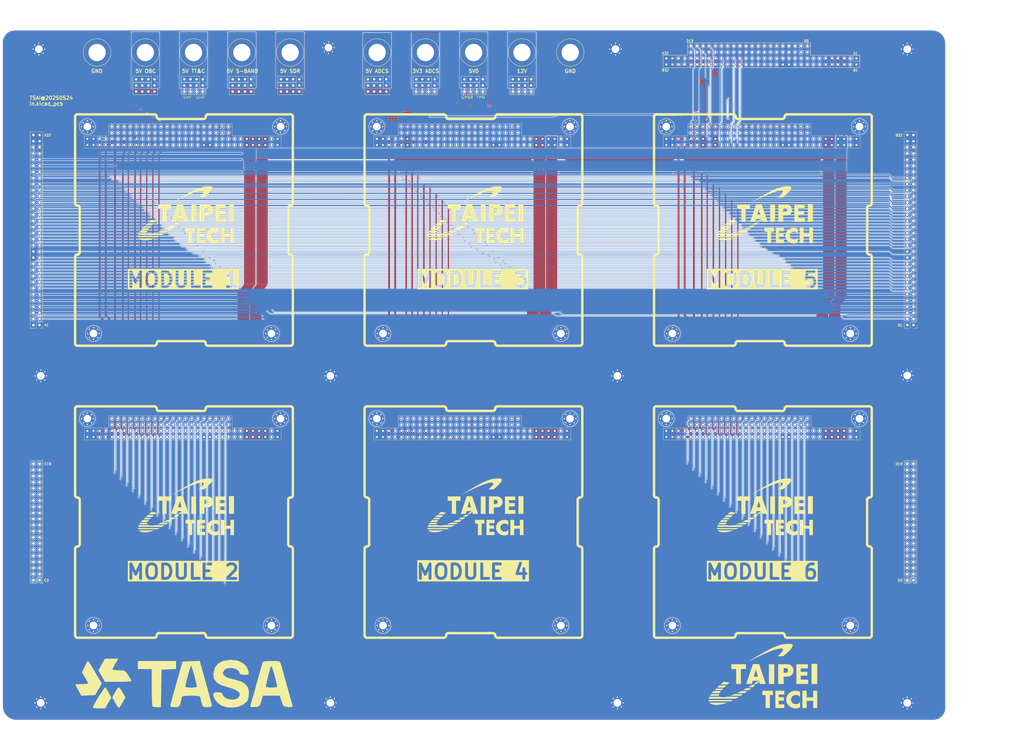
<source format=kicad_pcb>
(kicad_pcb (version 20241229) (generator "pcbnew") (generator_version "9.0")
  (title_block (title "VST104-Foxtrot-PC104_16bit_64-40connectors_20250210") (date "2020-08-20") (rev "v1.0") (company "VisionSpace Technologies") (comment 1 "4 slot flat-sat board with power management"))
  (layers (0 "F.Cu" signal) (4 "In1.Cu" power) (6 "In2.Cu" power) (2 "B.Cu" signal) (13 "F.Paste" user) (15 "B.Paste" user) (5 "F.SilkS" user "F.Silkscreen") (7 "B.SilkS" user "B.Silkscreen") (1 "F.Mask" user) (3 "B.Mask" user) (25 "Edge.Cuts" user))
  (net 0 "")
  (net 1 "GND")
  (net 2 "/D19")
  (net 3 "/D18")
  (net 4 "/D17")
  (net 5 "/D16")
  (net 6 "/D15")
  (net 7 "/D14")
  (net 8 "/D13")
  (net 9 "/D12")
  (net 10 "/D11")
  (net 11 "/D10")
  (net 12 "/D9")
  (net 13 "/D8")
  (net 14 "/D7")
  (net 15 "/D6")
  (net 16 "/D5")
  (net 17 "/D4")
  (net 18 "/D3")
  (net 19 "/D2")
  (net 20 "/D1")
  (net 21 "/D0")
  (net 22 "/C19")
  (net 23 "/C18")
  (net 24 "/C17")
  (net 25 "/C16")
  (net 26 "/C15")
  (net 27 "/C14")
  (net 28 "/C13")
  (net 29 "/C12")
  (net 30 "/C11")
  (net 31 "/C10")
  (net 32 "/C9")
  (net 33 "/C8")
  (net 34 "/C7")
  (net 35 "/C6")
  (net 36 "/C5")
  (net 37 "/C4")
  (net 38 "/C3")
  (net 39 "/C2")
  (net 40 "/C1")
  (net 41 "/C0")
  (net 42 "/5V_ADCS")
  (net 43 "/3V3_ADCS")
  (net 44 "/5V_OBC")
  (net 45 "/12V")
  (net 46 "/5V_S-BAND")
  (net 47 "/OBC2")
  (net 48 "/OUTPW5")
  (net 49 "/ADSBRX")
  (net 50 "/5V_TT&C(VHF)_3.5W")
  (net 51 "/DC_BUS")
  (net 52 "/5V_S-BAND_12W")
  (net 53 "/OUTPW6")
  (net 54 "/BAT_I_AD")
  (net 55 "/RESET1")
  (net 56 "/5V_SDR_10W")
  (net 57 "/EPS_TX")
  (net 58 "/PPS")
  (net 59 "/EPS_RX")
  (net 60 "/S_Band{slash}SPIMISO")
  (net 61 "/T_ENV")
  (net 62 "/OUTPW3")
  (net 63 "/DC_BUS_1")
  (net 64 "/3.3V_ADCS_1W")
  (net 65 "/5V_TT&C(UHF)_3.5W")
  (net 66 "/5V_TPM_0.4W")
  (net 67 "/5V_GPSR_0.6W")
  (net 68 "/OBC1")
  (net 69 "/5V_ADCS_1.2W")
  (net 70 "/OUTPW2")
  (net 71 "/S_Band{slash}SPIMOSI")
  (net 72 "/OUTPW4")
  (net 73 "/OUTPW1")
  (net 74 "/S_Band{slash}SPI_INT_SCK")
  (net 75 "/GPS_TX")
  (net 76 "/S_Band{slash}CS04")
  (net 77 "/T_BAT")
  (net 78 "/OBC3")
  (net 79 "/+5V")
  (net 80 "/GPS_RX")
  (net 81 "/5V_OBC_5W")
  (net 82 "/ADSBTX")
  (net 83 "/5V_SDR")
  (net 84 "/5V_TT&C")
  (net 85 "/NULL1")
  (net 86 "/NULL5")
  (net 87 "/NULL4")
  (net 88 "/NULL2")
  (net 89 "/NULL6")
  (net 90 "/NULL3")
  (net 92 "/5V")
  (net 96 "/OUTPW1_1")
  (footprint "VST104_footprints:KSE_PN6095" (layer "F.Cu") (at 210.006999 69.1642 90)
    (property "Reference" "TP9" (hide yes))
    (property "Value" "TestPoint_Alt" (hide yes))
  )
  (footprint "VST104_footprints:MountingHole_3.2mm_M3_Pad_Via" (layer "F.Cu") (at 150.6708 203.174)
    (property "Reference" "H6" (hide yes))
    (property "Value" "MountingHole_Pad" (hide yes))
  )
  (footprint "Connector_PinHeader_2.54mm:PinHeader_2x04_P2.54mm_Vertical" (layer "F.Cu") (at 173.832399 82.804 -90)
    (property "Reference" "J15" (hide yes))
    (property "Value" "Conn_02x04_Odd_Even" (hide yes))
  )
  (footprint "VST104_footprints:MountingHole_3.2mm_M3_Pad_Via" (layer "F.Cu") (at 268.732 67.7672)
    (property "Reference" "H3" (hide yes))
    (property "Value" "MountingHole_Pad" (hide yes))
  )
  (footprint "Connector_PinHeader_2.54mm:PinHeader_1x04_P2.54mm_Vertical" (layer "F.Cu") (at 97.806 80.264 -90)
    (property "Reference" "J21" (hide yes))
    (property "Value" "Conn_01x04" (hide yes))
  )
  (footprint "VST104_footprints:KSE_PN6095" (layer "F.Cu") (at 54.0314 69.1642)
    (property "Reference" "TP5" (hide yes))
    (property "Value" "TestPoint_Alt")
  )
  (footprint "Connector_PinHeader_2.54mm:PinHeader_2x04_P2.54mm_Vertical" (layer "F.Cu") (at 213.806999 82.804 -90)
    (property "Reference" "J18" (hide yes))
    (property "Value" "Conn_02x04_Odd_Even" (hide yes))
  )
  (footprint "VST104_footprints:KSE_PN6095" (layer "F.Cu") (at 170.032399 69.1642 90)
    (property "Reference" "TP6" (hide yes))
    (property "Value" "TestPoint_Alt" (hide yes))
  )
  (footprint "Connector_PinHeader_2.54mm:PinHeader_1x04_P2.54mm_Vertical" (layer "F.Cu") (at 213.806999 80.264 -90)
    (property "Reference" "J26" (hide yes))
    (property "Value" "Conn_01x04" (hide yes))
  )
  (footprint "VST104_footprints:KSE_PN6095" (layer "F.Cu") (at 114.02 69.1642)
    (property "Reference" "TP2" (hide yes))
    (property "Value" "TestPoint_Alt" (hide yes))
  )
  (footprint "VST104_footprints:MountingHole_3.2mm_M3_Pad_Via" (layer "F.Cu") (at 389.6 338.697056 90)
    (property "Reference" "H12" (hide yes))
    (property "Value" "MountingHole_Pad" (hide yes))
  )
  (footprint "Connector_PinHeader_2.54mm:PinHeader_2x04_P2.54mm_Vertical" (layer "F.Cu") (at 193.832399 82.804 -90)
    (property "Reference" "J16" (hide yes))
    (property "Value" "Conn_02x04_Odd_Even" (hide yes))
  )
  (footprint "Connector_PinHeader_2.54mm:PinHeader_2x04_P2.54mm_Vertical" (layer "F.Cu") (at 97.806 82.804 -90)
    (property "Reference" "J13" (hide yes))
    (property "Value" "Conn_02x04_Odd_Even" (hide yes))
  )
  (footprint "VST104_footprints:PC104_16bit_Connector" (layer "F.Cu") (at 348.2 69.04 180)
    (property "Reference" "J11" (hide yes))
    (property "Value" "~" (hide yes))
  )
  (footprint "Connector_PinHeader_2.54mm:PinHeader_1x04_P2.54mm_Vertical" (layer "F.Cu") (at 77.8314 80.264 -90)
    (property "Reference" "J22" (hide yes))
    (property "Value" "Conn_01x04" (hide yes))
  )
  (footprint "VST104_footprints:MountingHole_3.2mm_M3_Pad_Via" (layer "F.Cu") (at 30.7086 338.6836 90)
    (property "Reference" "H9" (hide yes))
    (property "Value" "MountingHole_Pad" (hide yes))
  )
  (footprint "VST104_logos:NTUT_logo_40mm" (layer "F.Cu") (at 334.8304 328.749306)
    (property "Reference" "G***" (hide yes))
    (property "Value" "LOGO" (hide yes))
  )
  (footprint "Connector_PinHeader_2.54mm:PinHeader_1x04_P2.54mm_Vertical" (layer "F.Cu") (at 193.832399 80.264 -90)
    (property "Reference" "J24" (hide yes))
    (property "Value" "Conn_01x04" (hide yes))
  )
  (footprint "Connector_PinHeader_2.54mm:PinHeader_1x04_P2.54mm_Vertical" (layer "F.Cu") (at 173.832399 80.264 -90)
    (property "Reference" "J23" (hide yes))
    (property "Value" "Conn_01x04" (hide yes))
  )
  (footprint "VST104_footprints:KSE_PN6095" (layer "F.Cu") (at 74.0314 69.1642)
    (property "Reference" "TP4" (hide yes))
    (property "Value" "TestPoint_Alt")
  )
  (footprint "Connector_PinHeader_2.54mm:PinHeader_2x32_P2.54mm_Vertical" (layer "F.Cu") (at 30.226 182.1078 180)
    (property "Reference" "JA19" (hide yes))
    (property "Value" "Conn_02x26_Odd_Even" (hide yes))
  )
  (footprint "VST104_footprints:CubeSat_PC104_16bit_footprint" (layer "F.Cu") (at 254.995 215.795 180)
    (property "Reference" "J4" (hide yes))
    (property "Value" "~" (hide yes))
  )
  (footprint "Connector_PinHeader_2.54mm:PinHeader_2x04_P2.54mm_Vertical" (layer "F.Cu") (at 117.82 82.804 -90)
    (property "Reference" "J12" (hide yes))
    (property "Value" "Conn_02x04_Odd_Even" (hide yes))
  )
  (footprint "VST104_footprints:MountingHole_3.2mm_M3_Pad_Via" (layer "F.Cu") (at 269.5194 203.174)
    (property "Reference" "H7" (hide yes))
    (property "Value" "MountingHole_Pad" (hide yes))
  )
  (footprint "Connector_PinHeader_2.54mm:PinHeader_2x04_P2.54mm_Vertical" (layer "F.Cu") (at 77.8314 82.804 -90)
    (property "Reference" "J14" (hide yes))
    (property "Value" "Conn_02x04_Odd_Even" (hide yes))
  )
  (footprint "VST104_footprints:CubeSat_PC104_16bit_footprint" (layer "F.Cu") (at 374.87 215.795 180)
    (property "Reference" "J6" (hide yes))
    (property "Value" "~" (hide yes))
  )
  (footprint "VST104_footprints:KSE_PN6095" (layer "F.Cu") (at 230.020999 69.1642 90)
    (property "Reference" "TP8" (hide yes))
    (property "Value" "TestPoint_Alt" (hide yes))
  )
  (footprint "Connector_PinHeader_2.54mm:PinHeader_1x04_P2.54mm_Vertical" (layer "F.Cu") (at 233.820999 80.264 -90)
    (property "Reference" "J25" (hide yes))
    (property "Value" "Conn_01x04" (hide yes))
  )
  (footprint "VST104_footprints:MountingHole_3.2mm_M3_Pad_Via" (layer "F.Cu") (at 269.5194 338.6836 90)
    (property "Reference" "H11" (hide yes))
    (property "Value" "MountingHole_Pad" (hide yes))
  )
  (footprint "Connector_PinHeader_2.54mm:PinHeader_2x04_P2.54mm_Vertical" (layer "F.Cu") (at 233.820999 82.804 -90)
    (property "Reference" "J17" (hide yes))
    (property "Value" "Conn_02x04_Odd_Even" (hide yes))
  )
  (footprint "Connector_PinHeader_2.54mm:PinHeader_1x04_P2.54mm_Vertical" (layer "F.Cu") (at 117.82 80.264 -90)
    (property "Reference" "J20" (hide yes))
    (property "Value" "Conn_01x04" (hide yes))
  )
  (footprint "Connector_PinHeader_2.54mm:PinHeader_2x04_P2.54mm_Vertical" (layer "F.Cu") (at 137.799001 82.804 -90)
    (property "Reference" "J7" (hide yes))
    (property "Value" "Conn_02x04_Odd_Even" (hide yes))
  )
  (footprint "VST104_footprints:CubeSat_PC104_16bit_footprint" (layer "F.Cu") (at 135.12 94.7928 180)
    (property "Reference" "J1" (hide yes))
    (property "Value" "~" (hide yes))
  )
  (footprint "VST104_footprints:CubeSat_PC104_16bit_footprint" (layer "F.Cu") (at 374.87 94.7928 180)
    (property "Reference" "J5" (hide yes))
    (property "Value" "~" (hide yes))
  )
  (footprint "VST104_footprints:MountingHole_3.2mm_M3_Pad_Via" (layer "F.Cu") (at 389.6 203)
    (property "Reference" "H8" (hide yes))
    (property "Value" "MountingHole_Pad" (hide yes))
  )
  (footprint "VST104_logos:TASA_LOGO_90mm" (layer "F.Cu") (at 89.622823 330.903284)
    (property "Reference" "REF**" (hide yes))
    (property "Value" "TASA_LOGO_90mm" (hide yes))
  )
  (footprint "VST104_footprints:KSE_PN6095" (layer "F.Cu") (at 94.006 69.1642)
    (property "Reference" "TP3" (hide yes))
    (property "Value" "TestPoint_Alt")
  )
  (footprint "Connector_PinHeader_2.54mm:PinHeader_2x32_P2.54mm_Vertical" (layer "F.Cu") (at 392.14 182.1078 180)
    (property "Reference" "J9" (hide yes))
    (property "Value" "Conn_02x26_Odd_Even" (hide yes))
  )
  (footprint "Connector_PinHeader_2.54mm:PinHeader_1x04_P2.54mm_Vertical" (layer "F.Cu") (at 137.799001 80.264 -90)
    (property "Reference" "J19" (hide yes))
    (property "Value" "Conn_01x04" (hide yes))
  )
  (footprint "Connector_PinHeader_2.54mm:PinHeader_2x20_P2.54mm_Vertical" (layer "F.Cu") (at 392.14 287.86 180)
    (property "Reference" "J10" (hide yes))
    (property "Value" "Conn_02x26_Odd_Even" (hide yes))
  )
  (footprint "VST104_footprints:KSE_PN6095" (layer "F.Cu") (at 250 69.1642 90)
    (property "Reference" "TP10" (hide yes))
    (property "Value" "TestPoint_Alt" (hide yes))
  )
  (footprint "Connector_PinHeader_2.54mm:PinHeader_2x20_P2.54mm_Vertical" (layer "F.Cu") (at 30.226 287.86 180)
    (property "Reference" "J8" (hide yes))
    (property "Value" "Conn_02x26_Odd_Even" (hide yes))
  )
  (footprint "VST104_footprints:CubeSat_PC104_16bit_footprint" (layer "F.Cu") (at 254.995 94.7928 180)
    (property "Reference" "J3" (hide yes))
    (property "Value" "~" (hide yes))
  )
  (footprint "VST104_footprints:MountingHole_3.2mm_M3_Pad_Via" (layer "F.Cu") (at 389.6 67.7672)
    (property "Reference" "H4" (hide yes))
    (property "Value" "MountingHole_Pad" (hide yes))
  )
  (footprint "VST104_footprints:KSE_PN6095" (layer "F.Cu") (at 190.032399 69.1642 90)
    (property "Reference" "TP7" (hide yes))
    (property "Value" "TestPoint_Alt" (hide yes))
  )
  (footprint "VST104_footprints:MountingHole_3.2mm_M3_Pad_Via" (layer "F.Cu") (at 30.7086 203.174)
    (property "Reference" "H5" (hide yes))
    (property "Value" "MountingHole_Pad" (hide yes))
  )
  (footprint "VST104_footprints:CubeSat_PC104_16bit_footprint" (layer "F.Cu") (at 135.12 215.795 180)
    (property "Reference" "J2" (hide yes))
    (property "Value" "~" (hide yes))
  )
  (footprint "VST104_footprints:KSE_PN6095" (layer "F.Cu") (at 133.999001 69.1642)
    (property "Reference" "TP1" (hide yes))
    (property "Value" "TestPoint_Alt" (hide yes))
  )
  (footprint "VST104_footprints:MountingHole_3.2mm_M3_Pad_Via" (layer "F.Cu") (at 150.6708 338.6712 90)
    (property "Reference" "H10" (hide yes))
    (property "Value" "MountingHole_Pad" (hide yes))
  )
  (footprint "VST104_footprints:MountingHole_3.2mm_M3_Pad_Via" (layer "F.Cu") (at 29.9212 67.7672)
    (property "Reference" "H1" (hide yes))
    (property "Value" "MountingHole_Pad" (hide yes))
  )
  (footprint "VST104_footprints:MountingHole_3.2mm_M3_Pad_Via" (layer "F.Cu") (at 149.8834 67.145343)
    (property "Reference" "H2" (hide yes))
    (property "Value" "MountingHole_Pad" (hide yes))
  )
  (gr_line (start 14.986001 339.938416) (end 14.987498 65) (stroke (width 0.05)) (layer "Edge.Cuts"))
  (gr_line (start 400.329599 345.7448) (end 20.628627 345.7448) (stroke (width 0.05)) (layer "Edge.Cuts"))
  (gr_line (start 405.329599 65.365215) (end 405.329599 340.7448) (stroke (width 0.05)) (layer "Edge.Cuts"))
  (gr_arc (start 20.623693 345.7448) (mid 16.578657 344.032174) (end 14.986 339.938416) (stroke (width 0.05)) (layer "Edge.Cuts"))
  (gr_arc (start 399.964466 60) (mid 403.75824 61.571441) (end 405.329681 65.365215) (stroke (width 0.05)) (layer "Edge.Cuts"))
  (gr_arc (start 405.329599 340.7448) (mid 403.865133 344.280334) (end 400.329599 345.7448) (stroke (width 0.05)) (layer "Edge.Cuts"))
  (gr_arc (start 14.987498 65) (mid 16.451964 61.464466) (end 19.987498 60) (stroke (width 0.05)) (layer "Edge.Cuts"))
  (gr_line (start 399.964466 60) (end 19.987498 60) (stroke (width 0.05)) (layer "Edge.Cuts"))
  (gr_text "D19" (at 297.967619 64.9028 0) (layer "F.SilkS") (effects (font (size 1 1) (thickness 0.2) (bold yes)) (justify left bottom)))
  (gr_text "5V0" (at 210.006999 76.8604 0) (layer "F.SilkS") (effects (font (size 1.5 1.5) (thickness 0.3))))
  (gr_text "5V TT&C" (at 94.011 76.8604 0) (layer "F.SilkS") (effects (font (size 1.5 1.5) (thickness 0.3))))
  (gr_text "12V\n" (at 230.020999 76.8604 0) (layer "F.SilkS") (effects (font (size 1.5 1.5) (thickness 0.3))))
  (gr_text "GPSR" (at 204.724 88.392 0) (layer "F.SilkS") (effects (font (size 1 1.27)) (justify left bottom)))
  (gr_text "MODULE 1" (at 65.835 166.878 0) (layer "F.SilkS" knockout) (effects (font (size 6 6) (thickness 1.2) (bold yes)) (justify left bottom)))
  (gr_text "VHF" (at 89.662 88.392 0) (layer "F.SilkS") (effects (font (size 1 1.27)) (justify left bottom)))
  (gr_text "A32" (at 287.879048 70.0336 0) (layer "F.SilkS") (effects (font (size 1 1) (thickness 0.2) (bold yes)) (justify left bottom)))
  (gr_text "MODULE 4" (at 185.71 287.8836 0) (layer "F.SilkS" knockout) (effects (font (size 6 6) (thickness 1.2) (bold yes)) (justify left bottom)))
  (gr_text "D0" (at 346.70381 64.9028 0) (layer "F.SilkS") (effects (font (size 1 1) (thickness 0.2) (bold yes)) (justify left bottom)))
  (gr_text "5V OBC\n" (at 74.155758 76.8604 0) (layer "F.SilkS") (effects (font (size 1.5 1.5) (thickness 0.3))))
  (gr_text "B32" (at 287.807619 77.0948 0) (layer "F.SilkS") (effects (font (size 1 1) (thickness 0.2) (bold yes)) (justify left bottom)))
  (gr_text "GND\n" (at 250 76.8604 0) (layer "F.SilkS") (effects (font (size 1.5 1.5) (thickness 0.3))))
  (gr_text "GND" (at 53.9866 76.8604 0) (layer "F.SilkS") (effects (font (size 1.5 1.5) (thickness 0.3))))
  (gr_text "MODULE 2" (at 65.835 287.8836 0) (layer "F.SilkS" knockout) (effects (font (size 6 6) (thickness 1.2) (bold yes)) (justify left bottom)))
  (gr_text "D19" (at 384.577619 240.264 0) (layer "F.SilkS") (effects (font (size 1 1) (thickness 0.2) (bold yes)) (justify left bottom)))
  (gr_text "UHF" (at 94.869 88.392 0) (layer "F.SilkS") (effects (font (size 1 1.27)) (justify left bottom)))
  (gr_text "A1" (at 32.0802 182.6768 0) (layer "F.SilkS") (effects (font (size 1 1) (thickness 0.2) (bold yes)) (justify left bottom)))
  (gr_text "MODULE 6" (at 305.585 287.8836 0) (layer "F.SilkS" knockout) (effects (font (size 6 6) (thickness 1.2) (bold yes)) (justify left bottom)))
  (gr_text "5V ADCS" (at 169.987599 76.8604 0) (layer "F.SilkS") (effects (font (size 1.5 1.5) (thickness 0.3))))
  (gr_text "5V SDR" (at 134.0104 76.8604 0) (layer "F.SilkS") (effects (font (size 1.5 1.5) (thickness 0.3))))
  (gr_text "A1" (at 367.095238 70.0336 0) (layer "F.SilkS") (effects (font (size 1 1) (thickness 0.2) (bold yes)) (justify left bottom)))
  (gr_text "B1" (at 385.53 182.7718 0) (layer "F.SilkS") (effects (font (size 1 1) (thickness 0.2) (bold yes)) (justify left bottom)))
  (gr_text "C19" (at 32.0294 240.264 0) (layer "F.SilkS") (effects (font (size 1 1) (thickness 0.2) (bold yes)) (justify left bottom)))
  (gr_text "MODULE 3" (at 185.71 166.878 0) (layer "F.SilkS" knockout) (effects (font (size 6 6) (thickness 1.2) (bold yes)) (justify left bottom)))
  (gr_text "5V S-BAND\n" (at 114.194158 76.8604 0) (layer "F.SilkS") (effects (font (size 1.5 1.5) (thickness 0.3))))
  (gr_text "MODULE 5" (at 305.585 166.878 0) (layer "F.SilkS" knockout) (effects (font (size 6 6) (thickness 1.2) (bold yes)) (justify left bottom)))
  (gr_text "D0" (at 385.53 288.524 0) (layer "F.SilkS") (effects (font (size 1 1) (thickness 0.2) (bold yes)) (justify left bottom)))
  (gr_text "B1" (at 367.02381 77.0948 0) (layer "F.SilkS") (effects (font (size 1 1) (thickness 0.2) (bold yes)) (justify left bottom)))
  (gr_text "B32" (at 384.577619 104.0318 0) (layer "F.SilkS") (effects (font (size 1 1) (thickness 0.2) (bold yes)) (justify left bottom)))
  (gr_text "C0" (at 32.0294 288.524 0) (layer "F.SilkS") (effects (font (size 1 1) (thickness 0.2) (bold yes)) (justify left bottom)))
  (gr_text "A32" (at 32.0802 104.0318 0) (layer "F.SilkS") (effects (font (size 1 1) (thickness 0.2) (bold yes)) (justify left bottom)))
  (gr_text "TSAI@20250524\n${FILENAME}" (at 25.908 89.1794 0) (layer "F.SilkS") (effects (font (size 1.5 1.5) (thickness 0.3)) (justify left)))
  (gr_text "3V3 ADCS" (at 190.156757 76.8604 0) (layer "F.SilkS") (effects (font (size 1.5 1.5) (thickness 0.3))))
  (gr_text "TPM" (at 210.947 88.392 0) (layer "F.SilkS") (effects (font (size 1 1.27)) (justify left bottom)))
  (segment (start 292.0554 107.27) (end 292.0554 107.4986) (width 0.254) (layer "F.Cu") (net 1))
  (segment (start 289.5154 107.27) (end 289.5154 107.9812) (width 0.254) (layer "F.Cu") (net 1))
  (segment (start 247.970989 69.911205) (end 249.465 68.417194) (width 0.323) (layer "F.Cu") (net 1))
  (segment (start 252.005 68.417194) (end 250.510989 69.911205) (width 0.323) (layer "F.Cu") (net 1))
  (segment (start 254.545 68.642199) (end 253.500999 69.6862) (width 0.323) (layer "F.Cu") (net 1))
  (segment (start 250.510989 69.911205) (end 252.005 68.417194) (width 0.323) (layer "F.Cu") (net 1))
  (segment (start 252.005 68.642199) (end 250.960999 69.6862) (width 0.323) (layer "F.Cu") (net 1))
  (segment (start 249.465 68.417194) (end 247.970989 69.911205) (width 0.323) (layer "F.Cu") (net 1))
  (segment (start 53.8172 71.0852) (end 54.0314 70.871) (width 0.127) (layer "B.Cu") (net 1))
  (via (at 298.4246 239.6) (size 0.45) (drill 0.2) (layers "F.Cu" "B.Cu") (net 2))
  (via (at 180.4416 120.5992) (size 0.45) (drill 0.2) (layers "F.Cu" "B.Cu") (net 2))
  (via (at 299.6184 120.5992) (size 0.45) (drill 0.2) (layers "F.Cu" "B.Cu") (net 2))
  (via (at 59.6646 120.5992) (size 0.4) (drill 0.2) (layers "F.Cu" "B.Cu") (net 2))
  (segment (start 299.9232 97.79) (end 300.8208 96.8924) (width 0.1778) (layer "B.Cu") (net 2))
  (segment (start 300.8208 76.1972) (end 301.4558 75.5622) (width 0.1778) (layer "B.Cu") (net 2))
  (segment (start 180.4416 120.5992) (end 299.593 120.5992) (width 0.1778) (layer "B.Cu") (net 2))
  (segment (start 298.4246 222.3904) (end 298.4246 239.522) (width 0.1778) (layer "B.Cu") (net 2))
  (segment (start 299.94 220.875) (end 298.4246 222.3904) (width 0.1778) (layer "B.Cu") (net 2))
  (segment (start 59.6646 120.5992) (end 180.4416 120.5992) (width 0.1778) (layer "B.Cu") (net 2))
  (segment (start 301.4558 75.5622) (end 301.4558 68.0298) (width 0.1778) (layer "B.Cu") (net 2))
  (segment (start 300.8208 96.8924) (end 300.8208 76.1972) (width 0.1778) (layer "B.Cu") (net 2))
  (segment (start 301.4558 68.0298) (end 299.9232 66.4972) (width 0.1778) (layer "B.Cu") (net 2))
  (segment (start 299.9232 99.87) (end 299.9232 97.79) (width 0.1778) (layer "B.Cu") (net 2))
  (via (at 300.9646 242.1636) (size 0.45) (drill 0.2) (layers "F.Cu" "B.Cu") (net 3))
  (via (at 182.9816 122.3264) (size 0.45) (drill 0.2) (layers "F.Cu" "B.Cu") (net 3))
  (via (at 61.341 243.4318) (size 0.45) (drill 0.2) (layers "F.Cu" "B.Cu") (net 3))
  (via (at 302.8696 122.3264) (size 0.45) (drill 0.2) (layers "F.Cu" "B.Cu") (net 3))
  (via (at 63.127 122.3264) (size 0.45) (drill 0.2) (layers "F.Cu" "B.Cu") (net 3))
  (segment (start 303.3862 76.1972) (end 304.0212 75.5622) (width 0.1778) (layer "B.Cu") (net 3))
  (segment (start 182.9816 122.3264) (end 302.8696 122.3264) (width 0.1778) (layer "B.Cu") (net 3))
  (segment (start 63.127 122.3264) (end 182.9816 122.3264) (width 0.1778) (layer "B.Cu") (net 3))
  (segment (start 304.0212 68.0298) (end 302.4886 66.4972) (width 0.1778) (layer "B.Cu") (net 3))
  (segment (start 302.4886 99.87) (end 303.3862 98.9724) (width 0.1778) (layer "B.Cu") (net 3))
  (segment (start 61.3236 243.4256) (end 61.3156 243.4336) (width 0.1778) (layer "B.Cu") (net 3))
  (segment (start 62.738 220.8784) (end 61.3236 222.2928) (width 0.1778) (layer "B.Cu") (net 3))
  (segment (start 302.4886 220.8784) (end 300.9732 222.3938) (width 0.1778) (layer "B.Cu") (net 3))
  (segment (start 303.3862 98.9724) (end 303.3862 76.1972) (width 0.1778) (layer "B.Cu") (net 3))
  (segment (start 304.0212 75.5622) (end 304.0212 68.0298) (width 0.1778) (layer "B.Cu") (net 3))
  (segment (start 61.3236 222.2928) (end 61.3236 243.4256) (width 0.1778) (layer "B.Cu") (net 3))
  (segment (start 300.9732 222.3938) (end 300.9732 242.1636) (width 0.1778) (layer "B.Cu") (net 3))
  (segment (start 306.5612 68.0298) (end 305.0286 66.4972) (width 0.1778) (layer "F.Cu") (net 4))
  (segment (start 306.5612 96.901) (end 306.5612 68.0298) (width 0.1778) (layer "F.Cu") (net 4))
  (via (at 305.4096 125.6792) (size 0.45) (drill 0.2) (layers "F.Cu" "B.Cu") (net 4))
  (via (at 185.5216 125.6792) (size 0.45) (drill 0.2) (layers "F.Cu" "B.Cu") (net 4))
  (via (at 65.667 125.6792) (size 0.45) (drill 0.2) (layers "F.Cu" "B.Cu") (net 4))
  (via (at 306.5612 96.901) (size 0.45) (drill 0.2) (layers "F.Cu" "B.Cu") (net 4))
  (via (at 303.53 244.6782) (size 0.45) (drill 0.2) (layers "F.Cu" "B.Cu") (net 4))
  (via (at 63.7794 245.9464) (size 0.45) (drill 0.2) (layers "F.Cu" "B.Cu") (net 4))
  (segment (start 303.5132 222.3938) (end 303.5132 244.6782) (width 0.1778) (layer "B.Cu") (net 4))
  (segment (start 63.7794 222.3516) (end 63.7794 245.864) (width 0.1778) (layer "B.Cu") (net 4))
  (segment (start 65.278 220.853) (end 63.7794 222.3516) (width 0.1778) (layer "B.Cu") (net 4))
  (segment (start 305.0286 220.8784) (end 303.5132 222.3938) (width 0.1778) (layer "B.Cu") (net 4))
  (segment (start 65.667 125.6792) (end 185.5216 125.6792) (width 0.1778) (layer "B.Cu") (net 4))
  (segment (start 185.5216 125.6792) (end 305.4096 125.6792) (width 0.1778) (layer "B.Cu") (net 4))
  (via (at 68.207 128.2446) (size 0.45) (drill 0.2) (layers "F.Cu" "B.Cu") (net 5))
  (via (at 188.0616 128.2446) (size 0.45) (drill 0.2) (layers "F.Cu" "B.Cu") (net 5))
  (via (at 307.9496 128.2446) (size 0.45) (drill 0.2) (layers "F.Cu" "B.Cu") (net 5))
  (via (at 306.0446 247.2182) (size 0.45) (drill 0.2) (layers "F.Cu" "B.Cu") (net 5))
  (via (at 66.2686 248.4882) (size 0.45) (drill 0.2) (layers "F.Cu" "B.Cu") (net 5))
  (segment (start 307.9496 128.2446) (end 307.9576 128.2446) (width 0.1778) (layer "B.Cu") (net 5))
  (segment (start 188.0616 128.2446) (end 307.9496 128.2446) (width 0.1778) (layer "B.Cu") (net 5))
  (segment (start 308.4662 76.1972) (end 309.1012 75.5622) (width 0.1778) (layer "B.Cu") (net 5))
  (segment (start 67.818 220.8784) (end 66.2686 222.4278) (width 0.1778) (layer "B.Cu") (net 5))
  (segment (start 188.0616 128.2446) (end 188.087 128.2446) (width 0.1778) (layer "B.Cu") (net 5))
  (segment (start 66.2686 222.4278) (end 66.2686 248.4882) (width 0.1778) (layer "B.Cu") (net 5))
  (segment (start 306.0532 222.3938) (end 306.0532 247.2182) (width 0.1778) (layer "B.Cu") (net 5))
  (segment (start 308.4662 98.9724) (end 308.4662 76.1972) (width 0.1778) (layer "B.Cu") (net 5))
  (segment (start 307.5686 220.8784) (end 306.0532 222.3938) (width 0.1778) (layer "B.Cu") (net 5))
  (segment (start 307.5686 99.87) (end 308.4662 98.9724) (width 0.1778) (layer "B.Cu") (net 5))
  (segment (start 309.1012 68.0298) (end 307.5686 66.4972) (width 0.1778) (layer "B.Cu") (net 5))
  (segment (start 309.1012 75.5622) (end 309.1012 68.0298) (width 0.1778) (layer "B.Cu") (net 5))
  (segment (start 68.199 128.2446) (end 188.0616 128.2446) (width 0.1778) (layer "B.Cu") (net 5))
  (via (at 68.8086 251.0282) (size 0.45) (drill 0.2) (layers "F.Cu" "B.Cu") (net 6))
  (via (at 310.4896 130.7592) (size 0.45) (drill 0.2) (layers "F.Cu" "B.Cu") (net 6))
  (via (at 70.747 130.7592) (size 0.45) (drill 0.2) (layers "F.Cu" "B.Cu") (net 6))
  (via (at 308.5846 249.7836) (size 0.45) (drill 0.2) (layers "F.Cu" "B.Cu") (net 6))
  (via (at 190.6016 130.7592) (size 0.45) (drill 0.2) (layers "F.Cu" "B.Cu") (net 6))
  (segment (start 310.4896 130.7592) (end 310.515 130.7592) (width 0.1778) (layer "B.Cu") (net 6))
  (segment (start 68.8086 222.4532) (end 68.8086 251.0282) (width 0.1778) (layer "B.Cu") (net 6))
  (segment (start 308.5932 222.3938) (end 308.5932 249.7836) (width 0.1778) (layer "B.Cu") (net 6))
  (segment (start 70.358 220.9038) (end 68.8086 222.4532) (width 0.1778) (layer "B.Cu") (net 6))
  (segment (start 70.739 130.7592) (end 190.6016 130.7592) (width 0.1778) (layer "B.Cu") (net 6))
  (segment (start 310.1086 220.8784) (end 308.5932 222.3938) (width 0.1778) (layer "B.Cu") (net 6))
  (segment (start 190.6016 130.7592) (end 310.4896 130.7592) (width 0.1778) (layer "B.Cu") (net 6))
  (via (at 193.1496 133.3246) (size 0.45) (drill 0.2) (layers "F.Cu" "B.Cu") (net 7))
  (via (at 71.3486 253.5682) (size 0.45) (drill 0.2) (layers "F.Cu" "B.Cu") (net 7))
  (via (at 73.287 133.3246) (size 0.45) (drill 0.2) (layers "F.Cu" "B.Cu") (net 7))
  (via (at 311.1246 252.3236) (size 0.45) (drill 0.2) (layers "F.Cu" "B.Cu") (net 7))
  (via (at 313.0376 133.3246) (size 0.45) (drill 0.2) (layers "F.Cu" "B.Cu") (net 7))
  (segment (start 193.1416 133.3246) (end 313.0042 133.3246) (width 0.1778) (layer "B.Cu") (net 7))
  (segment (start 311.1332 222.3938) (end 311.1332 252.3236) (width 0.1778) (layer "B.Cu") (net 7))
  (segment (start 71.3486 222.4024) (end 71.3486 253.5682) (width 0.1778) (layer "B.Cu") (net 7))
  (segment (start 193.167 133.3246) (end 73.3044 133.3246) (width 0.1778) (layer "B.Cu") (net 7))
  (segment (start 312.6486 220.8784) (end 311.1332 222.3938) (width 0.1778) (layer "B.Cu") (net 7))
  (segment (start 72.898 220.853) (end 71.3486 222.4024) (width 0.1778) (layer "B.Cu") (net 7))
  (via (at 313.6646 254.8382) (size 0.45) (drill 0.2) (layers "F.Cu" "B.Cu") (net 8))
  (via (at 195.6816 135.7376) (size 0.45) (drill 0.2) (layers "F.Cu" "B.Cu") (net 8))
  (via (at 73.8886 256.1082) (size 0.45) (drill 0.2) (layers "F.Cu" "B.Cu") (net 8))
  (via (at 315.5776 135.7376) (size 0.45) (drill 0.2) (layers "F.Cu" "B.Cu") (net 8))
  (via (at 75.827 135.7376) (size 0.45) (drill 0.2) (layers "F.Cu" "B.Cu") (net 8))
  (segment (start 75.819 135.7376) (end 195.6816 135.7376) (width 0.1778) (layer "B.Cu") (net 8))
  (segment (start 195.6816 135.7376) (end 315.5442 135.7376) (width 0.1778) (layer "B.Cu") (net 8))
  (segment (start 313.6732 222.3938) (end 313.6732 254.8382) (width 0.1778) (layer "B.Cu") (net 8))
  (segment (start 73.8886 222.4024) (end 73.8886 256.1082) (width 0.1778) (layer "B.Cu") (net 8))
  (segment (start 315.1886 220.8784) (end 313.6732 222.3938) (width 0.1778) (layer "B.Cu") (net 8))
  (segment (start 75.438 220.853) (end 73.8886 222.4024) (width 0.1778) (layer "B.Cu") (net 8))
  (via (at 198.2216 138.2776) (size 0.45) (drill 0.2) (layers "F.Cu" "B.Cu") (net 9))
  (via (at 318.1176 138.2776) (size 0.45) (drill 0.2) (layers "F.Cu" "B.Cu") (net 9))
  (via (at 78.367 138.2776) (size 0.45) (drill 0.2) (layers "F.Cu" "B.Cu") (net 9))
  (via (at 76.4286 258.6482) (size 0.45) (drill 0.2) (layers "F.Cu" "B.Cu") (net 9))
  (via (at 316.2046 257.3528) (size 0.45) (drill 0.2) (layers "F.Cu" "B.Cu") (net 9))
  (segment (start 198.2216 138.2776) (end 198.247 138.2776) (width 0.1778) (layer "B.Cu") (net 9))
  (segment (start 316.2132 222.3938) (end 316.2132 257.3528) (width 0.1778) (layer "B.Cu") (net 9))
  (segment (start 77.978 220.8784) (end 76.4286 222.4278) (width 0.1778) (layer "B.Cu") (net 9))
  (segment (start 76.4286 222.4278) (end 76.4286 258.6482) (width 0.1778) (layer "B.Cu") (net 9))
  (segment (start 317.7286 220.8784) (end 316.2132 222.3938) (width 0.1778) (layer "B.Cu") (net 9))
  (segment (start 78.3844 138.2776) (end 198.2216 138.2776) (width 0.1778) (layer "B.Cu") (net 9))
  (segment (start 198.2216 138.2776) (end 318.0842 138.2776) (width 0.1778) (layer "B.Cu") (net 9))
  (via (at 200.7616 140.7922) (size 0.45) (drill 0.2) (layers "F.Cu" "B.Cu") (net 10))
  (via (at 78.9686 261.1882) (size 0.45) (drill 0.2) (layers "F.Cu" "B.Cu") (net 10))
  (via (at 80.907 140.7922) (size 0.45) (drill 0.2) (layers "F.Cu" "B.Cu") (net 10))
  (via (at 320.6576 140.7922) (size 0.45) (drill 0.2) (layers "F.Cu" "B.Cu") (net 10))
  (via (at 318.7446 259.8928) (size 0.45) (drill 0.2) (layers "F.Cu" "B.Cu") (net 10))
  (segment (start 320.2686 220.8784) (end 318.7532 222.3938) (width 0.1778) (layer "B.Cu") (net 10))
  (segment (start 78.9686 222.4278) (end 78.9686 261.1882) (width 0.1778) (layer "B.Cu") (net 10))
  (segment (start 200.7616 140.7922) (end 320.6242 140.7922) (width 0.1778) (layer "B.Cu") (net 10))
  (segment (start 80.518 220.8784) (end 78.9686 222.4278) (width 0.1778) (layer "B.Cu") (net 10))
  (segment (start 318.7532 222.3938) (end 318.7532 259.8928) (width 0.1778) (layer "B.Cu") (net 10))
  (segment (start 80.899 140.7922) (end 200.7616 140.7922) (width 0.1778) (layer "B.Cu") (net 10))
  (via (at 321.2846 262.4836) (size 0.45) (drill 0.2) (layers "F.Cu" "B.Cu") (net 11))
  (via (at 323.1896 143.3576) (size 0.45) (drill 0.2) (layers "F.Cu" "B.Cu") (net 11))
  (via (at 81.5086 263.7282) (size 0.45) (drill 0.2) (layers "F.Cu" "B.Cu") (net 11))
  (via (at 203.327 143.3576) (size 0.45) (drill 0.2) (layers "F.Cu" "B.Cu") (net 11))
  (via (at 83.447 143.3576) (size 0.45) (drill 0.2) (layers "F.Cu" "B.Cu") (net 11))
  (segment (start 81.5086 222.4278) (end 81.5086 263.7282) (width 0.1778) (layer "B.Cu") (net 11))
  (segment (start 322.8086 220.8784) (end 321.2932 222.3938) (width 0.1778) (layer "B.Cu") (net 11))
  (segment (start 83.058 220.8784) (end 81.5086 222.4278) (width 0.1778) (layer "B.Cu") (net 11))
  (segment (start 203.327 143.3576) (end 323.1896 143.3576) (width 0.1778) (layer "B.Cu") (net 11))
  (segment (start 83.4644 143.3576) (end 203.327 143.3576) (width 0.1778) (layer "B.Cu") (net 11))
  (segment (start 321.2932 262.475) (end 321.2846 262.4836) (width 0.1778) (layer "B.Cu") (net 11))
  (segment (start 321.2932 222.3938) (end 321.2932 262.475) (width 0.1778) (layer "B.Cu") (net 11))
  (via (at 84.074 266.2682) (size 0.45) (drill 0.2) (layers "F.Cu" "B.Cu") (net 12))
  (via (at 325.7376 145.8722) (size 0.45) (drill 0.2) (layers "F.Cu" "B.Cu") (net 12))
  (via (at 205.8416 145.8722) (size 0.45) (drill 0.2) (layers "F.Cu" "B.Cu") (net 12))
  (via (at 323.8246 264.9982) (size 0.45) (drill 0.2) (layers "F.Cu" "B.Cu") (net 12))
  (via (at 85.987 145.8722) (size 0.45) (drill 0.2) (layers "F.Cu" "B.Cu") (net 12))
  (segment (start 325.3486 220.8784) (end 323.8332 222.3938) (width 0.1778) (layer "B.Cu") (net 12))
  (segment (start 205.8416 145.8722) (end 325.7042 145.8722) (width 0.1778) (layer "B.Cu") (net 12))
  (segment (start 84.074 222.4024) (end 84.074 266.2682) (width 0.1778) (layer "B.Cu") (net 12))
  (segment (start 85.6234 220.853) (end 84.074 222.4024) (width 0.1778) (layer "B.Cu") (net 12))
  (segment (start 205.8416 145.8722) (end 205.867 145.8722) (width 0.1778) (layer "B.Cu") (net 12))
  (segment (start 86.0044 145.8722) (end 205.8416 145.8722) (width 0.1778) (layer "B.Cu") (net 12))
  (segment (start 323.8332 222.3938) (end 323.8332 264.9982) (width 0.1778) (layer "B.Cu") (net 12))
  (via (at 88.527 148.4122) (size 0.45) (drill 0.2) (layers "F.Cu" "B.Cu") (net 13))
  (via (at 208.3816 148.4122) (size 0.45) (drill 0.2) (layers "F.Cu" "B.Cu") (net 13))
  (via (at 86.614 268.8082) (size 0.45) (drill 0.2) (layers "F.Cu" "B.Cu") (net 13))
  (via (at 328.2776 148.4122) (size 0.45) (drill 0.2) (layers "F.Cu" "B.Cu") (net 13))
  (via (at 326.39 267.5382) (size 0.45) (drill 0.2) (layers "F.Cu" "B.Cu") (net 13))
  (segment (start 208.3816 148.4122) (end 328.2442 148.4122) (width 0.1778) (layer "B.Cu") (net 13))
  (segment (start 88.138 220.8784) (end 86.614 222.4024) (width 0.1778) (layer "B.Cu") (net 13))
  (segment (start 208.3816 148.4122) (end 208.407 148.4122) (width 0.1778) (layer "B.Cu") (net 13))
  (segment (start 326.3986 222.3938) (end 326.3986 267.5382) (width 0.1778) (layer "B.Cu") (net 13))
  (segment (start 86.614 222.4024) (end 86.614 268.8082) (width 0.1778) (layer "B.Cu") (net 13))
  (segment (start 327.914 220.8784) (end 326.3986 222.3938) (width 0.1778) (layer "B.Cu") (net 13))
  (segment (start 88.5444 148.4122) (end 208.3816 148.4122) (width 0.1778) (layer "B.Cu") (net 13))
  (via (at 91.067 150.3172) (size 0.45) (drill 0.2) (layers "F.Cu" "B.Cu") (net 14))
  (via (at 210.9216 150.3172) (size 0.45) (drill 0.2) (layers "F.Cu" "B.Cu") (net 14))
  (via (at 89.154 271.3482) (size 0.45) (drill 0.2) (layers "F.Cu" "B.Cu") (net 14))
  (via (at 328.9046 270.1036) (size 0.45) (drill 0.2) (layers "F.Cu" "B.Cu") (net 14))
  (via (at 330.8176 150.3172) (size 0.45) (drill 0.2) (layers "F.Cu" "B.Cu") (net 14))
  (segment (start 210.9216 150.3172) (end 210.947 150.3172) (width 0.1778) (layer "B.Cu") (net 14))
  (segment (start 328.9132 222.4192) (end 328.9132 270.1036) (width 0.1778) (layer "B.Cu") (net 14))
  (segment (start 89.154 222.4024) (end 89.154 271.3482) (width 0.1778) (layer "B.Cu") (net 14))
  (segment (start 330.4286 220.9038) (end 328.9132 222.4192) (width 0.1778) (layer "B.Cu") (net 14))
  (segment (start 90.678 220.8784) (end 89.154 222.4024) (width 0.1778) (layer "B.Cu") (net 14))
  (segment (start 210.9216 150.3172) (end 330.7842 150.3172) (width 0.1778) (layer "B.Cu") (net 14))
  (segment (start 91.0844 150.3172) (end 210.9216 150.3172) (width 0.1778) (layer "B.Cu") (net 14))
  (via (at 331.4446 272.6182) (size 0.45) (drill 0.2) (layers "F.Cu" "B.Cu") (net 15))
  (via (at 213.4696 152.146) (size 0.45) (drill 0.2) (layers "F.Cu" "B.Cu") (net 15))
  (via (at 333.3576 152.146) (size 0.45) (drill 0.2) (layers "F.Cu" "B.Cu") (net 15))
  (via (at 93.599 152.146) (size 0.45) (drill 0.2) (layers "F.Cu" "B.Cu") (net 15))
  (via (at 91.694 273.8882) (size 0.45) (drill 0.2) (layers "F.Cu" "B.Cu") (net 15))
  (segment (start 331.4532 222.3938) (end 331.4532 272.6182) (width 0.1778) (layer "B.Cu") (net 15))
  (segment (start 213.487 152.146) (end 333.3496 152.146) (width 0.1778) (layer "B.Cu") (net 15))
  (segment (start 93.2434 220.853) (end 91.694 222.4024) (width 0.1778) (layer "B.Cu") (net 15))
  (segment (start 91.694 222.4024) (end 91.694 273.8882) (width 0.1778) (layer "B.Cu") (net 15))
  (segment (start 213.4616 152.146) (end 93.599 152.146) (width 0.1778) (layer "B.Cu") (net 15))
  (segment (start 332.9686 220.8784) (end 331.4532 222.3938) (width 0.1778) (layer "B.Cu") (net 15))
  (via (at 333.9846 275.1582) (size 0.45) (drill 0.2) (layers "F.Cu" "B.Cu") (net 16))
  (via (at 335.8896 153.1112) (size 0.45) (drill 0.2) (layers "F.Cu" "B.Cu") (net 16))
  (via (at 96.147 153.1112) (size 0.45) (drill 0.2) (layers "F.Cu" "B.Cu") (net 16))
  (via (at 94.234 276.4282) (size 0.45) (drill 0.2) (layers "F.Cu" "B.Cu") (net 16))
  (via (at 216.0096 153.1112) (size 0.45) (drill 0.2) (layers "F.Cu" "B.Cu") (net 16))
  (segment (start 95.7834 220.9038) (end 94.234 222.4532) (width 0.1778) (layer "B.Cu") (net 16))
  (segment (start 94.234 222.4532) (end 94.234 276.4282) (width 0.1778) (layer "B.Cu") (net 16))
  (segment (start 333.9932 222.3938) (end 333.9932 275.1582) (width 0.1778) (layer "B.Cu") (net 16))
  (segment (start 216.027 153.1112) (end 96.1644 153.1112) (width 0.1778) (layer "B.Cu") (net 16))
  (segment (start 216.027 153.1112) (end 335.8896 153.1112) (width 0.1778) (layer "B.Cu") (net 16))
  (segment (start 335.5086 220.8784) (end 333.9932 222.3938) (width 0.1778) (layer "B.Cu") (net 16))
  (via (at 336.5246 277.7236) (size 0.45) (drill 0.2) (layers "F.Cu" "B.Cu") (net 17))
  (via (at 338.4376 154.7876) (size 0.45) (drill 0.2) (layers "F.Cu" "B.Cu") (net 17))
  (via (at 218.5416 154.7876) (size 0.45) (drill 0.2) (layers "F.Cu" "B.Cu") (net 17))
  (via (at 98.687 154.7876) (size 0.45) (drill 0.2) (layers "F.Cu" "B.Cu") (net 17))
  (via (at 96.7486 278.9682) (size 0.45) (drill 0.2) (layers "F.Cu" "B.Cu") (net 17))
  (segment (start 96.7486 222.4532) (end 96.7486 278.9682) (width 0.1778) (layer "B.Cu") (net 17))
  (segment (start 98.7044 154.7876) (end 218.5416 154.7876) (width 0.1778) (layer "B.Cu") (net 17))
  (segment (start 98.3234 220.8784) (end 96.7486 222.4532) (width 0.1778) (layer "B.Cu") (net 17))
  (segment (start 218.5416 154.7876) (end 338.4042 154.7876) (width 0.1778) (layer "B.Cu") (net 17))
  (segment (start 336.5332 222.3938) (end 336.5332 277.7236) (width 0.1778) (layer "B.Cu") (net 17))
  (segment (start 338.0486 220.8784) (end 336.5332 222.3938) (width 0.1778) (layer "B.Cu") (net 17))
  (segment (start 218.5416 154.7876) (end 218.567 154.7876) (width 0.1778) (layer "B.Cu") (net 17))
  (via (at 339.0646 280.2636) (size 0.45) (drill 0.2) (layers "F.Cu" "B.Cu") (net 18))
  (via (at 340.9776 157.353) (size 0.45) (drill 0.2) (layers "F.Cu" "B.Cu") (net 18))
  (via (at 101.227 157.353) (size 0.45) (drill 0.2) (layers "F.Cu" "B.Cu") (net 18))
  (via (at 221.0816 157.353) (size 0.45) (drill 0.2) (layers "F.Cu" "B.Cu") (net 18))
  (via (at 99.314 281.5082) (size 0.45) (drill 0.2) (layers "F.Cu" "B.Cu") (net 18))
  (segment (start 99.314 222.4532) (end 99.314 281.5082) (width 0.1778) (layer "B.Cu") (net 18))
  (segment (start 101.219 157.353) (end 221.0816 157.353) (width 0.1778) (layer "B.Cu") (net 18))
  (segment (start 221.0816 157.353) (end 340.9442 157.353) (width 0.1778) (layer "B.Cu") (net 18))
  (segment (start 100.8634 220.9038) (end 99.314 222.4532) (width 0.1778) (layer "B.Cu") (net 18))
  (segment (start 340.5886 220.8784) (end 339.0732 222.3938) (width 0.1778) (layer "B.Cu") (net 18))
  (segment (start 339.0732 222.3938) (end 339.0732 280.2636) (width 0.1778) (layer "B.Cu") (net 18))
  (via (at 101.854 284.0482) (size 0.45) (drill 0.2) (layers "F.Cu" "B.Cu") (net 19))
  (via (at 341.63 282.7782) (size 0.45) (drill 0.2) (layers "F.Cu" "B.Cu") (net 19))
  (via (at 103.767 159.8422) (size 0.45) (drill 0.2) (layers "F.Cu" "B.Cu") (net 19))
  (via (at 223.6216 159.8422) (size 0.45) (drill 0.2) (layers "F.Cu" "B.Cu") (net 19))
  (via (at 343.5176 159.8422) (size 0.45) (drill 0.2) (layers "F.Cu" "B.Cu") (net 19))
  (segment (start 103.4034 220.9038) (end 101.854 222.4532) (width 0.1778) (layer "B.Cu") (net 19))
  (segment (start 101.854 222.4532) (end 101.854 284.0482) (width 0.1778) (layer "B.Cu") (net 19))
  (segment (start 223.6216 159.8422) (end 223.647 159.8422) (width 0.1778) (layer "B.Cu") (net 19))
  (segment (start 343.154 220.8784) (end 341.6386 222.3938) (width 0.1778) (layer "B.Cu") (net 19))
  (segment (start 341.6386 222.3938) (end 341.6386 282.7782) (width 0.1778) (layer "B.Cu") (net 19))
  (segment (start 103.7844 159.8422) (end 223.6216 159.8422) (width 0.1778) (layer "B.Cu") (net 19))
  (segment (start 223.6216 159.8422) (end 343.4842 159.8422) (width 0.1778) (layer "B.Cu") (net 19))
  (via (at 346.0576 162.3822) (size 0.45) (drill 0.2) (layers "F.Cu" "B.Cu") (net 20))
  (via (at 226.1616 162.3822) (size 0.45) (drill 0.2) (layers "F.Cu" "B.Cu") (net 20))
  (via (at 106.307 162.3822) (size 0.45) (drill 0.2) (layers "F.Cu" "B.Cu") (net 20))
  (via (at 104.394 286.5882) (size 0.45) (drill 0.2) (layers "F.Cu" "B.Cu") (net 20))
  (via (at 344.17 285.3436) (size 0.45) (drill 0.2) (layers "F.Cu" "B.Cu") (net 20))
  (segment (start 104.394 222.4278) (end 104.394 286.5882) (width 0.1778) (layer "B.Cu") (net 20))
  (segment (start 345.694 220.8784) (end 344.1786 222.3938) (width 0.1778) (layer "B.Cu") (net 20))
  (segment (start 106.299 162.3822) (end 226.1616 162.3822) (width 0.1778) (layer "B.Cu") (net 20))
  (segment (start 105.918 220.9038) (end 104.394 222.4278) (width 0.1778) (layer "B.Cu") (net 20))
  (segment (start 226.1616 162.3822) (end 346.0242 162.3822) (width 0.1778) (layer "B.Cu") (net 20))
  (segment (start 344.1786 222.3938) (end 344.1786 285.3436) (width 0.1778) (layer "B.Cu") (net 20))
  (via (at 228.7016 164.9476) (size 0.45) (drill 0.2) (layers "F.Cu" "B.Cu") (net 21))
  (via (at 106.934 289.1282) (size 0.45) (drill 0.2) (layers "F.Cu" "B.Cu") (net 21))
  (via (at 108.839 164.9476) (size 0.45) (drill 0.2) (layers "F.Cu" "B.Cu") (net 21))
  (via (at 346.6846 287.8582) (size 0.45) (drill 0.2) (layers "F.Cu" "B.Cu") (net 21))
  (via (at 348.5896 164.9476) (size 0.45) (drill 0.2) (layers "F.Cu" "B.Cu") (net 21))
  (segment (start 106.934 222.4278) (end 106.934 289.1282) (width 0.1778) (layer "B.Cu") (net 21))
  (segment (start 108.458 220.9038) (end 106.934 222.4278) (width 0.1778) (layer "B.Cu") (net 21))
  (segment (start 108.839 164.9476) (end 228.7016 164.9476) (width 0.1778) (layer "B.Cu") (net 21))
  (segment (start 348.2086 220.8784) (end 346.6932 222.3938) (width 0.1778) (layer "B.Cu") (net 21))
  (segment (start 346.6932 222.3938) (end 346.6932 287.8582) (width 0.1778) (layer "B.Cu") (net 21))
  (segment (start 228.7016 164.9476) (end 348.5642 164.9476) (width 0.1778) (layer "B.Cu") (net 21))
  (segment (start 298.704 77.6028) (end 301.151 75.1558) (width 0.1778) (layer "F.Cu") (net 22))
  (segment (start 299.9232 102.41) (end 298.704 101.1908) (width 0.1778) (layer "F.Cu") (net 22))
  (segment (start 301.151 70.265) (end 299.9232 69.0372) (width 0.1778) (layer "F.Cu") (net 22))
  (segment (start 301.151 75.1558) (end 301.151 70.265) (width 0.1778) (layer "F.Cu") (net 22))
  (segment (start 298.704 101.1908) (end 298.704 77.6028) (width 0.1778) (layer "F.Cu") (net 22))
  (via (at 300.2026 121.8184) (size 0.45) (drill 0.2) (layers "F.Cu" "B.Cu") (net 22))
  (via (at 181.0512 121.8184) (size 0.45) (drill 0.2) (layers "F.Cu" "B.Cu") (net 22))
  (via (at 60.325 121.8184) (size 0.45) (drill 0.2) (layers "F.Cu" "B.Cu") (net 22))
  (via (at 298.9072 238.3282) (size 0.45) (drill 0.2) (layers "F.Cu" "B.Cu") (net 22))
  (segment (start 60.325 121.8184) (end 181.0512 121.8184) (width 0.1778) (layer "B.Cu") (net 22))
  (segment (start 299.94 223.415) (end 298.9072 224.4478) (width 0.1778) (layer "B.Cu") (net 22))
  (segment (start 298.9072 224.4478) (end 298.9072 238.2774) (width 0.1778) (layer "B.Cu") (net 22))
  (segment (start 181.0512 121.8184) (end 300.2026 121.8184) (width 0.1778) (layer "B.Cu") (net 22))
  (segment (start 303.461 75.4112) (end 303.7164 75.1558) (width 0.1778) (layer "F.Cu") (net 23))
  (segment (start 303.7164 75.1558) (end 303.7164 70.265) (width 0.1778) (layer "F.Cu") (net 23))
  (segment (start 302.4886 102.41) (end 303.461 101.4376) (width 0.1778) (layer "F.Cu") (net 23))
  (segment (start 303.7164 70.265) (end 302.4886 69.0372) (width 0.1778) (layer "F.Cu") (net 23))
  (segment (start 303.461 101.4376) (end 303.461 75.4112) (width 0.1778) (layer "F.Cu") (net 23))
  (via (at 301.4472 240.8918) (size 0.45) (drill 0.2) (layers "F.Cu" "B.Cu") (net 23))
  (via (at 61.7982 242.1636) (size 0.45) (drill 0.2) (layers "F.Cu" "B.Cu") (net 23))
  (via (at 63.7366 122.8344) (size 0.45) (drill 0.2) (layers "F.Cu" "B.Cu") (net 23))
  (via (at 183.5992 122.8598) (size 0.45) (drill 0.2) (layers "F.Cu" "B.Cu") (net 23))
  (via (at 303.4792 122.8344) (size 0.45) (drill 0.2) (layers "F.Cu" "B.Cu") (net 23))
  (segment (start 302.4886 223.4184) (end 301.4558 224.4512) (width 0.1778) (layer "B.Cu") (net 23))
  (segment (start 61.7576 225.552218) (end 61.7576 226.357782) (width 0.1778) (layer "B.Cu") (net 23))
  (segment (start 61.7982 224.3582) (end 61.7982 225.511618) (width 0.1778) (layer "B.Cu") (net 23))
  (segment (start 63.7366 122.8344) (end 303.4792 122.8344) (width 0.1778) (layer "B.Cu") (net 23))
  (segment (start 61.7576 228.092218) (end 61.7576 228.897782) (width 0.1778) (layer "B.Cu") (net 23))
  (segment (start 61.7982 226.398382) (end 61.7982 228.051618) (width 0.1778) (layer "B.Cu") (net 23))
  (segment (start 61.7982 228.051618) (end 61.7576 228.092218) (width 0.1778) (layer "B.Cu") (net 23))
  (segment (start 61.7576 228.897782) (end 61.7982 228.938382) (width 0.1778) (layer "B.Cu") (net 23))
  (segment (start 61.7982 228.938382) (end 61.7982 242.1636) (width 0.1778) (layer "B.Cu") (net 23))
  (segment (start 61.7576 226.357782) (end 61.7982 226.398382) (width 0.1778) (layer "B.Cu") (net 23))
  (segment (start 301.4558 224.4512) (end 301.4558 240.9104) (width 0.1778) (layer "B.Cu") (net 23))
  (segment (start 62.738 223.4184) (end 61.7982 224.3582) (width 0.1778) (layer "B.Cu") (net 23))
  (segment (start 61.7982 225.511618) (end 61.7576 225.552218) (width 0.1778) (layer "B.Cu") (net 23))
  (via (at 64.262 244.6782) (size 0.45) (drill 0.2) (layers "F.Cu" "B.Cu") (net 24))
  (via (at 306.0192 126.7714) (size 0.45) (drill 0.2) (layers "F.Cu" "B.Cu") (net 24))
  (via (at 186.1312 126.7714) (size 0.45) (drill 0.2) (layers "F.Cu" "B.Cu") (net 24))
  (via (at 303.9872 243.4064) (size 0.45) (drill 0.2) (layers "F.Cu" "B.Cu") (net 24))
  (via (at 66.2766 126.7714) (size 0.45) (drill 0.2) (layers "F.Cu" "B.Cu") (net 24))
  (segment (start 64.2446 244.6702) (end 64.2366 244.6782) (width 0.1778) (layer "B.Cu") (net 24))
  (segment (start 303.9958 224.4512) (end 303.9958 243.4082) (width 0.1778) (layer "B.Cu") (net 24))
  (segment (start 306.2564 70.265) (end 305.0286 69.0372) (width 0.1778) (layer "B.Cu") (net 24))
  (segment (start 65.278 223.393) (end 64.2446 224.4264) (width 0.1778) (layer "B.Cu") (net 24))
  (segment (start 306.2564 75.1558) (end 306.2564 70.265) (width 0.1778) (layer "B.Cu") (net 24))
  (segment (start 306.001 101.4376) (end 306.001 75.4112) (width 0.1778) (layer "B.Cu") (net 24))
  (segment (start 305.0286 102.41) (end 306.001 101.4376) (width 0.1778) (layer "B.Cu") (net 24))
  (segment (start 306.001 75.4112) (end 306.2564 75.1558) (width 0.1778) (layer "B.Cu") (net 24))
  (segment (start 64.2446 224.4264) (end 64.2446 244.6702) (width 0.1778) (layer "B.Cu") (net 24))
  (segment (start 186.1312 126.7714) (end 306.0192 126.7714) (width 0.1778) (layer "B.Cu") (net 24))
  (segment (start 305.0286 223.4184) (end 303.9958 224.4512) (width 0.1778) (layer "B.Cu") (net 24))
  (segment (start 66.2766 126.7714) (end 186.1312 126.7714) (width 0.1778) (layer "B.Cu") (net 24))
  (segment (start 308.541 75.4112) (end 308.7964 75.1558) (width 0.1778) (layer "F.Cu") (net 25))
  (segment (start 308.7964 75.1558) (end 308.7964 70.265) (width 0.1778) (layer "F.Cu") (net 25))
  (segment (start 308.541 101.4376) (end 308.541 75.4112) (width 0.1778) (layer "F.Cu") (net 25))
  (segment (start 307.5686 102.41) (end 308.541 101.4376) (width 0.1778) (layer "F.Cu") (net 25))
  (segment (start 308.7964 70.265) (end 307.5686 69.0372) (width 0.1778) (layer "F.Cu") (net 25))
  (via (at 306.5272 245.9464) (size 0.45) (drill 0.2) (layers "F.Cu" "B.Cu") (net 25))
  (via (at 188.6712 129.3114) (size 0.45) (drill 0.2) (layers "F.Cu" "B.Cu") (net 25))
  (via (at 66.7766 247.2182) (size 0.45) (drill 0.2) (layers "F.Cu" "B.Cu") (net 25))
  (via (at 308.5672 129.3114) (size 0.45) (drill 0.2) (layers "F.Cu" "B.Cu") (net 25))
  (via (at 68.8166 129.3114) (size 0.45) (drill 0.2) (layers "F.Cu" "B.Cu") (net 25))
  (segment (start 188.6712 129.3114) (end 308.5338 129.3114) (width 0.1778) (layer "B.Cu") (net 25))
  (segment (start 66.7846 224.4518) (end 66.7846 247.2102) (width 0.1778) (layer "B.Cu") (net 25))
  (segment (start 306.5358 224.4512) (end 306.5358 245.9482) (width 0.1778) (layer "B.Cu") (net 25))
  (segment (start 67.818 223.4184) (end 66.7846 224.4518) (width 0.1778) (layer "B.Cu") (net 25))
  (segment (start 307.5686 223.4184) (end 306.5358 224.4512) (width 0.1778) (layer "B.Cu") (net 25))
  (segment (start 66.7846 247.2102) (end 66.7766 247.2182) (width 0.1778) (layer "B.Cu") (net 25))
  (segment (start 68.8086 129.3114) (end 188.6712 129.3114) (width 0.1778) (layer "B.Cu") (net 25))
  (segment (start 311.6072 100.9114) (end 311.6072 75.4266) (width 0.1778) (layer "F.Cu") (net 26))
  (segment (start 310.1086 102.41) (end 311.6072 100.9114) (width 0.1778) (layer "F.Cu") (net 26))
  (segment (start 311.3364 70.265) (end 310.1086 69.0372) (width 0.1778) (layer "F.Cu") (net 26))
  (segment (start 311.3364 75.1558) (end 311.3364 70.265) (width 0.1778) (layer "F.Cu") (net 26))
  (segment (start 311.6072 75.4266) (end 311.3364 75.1558) (width 0.1778) (layer "F.Cu") (net 26))
  (via (at 69.3166 249.7582) (size 0.45) (drill 0.2) (layers "F.Cu" "B.Cu") (net 26))
  (via (at 311.1072 131.8514) (size 0.45) (drill 0.2) (layers "F.Cu" "B.Cu") (net 26))
  (via (at 309.0672 248.5118) (size 0.45) (drill 0.2) (layers "F.Cu" "B.Cu") (net 26))
  (via (at 71.3566 131.8514) (size 0.45) (drill 0.2) (layers "F.Cu" "B.Cu") (net 26))
  (via (at 191.2112 131.8514) (size 0.45) (drill 0.2) (layers "F.Cu" "B.Cu") (net 26))
  (segment (start 310.1086 223.4184) (end 309.0758 224.4512) (width 0.1778) (layer "B.Cu") (net 26))
  (segment (start 191.2112 131.8514) (end 311.0738 131.8514) (width 0.1778) (layer "B.Cu") (net 26))
  (segment (start 309.0758 224.4512) (end 309.0758 248.5136) (width 0.1778) (layer "B.Cu") (net 26))
  (segment (start 71.3486 131.8514) (end 191.2112 131.8514) (width 0.1778) (layer "B.Cu") (net 26))
  (segment (start 69.3246 224.4772) (end 69.3246 249.7582) (width 0.1778) (layer "B.Cu") (net 26))
  (segment (start 70.358 223.4438) (end 69.3246 224.4772) (width 0.1778) (layer "B.Cu") (net 26))
  (segment (start 313.8764 75.1558) (end 313.8764 70.265) (width 0.1778) (layer "F.Cu") (net 27))
  (segment (start 313.8764 70.265) (end 312.6486 69.0372) (width 0.1778) (layer "F.Cu") (net 27))
  (segment (start 312.6486 102.41) (end 313.621 101.4376) (width 0.1778) (layer "F.Cu") (net 27))
  (segment (start 313.621 101.4376) (end 313.621 75.4112) (width 0.1778) (layer "F.Cu") (net 27))
  (segment (start 313.621 75.4112) (end 313.8764 75.1558) (width 0.1778) (layer "F.Cu") (net 27))
  (via (at 311.6326 251.0518) (size 0.45) (drill 0.2) (layers "F.Cu" "B.Cu") (net 27))
  (via (at 71.8566 252.2982) (size 0.45) (drill 0.2) (layers "F.Cu" "B.Cu") (net 27))
  (via (at 313.6472 134.493) (size 0.45) (drill 0.2) (layers "F.Cu" "B.Cu") (net 27))
  (via (at 73.8886 134.493) (size 0.45) (drill 0.2) (layers "F.Cu" "B.Cu") (net 27))
  (via (at 193.7592 134.493) (size 0.45) (drill 0.2) (layers "F.Cu" "B.Cu") (net 27))
  (segment (start 193.7512 134.493) (end 313.6138 134.493) (width 0.1778) (layer "B.Cu") (net 27))
  (segment (start 72.898 223.393) (end 71.8646 224.4264) (width 0.1778) (layer "B.Cu") (net 27))
  (segment (start 312.6486 223.4184) (end 311.6158 224.4512) (width 0.1778) (layer "B.Cu") (net 27))
  (segment (start 311.6158 224.4512) (end 311.6158 251.0536) (width 0.1778) (layer "B.Cu") (net 27))
  (segment (start 193.7512 134.493) (end 73.8886 134.493) (width 0.1778) (layer "B.Cu") (net 27))
  (segment (start 71.8646 224.4264) (end 71.8646 252.2982) (width 0.1778) (layer "B.Cu") (net 27))
  (segment (start 316.161 75.4112) (end 316.4164 75.1558) (width 0.1778) (layer "F.Cu") (net 28))
  (segment (start 316.4164 70.265) (end 315.1886 69.0372) (width 0.1778) (layer "F.Cu") (net 28))
  (segment (start 316.161 101.4376) (end 316.161 75.4112) (width 0.1778) (layer "F.Cu") (net 28))
  (segment (start 315.1886 102.41) (end 316.161 101.4376) (width 0.1778) (layer "F.Cu") (net 28))
  (segment (start 316.4164 75.1558) (end 316.4164 70.265) (width 0.1778) (layer "F.Cu") (net 28))
  (via (at 314.1472 253.5664) (size 0.45) (drill 0.2) (layers "F.Cu" "B.Cu") (net 28))
  (via (at 74.3966 254.8382) (size 0.45) (drill 0.2) (layers "F.Cu" "B.Cu") (net 28))
  (via (at 196.2912 137.0076) (size 0.45) (drill 0.2) (layers "F.Cu" "B.Cu") (net 28))
  (via (at 76.4366 137.0076) (size 0.45) (drill 0.2) (layers "F.Cu" "B.Cu") (net 28))
  (via (at 316.1872 137.0076) (size 0.45) (drill 0.2) (layers "F.Cu" "B.Cu") (net 28))
  (segment (start 76.4286 137.0076) (end 196.2912 137.0076) (width 0.1778) (layer "B.Cu") (net 28))
  (segment (start 74.4046 224.4264) (end 74.4046 254.8302) (width 0.1778) (layer "B.Cu") (net 28))
  (segment (start 315.1886 223.4184) (end 314.1558 224.4512) (width 0.1778) (layer "B.Cu") (net 28))
  (segment (start 196.2912 137.0076) (end 316.1538 137.0076) (width 0.1778) (layer "B.Cu") (net 28))
  (segment (start 314.1558 224.4512) (end 314.1558 253.5514) (width 0.1778) (layer "B.Cu") (net 28))
  (segment (start 74.4046 254.8302) (end 74.3966 254.8382) (width 0.1778) (layer "B.Cu") (net 28))
  (segment (start 75.438 223.393) (end 74.4046 224.4264) (width 0.1778) (layer "B.Cu") (net 28))
  (segment (start 318.701 101.4376) (end 318.701 75.4112) (width 0.1778) (layer "F.Cu") (net 29))
  (segment (start 318.9564 70.265) (end 317.7286 69.0372) (width 0.1778) (layer "F.Cu") (net 29))
  (segment (start 317.7286 102.41) (end 318.701 101.4376) (width 0.1778) (layer "F.Cu") (net 29))
  (segment (start 318.9564 75.1558) (end 318.9564 70.265) (width 0.1778) (layer "F.Cu") (net 29))
  (segment (start 318.701 75.4112) (end 318.9564 75.1558) (width 0.1778) (layer "F.Cu") (net 29))
  (via (at 76.9366 257.3782) (size 0.45) (drill 0.2) (layers "F.Cu" "B.Cu") (net 29))
  (via (at 318.7192 139.5476) (size 0.45) (drill 0.2) (layers "F.Cu" "B.Cu") (net 29))
  (via (at 78.9766 139.5476) (size 0.45) (drill 0.2) (layers "F.Cu" "B.Cu") (net 29))
  (via (at 198.8566 139.5476) (size 0.45) (drill 0.2) (layers "F.Cu" "B.Cu") (net 29))
  (via (at 316.6872 256.081) (size 0.45) (drill 0.2) (layers "F.Cu" "B.Cu") (net 29))
  (segment (start 317.7286 223.4184) (end 316.6958 224.4512) (width 0.1778) (layer "B.Cu") (net 29))
  (segment (start 198.8566 139.5476) (end 318.7192 139.5476) (width 0.1778) (layer "B.Cu") (net 29))
  (segment (start 316.6958 224.4512) (end 316.6958 256.0828) (width 0.1778) (layer "B.Cu") (net 29))
  (segment (start 77.978 223.4184) (end 76.9446 224.4518) (width 0.1778) (layer "B.Cu") (net 29))
  (segment (start 76.9446 224.4518) (end 76.9446 257.3782) (width 0.1778) (layer "B.Cu") (net 29))
  (segment (start 78.994 139.5476) (end 198.8566 139.5476) (width 0.1778) (layer "B.Cu") (net 29))
  (segment (start 321.241 101.4376) (end 321.241 75.4112) (width 0.1778) (layer "F.Cu") (net 30))
  (segment (start 321.4964 75.1558) (end 321.4964 70.265) (width 0.1778) (layer "F.Cu") (net 30))
  (segment (start 321.4964 70.265) (end 320.2686 69.0372) (width 0.1778) (layer "F.Cu") (net 30))
  (segment (start 320.2686 102.41) (end 321.241 101.4376) (width 0.1778) (layer "F.Cu") (net 30))
  (segment (start 321.241 75.4112) (end 321.4964 75.1558) (width 0.1778) (layer "F.Cu") (net 30))
  (via (at 79.4766 259.9182) (size 0.45) (drill 0.2) (layers "F.Cu" "B.Cu") (net 30))
  (via (at 319.2272 258.6228) (size 0.45) (drill 0.2) (layers "F.Cu" "B.Cu") (net 30))
  (via (at 81.5166 142.113) (size 0.45) (drill 0.2) (layers "F.Cu" "B.Cu") (net 30))
  (via (at 201.3712 142.113) (size 0.45) (drill 0.2) (layers "F.Cu" "B.Cu") (net 30))
  (via (at 321.2672 142.113) (size 0.45) (drill 0.2) (layers "F.Cu" "B.Cu") (net 30))
  (segment (start 81.5086 142.113) (end 201.3712 142.113) (width 0.1778) (layer "B.Cu") (net 30))
  (segment (start 80.518 223.4184) (end 79.4846 224.4518) (width 0.1778) (layer "B.Cu") (net 30))
  (segment (start 320.2686 223.4184) (end 319.2358 224.4512) (width 0.1778) (layer "B.Cu") (net 30))
  (segment (start 319.2358 258.6142) (end 319.2272 258.6228) (width 0.1778) (layer "B.Cu") (net 30))
  (segment (start 79.4846 224.4518) (end 79.4846 259.9182) (width 0.1778) (layer "B.Cu") (net 30))
  (segment (start 201.3712 142.113) (end 321.2338 142.113) (width 0.1778) (layer "B.Cu") (net 30))
  (segment (start 319.2358 224.4512) (end 319.2358 258.6142) (width 0.1778) (layer "B.Cu") (net 30))
  (segment (start 323.781 101.4376) (end 323.781 75.4112) (width 0.1778) (layer "F.Cu") (net 31))
  (segment (start 324.0364 70.265) (end 322.8086 69.0372) (width 0.1778) (layer "F.Cu") (net 31))
  (segment (start 322.8086 102.41) (end 323.781 101.4376) (width 0.1778) (layer "F.Cu") (net 31))
  (segment (start 324.0364 75.1558) (end 324.0364 70.265) (width 0.1778) (layer "F.Cu") (net 31))
  (segment (start 323.781 75.4112) (end 324.0364 75.1558) (width 0.1778) (layer "F.Cu") (net 31))
  (via (at 321.7758 261.2136) (size 0.45) (drill 0.2) (layers "F.Cu" "B.Cu") (net 31))
  (via (at 84.0566 144.6022) (size 0.45) (drill 0.2) (layers "F.Cu" "B.Cu") (net 31))
  (via (at 82.0166 262.4582) (size 0.45) (drill 0.2) (layers "F.Cu" "B.Cu") (net 31))
  (via (at 323.8072 144.6022) (size 0.45) (drill 0.2) (layers "F.Cu" "B.Cu") (net 31))
  (via (at 203.9366 144.6022) (size 0.45) (drill 0.2) (layers "F.Cu" "B.Cu") (net 31))
  (segment (start 82.0246 224.4518) (end 82.0246 262.4582) (width 0.1778) (layer "B.Cu") (net 31))
  (segment (start 83.058 223.4184) (end 82.0246 224.4518) (width 0.1778) (layer "B.Cu") (net 31))
  (segment (start 203.9366 144.6022) (end 323.7992 144.6022) (width 0.1778) (layer "B.Cu") (net 31))
  (segment (start 322.8086 223.4184) (end 321.7758 224.4512) (width 0.1778) (layer "B.Cu") (net 31))
  (segment (start 84.074 144.6022) (end 203.9366 144.6022) (width 0.1778) (layer "B.Cu") (net 31))
  (segment (start 321.7758 224.4512) (end 321.7758 261.2136) (width 0.1778) (layer "B.Cu") (net 31))
  (segment (start 326.5764 70.2904) (end 325.3486 69.0626) (width 0.1778) (layer "F.Cu") (net 32))
  (segment (start 326.321 101.463) (end 326.321 75.4366) (width 0.1778) (layer "F.Cu") (net 32))
  (segment (start 326.5764 75.1812) (end 326.5764 70.2904) (width 0.1778) (layer "F.Cu") (net 32))
  (segment (start 325.3486 102.4354) (end 326.321 101.463) (width 0.1778) (layer "F.Cu") (net 32))
  (segment (start 326.321 75.4366) (end 326.5764 75.1812) (width 0.1778) (layer "F.Cu") (net 32))
  (via (at 206.4592 147.193) (size 0.45) (drill 0.2) (layers "F.Cu" "B.Cu") (net 32))
  (via (at 86.5966 147.193) (size 0.45) (drill 0.2) (layers "F.Cu" "B.Cu") (net 32))
  (via (at 84.582 264.9982) (size 0.45) (drill 0.2) (layers "F.Cu" "B.Cu") (net 32))
  (via (at 326.3392 147.193) (size 0.45) (drill 0.2) (layers "F.Cu" "B.Cu") (net 32))
  (via (at 324.3072 263.7264) (size 0.45) (drill 0.2) (layers "F.Cu" "B.Cu") (net 32))
  (segment (start 325.3486 223.4184) (end 324.3158 224.4512) (width 0.1778) (layer "B.Cu") (net 32))
  (segment (start 324.3158 224.4512) (end 324.3158 263.7282) (width 0.1778) (layer "B.Cu") (net 32))
  (segment (start 86.5886 147.193) (end 206.4512 147.193) (width 0.1778) (layer "B.Cu") (net 32))
  (segment (start 84.59 224.4264) (end 84.59 264.9982) (width 0.1778) (layer "B.Cu") (net 32))
  (segment (start 85.6234 223.393) (end 84.59 224.4264) (width 0.1778) (layer "B.Cu") (net 32))
  (segment (start 206.4766 147.193) (end 326.3392 147.193) (width 0.1778) (layer "B.Cu") (net 32))
  (segment (start 329.1164 70.2904) (end 327.8886 69.0626) (width 0.1778) (layer "F.Cu") (net 33))
  (segment (start 328.861 101.463) (end 328.861 75.4366) (width 0.1778) (layer "F.Cu") (net 33))
  (segment (start 327.8886 102.4354) (end 328.861 101.463) (width 0.1778) (layer "F.Cu") (net 33))
  (segment (start 329.1164 75.1812) (end 329.1164 70.2904) (width 0.1778) (layer "F.Cu") (net 33))
  (segment (start 328.861 75.4366) (end 329.1164 75.1812) (width 0.1778) (layer "F.Cu") (net 33))
  (via (at 87.0966 267.5382) (size 0.45) (drill 0.2) (layers "F.Cu" "B.Cu") (net 33))
  (via (at 208.9912 149.6568) (size 0.45) (drill 0.2) (layers "F.Cu" "B.Cu") (net 33))
  (via (at 89.1366 149.6568) (size 0.45) (drill 0.2) (layers "F.Cu" "B.Cu") (net 33))
  (via (at 326.8726 266.2664) (size 0.45) (drill 0.2) (layers "F.Cu" "B.Cu") (net 33))
  (via (at 328.8872 149.6568) (size 0.45) (drill 0.2) (layers "F.Cu" "B.Cu") (net 33))
  (segment (start 327.914 223.4184) (end 326.8812 224.4512) (width 0.1778) (layer "B.Cu") (net 33))
  (segment (start 326.8812 224.4512) (end 326.8812 266.2682) (width 0.1778) (layer "B.Cu") (net 33))
  (segment (start 89.1286 149.6568) (end 208.9912 149.6568) (width 0.1778) (layer "B.Cu") (net 33))
  (segment (start 208.9912 149.6568) (end 328.8538 149.6568) (width 0.1778) (layer "B.Cu") (net 33))
  (segment (start 87.1046 224.4518) (end 87.1046 267.5382) (width 0.1778) (layer "B.Cu") (net 33))
  (segment (start 88.138 223.4184) (end 87.1046 224.4518) (width 0.1778) (layer "B.Cu") (net 33))
  (segment (start 330.4032 102.41) (end 331.4446 101.3686) (width 0.1778) (layer "F.Cu") (net 34))
  (segment (start 331.631 70.265) (end 330.4032 69.0372) (width 0.1778) (layer "F.Cu") (net 34))
  (segment (start 331.4446 101.3686) (end 331.4446 75.3422) (width 0.1778) (layer "F.Cu") (net 34))
  (segment (start 331.631 75.1558) (end 331.631 70.265) (width 0.1778) (layer "F.Cu") (net 34))
  (segment (start 331.4446 75.3422) (end 331.631 75.1558) (width 0.1778) (layer "F.Cu") (net 34))
  (via (at 329.4126 268.8318) (size 0.45) (drill 0.2) (layers "F.Cu" "B.Cu") (net 34))
  (via (at 211.5392 151.0284) (size 0.45) (drill 0.2) (layers "F.Cu" "B.Cu") (net 34))
  (via (at 331.4272 151.0284) (size 0.45) (drill 0.2) (layers "F.Cu" "B.Cu") (net 34))
  (via (at 89.6366 270.0782) (size 0.45) (drill 0.2) (layers "F.Cu" "B.Cu") (net 34))
  (via (at 91.6766 151.0284) (size 0.45) (drill 0.2) (layers "F.Cu" "B.Cu") (net 34))
  (segment (start 89.6446 224.4518) (end 89.6446 270.0702) (width 0.1778) (layer "B.Cu") (net 34))
  (segment (start 329.3958 224.4766) (end 329.3958 268.8336) (width 0.1778) (layer "B.Cu") (net 34))
  (segment (start 89.6446 270.0702) (end 89.6366 270.0782) (width 0.1778) (layer "B.Cu") (net 34))
  (segment (start 90.678 223.4184) (end 89.6446 224.4518) (width 0.1778) (layer "B.Cu") (net 34))
  (segment (start 91.6686 151.0284) (end 211.5312 151.0284) (width 0.1778) (layer "B.Cu") (net 34))
  (segment (start 211.5566 151.0284) (end 331.4192 151.0284) (width 0.1778) (layer "B.Cu") (net 34))
  (segment (start 330.4286 223.4438) (end 329.3958 224.4766) (width 0.1778) (layer "B.Cu") (net 34))
  (segment (start 213.085 102.4128) (end 213.085 102.5906) (width 0.127) (layer "F.Cu") (net 35))
  (segment (start 333.941 75.4112) (end 334.1964 75.1558) (width 0.1778) (layer "F.Cu") (net 35))
  (segment (start 334.1964 75.1558) (end 334.1964 70.265) (width 0.1778) (layer "F.Cu") (net 35))
  (segment (start 334.1964 70.265) (end 332.9686 69.0372) (width 0.1778) (layer "F.Cu") (net 35))
  (segment (start 333.941 101.4376) (end 333.941 75.4112) (width 0.1778) (layer "F.Cu") (net 35))
  (segment (start 332.9686 102.41) (end 333.941 101.4376) (width 0.1778) (layer "F.Cu") (net 35))
  (via (at 331.9272 271.3464) (size 0.45) (drill 0.2) (layers "F.Cu" "B.Cu") (net 35))
  (via (at 214.0792 152.6286) (size 0.45) (drill 0.2) (layers "F.Cu" "B.Cu") (net 35))
  (via (at 94.2166 152.6286) (size 0.45) (drill 0.2) (layers "F.Cu" "B.Cu") (net 35))
  (via (at 333.9672 152.6286) (size 0.45) (drill 0.2) (layers "F.Cu" "B.Cu") (net 35))
  (via (at 92.202 272.6182) (size 0.45) (drill 0.2) (layers "F.Cu" "B.Cu") (net 35))
  (segment (start 214.0966 152.6286) (end 333.9592 152.6286) (width 0.1778) (layer "B.Cu") (net 35))
  (segment (start 93.2434 223.393) (end 92.21 224.4264) (width 0.1778) (layer "B.Cu") (net 35))
  (segment (start 214.0966 152.6286) (end 94.234 152.6286) (width 0.1778) (layer "B.Cu") (net 35))
  (segment (start 332.9686 223.4184) (end 331.9358 224.4512) (width 0.1778) (layer "B.Cu") (net 35))
  (segment (start 92.21 272.6102) (end 92.202 272.6182) (width 0.1778) (layer "B.Cu") (net 35))
  (segment (start 331.9358 224.4512) (end 331.9358 271.3482) (width 0.1778) (layer "B.Cu") (net 35))
  (segment (start 92.21 224.4264) (end 92.21 272.6102) (width 0.1778) (layer "B.Cu") (net 35))
  (segment (start 336.481 101.4376) (end 336.481 75.4112) (width 0.1778) (layer "F.Cu") (net 36))
  (segment (start 336.7364 75.1558) (end 336.7364 70.265) (width 0.1778) (layer "F.Cu") (net 36))
  (segment (start 336.7364 70.265) (end 335.5086 69.0372) (width 0.1778) (layer "F.Cu") (net 36))
  (segment (start 336.481 75.4112) (end 336.7364 75.1558) (width 0.1778) (layer "F.Cu") (net 36))
  (segment (start 335.5086 102.41) (end 336.481 101.4376) (width 0.1778) (layer "F.Cu") (net 36))
  (via (at 336.5072 153.6446) (size 0.45) (drill 0.2) (layers "F.Cu" "B.Cu") (net 36))
  (via (at 94.742 275.1582) (size 0.45) (drill 0.2) (layers "F.Cu" "B.Cu") (net 36))
  (via (at 96.7566 153.6446) (size 0.45) (drill 0.2) (layers "F.Cu" "B.Cu") (net 36))
  (via (at 216.6192 153.6446) (size 0.45) (drill 0.2) (layers "F.Cu" "B.Cu") (net 36))
  (via (at 334.4672 273.8864) (size 0.45) (drill 0.2) (layers "F.Cu" "B.Cu") (net 36))
  (segment (start 94.75 224.4772) (end 94.75 275.1582) (width 0.1778) (layer "B.Cu") (net 36))
  (segment (start 95.7834 223.4438) (end 94.75 224.4772) (width 0.1778) (layer "B.Cu") (net 36))
  (segment (start 216.6366 153.6446) (end 96.774 153.6446) (width 0.1778) (layer "B.Cu") (net 36))
  (segment (start 335.5086 223.4184) (end 334.4758 224.4512) (width 0.1778) (layer "B.Cu") (net 36))
  (segment (start 334.4758 224.4512) (end 334.4758 273.8714) (width 0.1778) (layer "B.Cu") (net 36))
  (segment (start 216.6112 153.6446) (end 336.4738 153.6446) (width 0.1778) (layer "B.Cu") (net 36))
  (segment (start 338.0486 102.41) (end 339.021 101.4376) (width 0.1778) (layer "F.Cu") (net 37))
  (segment (start 339.021 75.4112) (end 339.2764 75.1558) (width 0.1778) (layer "F.Cu") (net 37))
  (segment (start 339.2764 70.265) (end 338.0486 69.0372) (width 0.1778) (layer "F.Cu") (net 37))
  (segment (start 339.2764 75.1558) (end 339.2764 70.265) (width 0.1778) (layer "F.Cu") (net 37))
  (segment (start 339.021 101.4376) (end 339.021 75.4112) (width 0.1778) (layer "F.Cu") (net 37))
  (via (at 337.0158 276.4282) (size 0.45) (drill 0.2) (layers "F.Cu" "B.Cu") (net 37))
  (via (at 219.1512 156.0576) (size 0.45) (drill 0.2) (layers "F.Cu" "B.Cu") (net 37))
  (via (at 97.282 277.6982) (size 0.45) (drill 0.2) (layers "F.Cu" "B.Cu") (net 37))
  (via (at 99.2966 156.0576) (size 0.45) (drill 0.2) (layers "F.Cu" "B.Cu") (net 37))
  (via (at 339.0472 156.0576) (size 0.45) (drill 0.2) (layers "F.Cu" "B.Cu") (net 37))
  (segment (start 338.0486 223.4184) (end 337.0158 224.4512) (width 0.1778) (layer "B.Cu") (net 37))
  (segment (start 98.3234 223.4184) (end 97.29 224.4518) (width 0.1778) (layer "B.Cu") (net 37))
  (segment (start 219.1512 156.0576) (end 339.0138 156.0576) (width 0.1778) (layer "B.Cu") (net 37))
  (segment (start 97.29 224.4518) (end 97.29 277.6982) (width 0.1778) (layer "B.Cu") (net 37))
  (segment (start 337.0158 276.4282) (end 337.0158 276.4368) (width 0.1778) (layer "B.Cu") (net 37))
  (segment (start 337.0158 224.4512) (end 337.0158 276.4282) (width 0.1778) (layer "B.Cu") (net 37))
  (segment (start 99.314 156.0576) (end 219.1512 156.0576) (width 0.1778) (layer "B.Cu") (net 37))
  (segment (start 219.1512 156.0576) (end 219.1766 156.0576) (width 0.1778) (layer "B.Cu") (net 37))
  (segment (start 340.5886 102.3846) (end 341.561 101.4122) (width 0.1778) (layer "F.Cu") (net 38))
  (segment (start 341.561 101.4122) (end 341.561 75.3858) (width 0.1778) (layer "F.Cu") (net 38))
  (segment (start 341.8164 70.2396) (end 340.5886 69.0118) (width 0.1778) (layer "F.Cu") (net 38))
  (segment (start 341.8164 75.1304) (end 341.8164 70.2396) (width 0.1778) (layer "F.Cu") (net 38))
  (segment (start 341.561 75.3858) (end 341.8164 75.1304) (width 0.1778) (layer "F.Cu") (net 38))
  (via (at 99.822 280.2382) (size 0.45) (drill 0.2) (layers "F.Cu" "B.Cu") (net 38))
  (via (at 221.6912 158.5722) (size 0.45) (drill 0.2) (layers "F.Cu" "B.Cu") (net 38))
  (via (at 339.5472 278.9918) (size 0.45) (drill 0.2) (layers "F.Cu" "B.Cu") (net 38))
  (via (at 101.8366 158.5722) (size 0.45) (drill 0.2) (layers "F.Cu" "B.Cu") (net 38))
  (via (at 341.5872 158.5722) (size 0.45) (drill 0.2) (layers "F.Cu" "B.Cu") (net 38))
  (segment (start 100.8634 223.4438) (end 99.83 224.4772) (width 0.1778) (layer "B.Cu") (net 38))
  (segment (start 221.6912 158.5722) (end 341.5538 158.5722) (width 0.1778) (layer "B.Cu") (net 38))
  (segment (start 99.83 224.4772) (end 99.83 280.2382) (width 0.1778) (layer "B.Cu") (net 38))
  (segment (start 101.8286 158.5722) (end 221.6912 158.5722) (width 0.1778) (layer "B.Cu") (net 38))
  (segment (start 339.5558 224.4512) (end 339.5558 278.9936) (width 0.1778) (layer "B.Cu") (net 38))
  (segment (start 340.5886 223.4184) (end 339.5558 224.4512) (width 0.1778) (layer "B.Cu") (net 38))
  (segment (start 343.1286 102.41) (end 344.101 101.4376) (width 0.1778) (layer "F.Cu") (net 39))
  (segment (start 344.3564 75.1558) (end 344.3564 70.265) (width 0.1778) (layer "F.Cu") (net 39))
  (segment (start 344.3564 70.265) (end 343.1286 69.0372) (width 0.1778) (layer "F.Cu") (net 39))
  (segment (start 344.101 75.4112) (end 344.3564 75.1558) (width 0.1778) (layer "F.Cu") (net 39))
  (segment (start 344.101 101.4376) (end 344.101 75.4112) (width 0.1778) (layer "F.Cu") (net 39))
  (via (at 342.1126 281.5064) (size 0.45) (drill 0.2) (layers "F.Cu" "B.Cu") (net 39))
  (via (at 102.362 282.7782) (size 0.45) (drill 0.2) (layers "F.Cu" "B.Cu") (net 39))
  (via (at 344.1272 161.1376) (size 0.45) (drill 0.2) (layers "F.Cu" "B.Cu") (net 39))
  (via (at 104.3766 161.1376) (size 0.45) (drill 0.2) (layers "F.Cu" "B.Cu") (net 39))
  (via (at 224.2312 161.1376) (size 0.45) (drill 0.2) (layers "F.Cu" "B.Cu") (net 39))
  (segment (start 224.2312 161.1376) (end 224.2566 161.1376) (width 0.1778) (layer "B.Cu") (net 39))
  (segment (start 224.2312 161.1376) (end 344.0938 161.1376) (width 0.1778) (layer "B.Cu") (net 39))
  (segment (start 342.1212 224.4512) (end 342.1212 281.5082) (width 0.1778) (layer "B.Cu") (net 39))
  (segment (start 104.394 161.1376) (end 224.2312 161.1376) (width 0.1778) (layer "B.Cu") (net 39))
  (segment (start 343.154 223.4184) (end 342.1212 224.4512) (width 0.1778) (layer "B.Cu") (net 39))
  (segment (start 103.4034 223.4438) (end 102.37 224.4772) (width 0.1778) (layer "B.Cu") (net 39))
  (segment (start 102.37 224.4772) (end 102.37 282.7782) (width 0.1778) (layer "B.Cu") (net 39))
  (segment (start 346.8964 75.1558) (end 346.8964 70.265) (width 0.1778) (layer "F.Cu") (net 40))
  (segment (start 345.6686 102.41) (end 346.641 101.4376) (width 0.1778) (layer "F.Cu") (net 40))
  (segment (start 346.8964 70.265) (end 345.6686 69.0372) (width 0.1778) (layer "F.Cu") (net 40))
  (segment (start 346.641 101.4376) (end 346.641 75.4112) (width 0.1778) (layer "F.Cu") (net 40))
  (segment (start 346.641 75.4112) (end 346.8964 75.1558) (width 0.1778) (layer "F.Cu") (net 40))
  (via (at 344.678 284.0718) (size 0.45) (drill 0.2) (layers "F.Cu" "B.Cu") (net 40))
  (via (at 226.7966 163.6522) (size 0.45) (drill 0.2) (layers "F.Cu" "B.Cu") (net 40))
  (via (at 104.8766 285.3182) (size 0.45) (drill 0.2) (layers "F.Cu" "B.Cu") (net 40))
  (via (at 346.6846 163.6522) (size 0.45) (drill 0.2) (layers "F.Cu" "B.Cu") (net 40))
  (via (at 106.934 163.6522) (size 0.45) (drill 0.2) (layers "F.Cu" "B.Cu") (net 40))
  (segment (start 226.7966 163.6522) (end 346.6592 163.6522) (width 0.1778) (layer "B.Cu") (net 40))
  (segment (start 105.918 223.4438) (end 104.8846 224.4772) (width 0.1778) (layer "B.Cu") (net 40))
  (segment (start 106.934 163.6522) (end 226.7966 163.6522) (width 0.1778) (layer "B.Cu") (net 40))
  (segment (start 345.694 223.4184) (end 344.6612 224.4512) (width 0.1778) (layer "B.Cu") (net 40))
  (segment (start 344.6612 224.4512) (end 344.6612 284.0736) (width 0.1778) (layer "B.Cu") (net 40))
  (segment (start 104.8846 224.4772) (end 104.8846 285.3182) (width 0.1778) (layer "B.Cu") (net 40))
  (segment (start 349.1724 75.414) (end 349.4278 75.1586) (width 0.1778) (layer "F.Cu") (net 41))
  (segment (start 348.2 102.4128) (end 349.1724 101.4404) (width 0.1778) (layer "F.Cu") (net 41))
  (segment (start 349.1724 101.4404) (end 349.1724 75.414) (width 0.1778) (layer "F.Cu") (net 41))
  (segment (start 349.4278 70.2678) (end 348.2 69.04) (width 0.1778) (layer "F.Cu") (net 41))
  (segment (start 349.4278 75.1586) (end 349.4278 70.2678) (width 0.1778) (layer "F.Cu") (net 41))
  (via (at 347.1672 286.5864) (size 0.45) (drill 0.2) (layers "F.Cu" "B.Cu") (net 41))
  (via (at 229.3112 166.243) (size 0.45) (drill 0.2) (layers "F.Cu" "B.Cu") (net 41))
  (via (at 109.4486 166.243) (size 0.45) (drill 0.2) (layers "F.Cu" "B.Cu") (net 41))
  (via (at 107.4166 287.8582) (size 0.45) (drill 0.2) (layers "F.Cu" "B.Cu") (net 41))
  (via (at 349.1992 166.243) (size 0.45) (drill 0.2) (layers "F.Cu" "B.Cu") (net 41))
  (segment (start 347.1758 224.4512) (end 347.1758 286.5882) (width 0.1778) (layer "B.Cu") (net 41))
  (segment (start 109.4486 166.243) (end 229.3112 166.243) (width 0.1778) (layer "B.Cu") (net 41))
  (segment (start 229.3112 166.243) (end 349.1738 166.243) (width 0.1778) (layer "B.Cu") (net 41))
  (segment (start 108.458 223.4438) (end 107.4246 224.4772) (width 0.1778) (layer "B.Cu") (net 41))
  (segment (start 348.2086 223.4184) (end 347.1758 224.4512) (width 0.1778) (layer "B.Cu") (net 41))
  (segment (start 107.4246 224.4772) (end 107.4246 287.8582) (width 0.1778) (layer "B.Cu") (net 41))
  (segment (start 169.818199 69.2713) (end 170.032399 69.0571) (width 0.127) (layer "B.Cu") (net 42))
  (segment (start 189.818199 69.2713) (end 190.032399 69.0571) (width 0.127) (layer "B.Cu") (net 43))
  (segment (start 73.8172 71.0852) (end 74.0314 70.871) (width 0.127) (layer "B.Cu") (net 44))
  (via (at 329.5904 142.6972) (size 0.45) (drill 0.2) (layers "F.Cu" "B.Cu") (net 47))
  (via (at 89.8478 142.6972) (size 0.45) (drill 0.2) (layers "F.Cu" "B.Cu") (net 47))
  (via (at 209.7024 142.6972) (size 0.45) (drill 0.2) (layers "F.Cu" "B.Cu") (net 47))
  (segment (start 382.1684 142.6972) (end 383.479 144.0078) (width 0.1778) (layer "B.Cu") (net 47))
  (segment (start 329.5904 142.6972) (end 382.1684 142.6972) (width 0.1778) (layer "B.Cu") (net 47))
  (segment (start 89.8478 142.6972) (end 209.7024 142.6972) (width 0.1778) (layer "B.Cu") (net 47))
  (segment (start 28.9712 142.7226) (end 30.3784 142.7226) (width 0.1778) (layer "B.Cu") (net 47))
  (segment (start 209.7024 142.6972) (end 329.5904 142.6972) (width 0.1778) (layer "B.Cu") (net 47))
  (segment (start 383.479 144.0078) (end 389.6 144.0078) (width 0.1778) (layer "B.Cu") (net 47))
  (segment (start 27.686 144.0078) (end 28.9712 142.7226) (width 0.1778) (layer "B.Cu") (net 47))
  (segment (start 30.3784 142.7226) (end 89.8398 142.7226) (width 0.1778) (layer "B.Cu") (net 47))
  (via (at 327.66 141.4526) (size 0.45) (drill 0.2) (layers "F.Cu" "B.Cu") (net 48))
  (via (at 87.9174 141.4526) (size 0.45) (drill 0.2) (layers "F.Cu" "B.Cu") (net 48))
  (via (at 207.772 141.4526) (size 0.45) (drill 0.2) (layers "F.Cu" "B.Cu") (net 48))
  (segment (start 87.9174 141.4526) (end 207.772 141.4526) (width 0.1778) (layer "B.Cu") (net 48))
  (segment (start 383.4892 142.7734) (end 390.8344 142.7734) (width 0.1778) (layer "B.Cu") (net 48))
  (segment (start 327.66 141.4526) (end 382.1684 141.4526) (width 0.1778) (layer "B.Cu") (net 48))
  (segment (start 390.8344 142.7734) (end 392.14 141.4678) (width 0.1778) (layer "B.Cu") (net 48))
  (segment (start 207.772 141.4526) (end 327.66 141.4526) (width 0.1778) (layer "B.Cu") (net 48))
  (segment (start 382.1684 141.4526) (end 383.4892 142.7734) (width 0.1778) (layer "B.Cu") (net 48))
  (segment (start 30.226 141.4678) (end 87.9196 141.4678) (width 0.1778) (layer "B.Cu") (net 48))
  (via (at 192.6082 126.238) (size 0.45) (drill 0.2) (layers "F.Cu" "B.Cu") (net 49))
  (via (at 72.7456 126.238) (size 0.45) (drill 0.2) (layers "F.Cu" "B.Cu") (net 49))
  (via (at 312.4962 126.238) (size 0.45) (drill 0.2) (layers "F.Cu" "B.Cu") (net 49))
  (segment (start 312.962 75.6384) (end 313.6478 74.9526) (width 0.1778) (layer "B.Cu") (net 49))
  (segment (start 390.8852 127.4826) (end 392.14 126.2278) (width 0.1778) (layer "B.Cu") (net 49))
  (segment (start 312.4962 126.238) (end 382.2192 126.238) (width 0.1778) (layer "B.Cu") (net 49))
  (segment (start 30.226 126.2278) (end 72.7456 126.2278) (width 0.1778) (layer "B.Cu") (net 49))
  (segment (start 313.6478 72.5764) (end 312.6486 71.5772) (width 0.1778) (layer "B.Cu") (net 49))
  (segment (start 311.6412 103.9426) (end 311.6412 99.0826) (width 0.1778) (layer "B.Cu") (net 49))
  (segment (start 72.7456 126.238) (end 192.6082 126.238) (width 0.1778) (layer "B.Cu") (net 49))
  (segment (start 311.6412 99.0826) (end 312.962 97.7618) (width 0.1778) (layer "B.Cu") (net 49))
  (segment (start 383.4638 127.4826) (end 390.8852 127.4826) (width 0.1778) (layer "B.Cu") (net 49))
  (segment (start 312.962 97.7618) (end 312.962 75.6384) (width 0.1778) (layer "B.Cu") (net 49))
  (segment (start 382.2192 126.238) (end 383.4638 127.4826) (width 0.1778) (layer "B.Cu") (net 49))
  (segment (start 313.6478 74.9526) (end 313.6478 72.5764) (width 0.1778) (layer "B.Cu") (net 49))
  (segment (start 312.6486 104.95) (end 311.6412 103.9426) (width 0.1778) (layer "B.Cu") (net 49))
  (segment (start 192.6082 126.238) (end 312.4962 126.238) (width 0.1778) (layer "B.Cu") (net 49))
  (segment (start 65.27 225.955) (end 65.27 225.947) (width 0.635) (layer "F.Cu") (net 50))
  (segment (start 65.27 228.495) (end 65.27 225.955) (width 0.774) (layer "F.Cu") (net 50))
  (segment (start 305.0206 107.4928) (end 305.0206 104.9528) (width 0.635) (layer "F.Cu") (net 50))
  (segment (start 245.4402 118.9482) (end 292.6588 118.9482) (width 0.635) (layer "F.Cu") (net 50))
  (segment (start 292.6588 118.9482) (end 292.6842 118.9482) (width 0.635) (layer "F.Cu") (net 50))
  (segment (start 305.02 80.9965) (end 304.9905 81.026) (width 0.762) (layer "F.Cu") (net 50))
  (segment (start 305.0206 225.955) (end 305.0206 225.947) (width 0.635) (layer "F.Cu") (net 50))
  (segment (start 65.27 225.947) (end 64.008 224.685) (width 0.635) (layer "F.Cu") (net 50))
  (segment (start 65.27 107.4928) (end 65.27 104.9528) (width 0.635) (layer "F.Cu") (net 50))
  (segment (start 305.02 74.12) (end 305.02 80.9965) (width 0.762) (layer "F.Cu") (net 50))
  (segment (start 185.1326 107.4928) (end 185.1326 104.9528) (width 0.635) (layer "F.Cu") (net 50))
  (segment (start 64.008 224.685) (end 64.008 216.5938) (width 0.635) (layer "F.Cu") (net 50))
  (segment (start 305.0206 225.947) (end 303.7586 224.685) (width 0.635) (layer "F.Cu") (net 50))
  (segment (start 184.531 118.618) (end 184.8612 118.9482) (width 0.635) (layer "F.Cu") (net 50))
  (segment (start 184.531 215.9334) (end 184.531 118.618) (width 0.635) (layer "F.Cu") (net 50))
  (segment (start 305.02 74.12) (end 305.02 71.58) (width 0.762) (layer "F.Cu") (net 50))
  (segment (start 185.1326 225.947) (end 183.8706 224.685) (width 0.635) (layer "F.Cu") (net 50))
  (segment (start 183.8706 224.685) (end 183.8706 216.5938) (width 0.635) (layer "F.Cu") (net 50))
  (segment (start 185.1326 225.955) (end 185.1326 225.947) (width 0.635) (layer "F.Cu") (net 50))
  (segment (start 304.4698 215.8826) (end 304.4698 118.9482) (width 0.635) (layer "F.Cu") (net 50))
  (segment (start 65.27 111.2172) (end 65.27 107.4928) (width 0.635) (layer "F.Cu") (net 50))
  (segment (start 64.008 216.5938) (end 64.7192 215.8826) (width 0.635) (layer "F.Cu") (net 50))
  (segment (start 305.0206 228.495) (end 305.0206 225.955) (width 0.774) (layer "F.Cu") (net 50))
  (segment (start 303.7586 224.685) (end 303.7586 216.5938) (width 0.635) (layer "F.Cu") (net 50))
  (segment (start 183.8706 216.5938) (end 184.531 215.9334) (width 0.635) (layer "F.Cu") (net 50))
  (segment (start 184.8612 118.9482) (end 233.8578 118.9482) (width 0.635) (layer "F.Cu") (net 50))
  (segment (start 64.7192 215.8826) (end 64.7192 111.768) (width 0.635) (layer "F.Cu") (net 50))
  (segment (start 185.1326 228.495) (end 185.1326 225.955) (width 0.635) (layer "F.Cu") (net 50))
  (segment (start 64.7192 111.768) (end 65.27 111.2172) (width 0.635) (layer "F.Cu") (net 50))
  (segment (start 304.4698 118.9482) (end 353.7712 118.9482) (width 0.635) (layer "F.Cu") (net 50))
  (segment (start 303.7586 216.5938) (end 304.4698 215.8826) (width 0.635) (layer "F.Cu") (net 50))
  (via (at 304.4698 118.9482) (size 0.45) (drill 0.2) (layers "F.Cu" "B.Cu") (net 50))
  (via (at 305.0032 81.8896) (size 0.4572) (drill 0.2032) (layers "F.Cu" "B.Cu") (net 50))
  (via (at 304.2158 81.8896) (size 0.4572) (drill 0.2032) (layers "F.Cu" "B.Cu") (net 50))
  (via (at 304.2158 80.2132) (size 0.4572) (drill 0.2032) (layers "F.Cu" "B.Cu") (net 50))
  (via (at 305.0032 81.0514) (size 0.4572) (drill 0.2032) (layers "F.Cu" "B.Cu") (net 50))
  (via (at 178.943 118.618) (size 0.45) (drill 0.2) (layers "F.Cu" "B.Cu") (net 50))
  (via (at 245.4402 118.9482) (size 0.45) (drill 0.2) (layers "F.Cu" "B.Cu") (net 50))
  (via (at 304.2158 81.0514) (size 0.4572) (drill 0.2032) (layers "F.Cu" "B.Cu") (net 50))
  (via (at 113.9698 118.618) (size 0.45) (drill 0.2) (layers "F.Cu" "B.Cu") (net 50))
  (via (at 233.8578 118.9482) (size 0.45) (drill 0.2) (layers "F.Cu" "B.Cu") (net 50))
  (via (at 184.531 118.618) (size 0.45) (drill 0.2) (layers "F.Cu" "B.Cu") (net 50))
  (via (at 64.6938 118.618) (size 1.016) (drill 0.3048) (layers "F.Cu" "B.Cu") (net 50))
  (via (at 292.6588 118.9482) (size 0.45) (drill 0.2) (layers "F.Cu" "B.Cu") (net 50))
  (via (at 353.7712 118.9482) (size 0.45) (drill 0.2) (layers "F.Cu" "B.Cu") (net 50))
  (via (at 305.0032 80.2132) (size 0.4572) (drill 0.2032) (layers "F.Cu" "B.Cu") (net 50))
  (segment (start 27.686 118.6078) (end 30.226 118.6078) (width 0.762) (layer "B.Cu") (net 50))
  (segment (start 64.6836 118.6078) (end 64.6938 118.618) (width 0.635) (layer "B.Cu") (net 50))
  (segment (start 30.226 118.6078) (end 64.6836 118.6078) (width 0.635) (layer "B.Cu") (net 50))
  (segment (start 304.7554 107.27) (end 304.7808 107.2954) (width 0.254) (layer "B.Cu") (net 50))
  (segment (start 64.6938 118.618) (end 113.9698 118.618) (width 0.635) (layer "B.Cu") (net 50))
  (segment (start 45.974 109.9058) (end 55.118 109.9058) (width 0.762) (layer "F.Cu") (net 51))
  (segment (start 55.118 109.9058) (end 55.118 110.9472) (width 0.762) (layer "F.Cu") (net 51))
  (segment (start 294.8606 104.9528) (end 297.4006 104.9528) (width 0.762) (layer "F.Cu") (net 51))
  (segment (start 174.9726 104.9528) (end 177.5126 104.9528) (width 0.762) (layer "F.Cu") (net 51))
  (segment (start 392.14 108.4478) (end 392.14 110.9878) (width 0.762) (layer "F.Cu") (net 51))
  (segment (start 389.6 108.4478) (end 392.14 108.4478) (width 0.762) (layer "F.Cu") (net 51))
  (segment (start 294.8686 110.8964) (end 294.8686 110.9218) (width 0.762) (layer "F.Cu") (net 51))
  (segment (start 174.985 225.955) (end 174.985 228.495) (width 0.762) (layer "F.Cu") (net 51))
  (segment (start 174.9726 225.955) (end 177.5126 225.955) (width 0.762) (layer "F.Cu") (net 51))
  (segment (start 294.8606 228.495) (end 294.8606 225.955) (width 0.762) (layer "F.Cu") (net 51))
  (segment (start 174.9726 104.9528) (end 174.9726 107.4928) (width 0.762) (layer "F.Cu") (net 51))
  (segment (start 55.11 228.495) (end 55.11 225.955) (width 0.762) (layer "F.Cu") (net 51))
  (segment (start 30.226 108.4478) (end 30.2412 108.4326) (width 0.762) (layer "F.Cu") (net 51))
  (segment (start 44.5008 108.4326) (end 45.974 109.9058) (width 0.762) (layer "F.Cu") (net 51))
  (segment (start 55.118 107.4928) (end 55.118 109.9058) (width 0.762) (layer "F.Cu") (net 51))
  (segment (start 55.118 214.8924) (end 55.118 225.955) (width 0.762) (layer "F.Cu") (net 51))
  (segment (start 30.2412 108.4326) (end 44.5008 108.4326) (width 0.762) (layer "F.Cu") (net 51))
  (segment (start 174.985 225.955) (end 177.525 225.955) (width 0.762) (layer "F.Cu") (net 51))
  (segment (start 177.5798 181.2036) (end 177.5798 212.2932) (width 0.762) (layer "F.Cu") (net 51))
  (segment (start 294.8686 109.9058) (end 294.8686 110.8964) (width 0.762) (layer "F.Cu") (net 51))
  (segment (start 294.86 74.12) (end 294.86 71.58) (width 0.762) (layer "F.Cu") (net 51))
  (segment (start 297.4678 181.2036) (end 297.4678 212.2932) (width 0.762) (layer "F.Cu") (net 51))
  (segment (start 294.8606 225.955) (end 297.4006 225.955) (width 0.762) (layer "F.Cu") (net 51))
  (segment (start 177.5798 212.2932) (end 174.9806 214.8924) (width 0.762) (layer "F.Cu") (net 51))
  (segment (start 248.1834 110.9218) (end 294.8686 110.9218) (width 0.762) (layer "F.Cu") (net 51))
  (segment (start 30.226 108.4478) (end 30.226 110.9878) (width 0.762) (layer "F.Cu") (net 51))
  (segment (start 294.86 74.12) (end 294.86 104.9528) (width 0.762) (layer "F.Cu") (net 51))
  (segment (start 174.9806 107.4928) (end 174.9806 109.9058) (width 0.762) (layer "F.Cu") (net 51))
  (segment (start 174.9806 178.6044) (end 177.5798 181.2036) (width 0.762) (layer "F.Cu") (net 51))
  (segment (start 27.686 108.4478) (end 30.226 108.4478) (width 0.762) (layer "F.Cu") (net 51))
  (segment (start 174.9806 110.9218) (end 233.8324 110.9218) (width 0.762) (layer "F.Cu") (net 51))
  (segment (start 57.7172 212.2932) (end 55.118 214.8924) (width 0.762) (layer "F.Cu") (net 51))
  (segment (start 57.7172 181.2036) (end 57.7172 212.2932) (width 0.762) (layer "F.Cu") (net 51))
  (segment (start 55.11 225.955) (end 57.65 225.955) (width 0.762) (layer "F.Cu") (net 51))
  (segment (start 294.8686 214.8924) (end 294.8686 225.955) (width 0.762) (layer "F.Cu") (net 51))
  (segment (start 174.9806 109.9058) (end 174.9806 110.9218) (width 0.762) (layer "F.Cu") (net 51))
  (segment (start 297.4678 212.2932) (end 294.8686 214.8924) (width 0.762) (layer "F.Cu") (net 51))
  (segment (start 55.118 178.6044) (end 57.7172 181.2036) (width 0.762) (layer "F.Cu") (net 51))
  (segment (start 55.118 110.9472) (end 55.118 178.6044) (width 0.762) (layer "F.Cu") (net 51))
  (segment (start 174.9806 214.8924) (end 174.9806 225.955) (width 0.762) (layer "F.Cu") (net 51))
  (segment (start 294.86 71.58) (end 297.4 71.58) (width 0.762) (layer "F.Cu") (net 51))
  (segment (start 298.5262 110.8964) (end 353.5172 110.8964) (width 0.762) (layer "F.Cu") (net 51))
  (segment (start 174.9726 228.495) (end 174.9726 225.955) (width 0.762) (layer "F.Cu") (net 51))
  (segment (start 55.11 104.9528) (end 55.11 107.4928) (width 0.762) (layer "F.Cu") (net 51))
  (segment (start 294.8686 178.6044) (end 297.4678 181.2036) (width 0.762) (layer "F.Cu") (net 51))
  (segment (start 294.8606 104.9528) (end 294.8606 107.4928) (width 0.762) (layer "F.Cu") (net 51))
  (segment (start 294.8686 110.9218) (end 294.8686 178.6044) (width 0.762) (layer "F.Cu") (net 51))
  (segment (start 294.8686 107.4928) (end 294.8686 109.9058) (width 0.762) (layer "F.Cu") (net 51))
  (segment (start 174.9806 110.9218) (end 174.9806 178.6044) (width 0.762) (layer "F.Cu") (net 51))
  (via (at 113.9698 110.9472) (size 0.45) (drill 0.2) (layers "F.Cu" "B.Cu") (net 51))
  (via (at 353.5172 110.8964) (size 0.45) (drill 0.2) (layers "F.Cu" "B.Cu") (net 51))
  (via (at 174.9806 110.9218) (size 0.45) (drill 0.2) (layers "F.Cu" "B.Cu") (net 51))
  (via (at 248.1834 110.9218) (size 0.45) (drill 0.2) (layers "F.Cu" "B.Cu") (net 51))
  (via (at 294.8686 110.8964) (size 0.45) (drill 0.2) (layers "F.Cu" "B.Cu") (net 51))
  (via (at 233.8324 110.9218) (size 0.45) (drill 0.2) (layers "F.Cu" "B.Cu") (net 51))
  (via (at 55.118 110.9472) (size 0.45) (drill 0.2) (layers "F.Cu" "B.Cu") (net 51))
  (via (at 298.5262 110.8964) (size 0.45) (drill 0.2) (layers "F.Cu" "B.Cu") (net 51))
  (segment (start 57.65 104.9528) (end 55.11 104.9528) (width 0.762) (layer "B.Cu") (net 51))
  (segment (start 55.118 110.9472) (end 113.9698 110.9472) (width 0.762) (layer "B.Cu") (net 51))
  (segment (start 358.36 74.12) (end 358.36 104.9528) (width 0.762) (layer "F.Cu") (net 52))
  (segment (start 358.36 74.12) (end 358.36 71.58) (width 0.762) (layer "F.Cu") (net 52))
  (segment (start 355.82 74.12) (end 358.36 74.12) (width 0.762) (layer "F.Cu") (net 52))
  (segment (start 358.36 71.58) (end 355.82 71.58) (width 0.762) (layer "F.Cu") (net 52))
  (segment (start 355.82 74.12) (end 355.82 104.9528) (width 0.762) (layer "F.Cu") (net 52))
  (segment (start 355.82 71.58) (end 355.82 74.12) (width 0.762) (layer "F.Cu") (net 52))
  (via (at 358.0892 117.0686) (size 0.4572) (drill 0.2032) (layers "F.Cu" "B.Cu") (net 52))
  (via (at 238.9378 117.1702) (size 0.4572) (drill 0.2032) (layers "F.Cu" "B.Cu") (net 52))
  (via (at 117.2718 116.8654) (size 0.4572) (drill 0.2032) (layers "F.Cu" "B.Cu") (net 52))
  (via (at 358.0892 118.0084) (size 0.4572) (drill 0.2032) (layers "F.Cu" "B.Cu") (net 52))
  (via (at 235.3437 118.0592) (size 0.4572) (drill 0.2032) (layers "F.Cu" "B.Cu") (net 52))
  (via (at 356.1461 118.0084) (size 0.4572) (drill 0.2032) (layers "F.Cu" "B.Cu") (net 52))
  (via (at 359.0544 117.0686) (size 0.4572) (drill 0.2032) (layers "F.Cu" "B.Cu") (net 52))
  (via (at 115.4684 116.8654) (size 0.4572) (drill 0.2032) (layers "F.Cu" "B.Cu") (net 52))
  (via (at 237.1344 117.1702) (size 0.4572) (drill 0.2032) (layers "F.Cu" "B.Cu") (net 52))
  (via (at 356.235 171.9478) (size 0.45) (drill 0.2) (layers "F.Cu" "B.Cu") (net 52))
  (via (at 355.1809 118.0084) (size 0.4572) (drill 0.2032) (layers "F.Cu" "B.Cu") (net 52))
  (via (at 357.5304 169.4078) (size 0.45) (drill 0.2) (layers "F.Cu" "B.Cu") (net 52))
  (via (at 356.1461 117.0686) (size 0.4572) (drill 0.2032) (layers "F.Cu" "B.Cu") (net 52))
  (via (at 117.2845 117.7544) (size 0.4572) (drill 0.2032) (layers "F.Cu" "B.Cu") (net 52))
  (via (at 119.0752 116.8654) (size 0.4572) (drill 0.2032) (layers "F.Cu" "B.Cu") (net 52))
  (via (at 235.331 117.1702) (size 0.4572) (drill 0.2032) (layers "F.Cu" "B.Cu") (net 52))
  (via (at 115.4811 117.7544) (size 0.4572) (drill 0.2032) (layers "F.Cu" "B.Cu") (net 52))
  (via (at 119.0879 117.7544) (size 0.4572) (drill 0.2032) (layers "F.Cu" "B.Cu") (net 52))
  (via (at 115.3008 169.4078) (size 0.4826) (drill 0.2286) (layers "F.Cu" "B.Cu") (net 52))
  (via (at 357.1367 117.0559) (size 0.4572) (drill 0.2032) (layers "F.Cu" "B.Cu") (net 52))
  (via (at 357.1367 118.0211) (size 0.4572) (drill 0.2032) (layers "F.Cu" "B.Cu") (net 52))
  (via (at 238.9505 118.0592) (size 0.4572) (drill 0.2032) (layers "F.Cu" "B.Cu") (net 52))
  (via (at 359.0544 118.0084) (size 0.4572) (drill 0.2032) (layers "F.Cu" "B.Cu") (net 52))
  (via (at 237.1471 118.0592) (size 0.4572) (drill 0.2032) (layers "F.Cu" "B.Cu") (net 52))
  (via (at 116.2812 171.958) (size 0.4826) (drill 0.2286) (layers "F.Cu" "B.Cu") (net 52))
  (via (at 355.1809 117.0686) (size 0.4572) (drill 0.2032) (layers "F.Cu" "B.Cu") (net 52))
  (segment (start 116.271 171.9478) (end 116.2812 171.958) (width 0.635) (layer "B.Cu") (net 52))
  (segment (start 27.686 169.4078) (end 30.226 169.4078) (width 0.635) (layer "B.Cu") (net 52))
  (segment (start 27.686 171.9478) (end 30.226 171.9478) (width 0.635) (layer "B.Cu") (net 52))
  (segment (start 356.235 171.9478) (end 356.2198 171.9478) (width 0.762) (layer "B.Cu") (net 52))
  (segment (start 30.226 171.9478) (end 116.271 171.9478) (width 0.762) (layer "B.Cu") (net 52))
  (segment (start 358.0954 107.27) (end 358.1208 107.2954) (width 0.254) (layer "B.Cu") (net 52))
  (segment (start 392.14 171.9478) (end 389.6 171.9478) (width 0.762) (layer "B.Cu") (net 52))
  (segment (start 389.6 169.4078) (end 357.5304 169.4078) (width 0.762) (layer "B.Cu") (net 52))
  (segment (start 355.5554 107.27) (end 355.5808 107.2954) (width 0.254) (layer "B.Cu") (net 52))
  (segment (start 389.6 171.9478) (end 356.235 171.9478) (width 0.762) (layer "B.Cu") (net 52))
  (segment (start 30.226 169.4078) (end 115.3008 169.4078) (width 0.762) (layer "B.Cu") (net 52))
  (segment (start 392.14 169.4078) (end 389.6 169.4078) (width 0.762) (layer "B.Cu") (net 52))
  (via (at 210.312 144.018) (size 0.45) (drill 0.2) (layers "F.Cu" "B.Cu") (net 53))
  (via (at 90.4574 144.018) (size 0.45) (drill 0.2) (layers "F.Cu" "B.Cu") (net 53))
  (via (at 330.2 144.018) (size 0.45) (drill 0.2) (layers "F.Cu" "B.Cu") (net 53))
  (segment (start 30.226 144.0078) (end 90.4392 144.0078) (width 0.1778) (layer "B.Cu") (net 53))
  (segment (start 90.4574 144.018) (end 210.312 144.018) (width 0.1778) (layer "B.Cu") (net 53))
  (segment (start 330.2 144.018) (end 382.2446 144.018) (width 0.1778) (layer "B.Cu") (net 53))
  (segment (start 382.2446 144.018) (end 383.4892 145.2626) (width 0.1778) (layer "B.Cu") (net 53))
  (segment (start 210.312 144.018) (end 330.2 144.018) (width 0.1778) (layer "B.Cu") (net 53))
  (segment (start 383.4892 145.2626) (end 390.8852 145.2626) (width 0.1778) (layer "B.Cu") (net 53))
  (segment (start 390.8852 145.2626) (end 392.14 144.0078) (width 0.1778) (layer "B.Cu") (net 53))
  (via (at 231.14 163.0426) (size 0.45) (drill 0.2) (layers "F.Cu" "B.Cu") (net 54))
  (via (at 351.028 163.0426) (size 0.45) (drill 0.2) (layers "F.Cu" "B.Cu") (net 54))
  (via (at 111.2774 163.0426) (size 0.45) (drill 0.2) (layers "F.Cu" "B.Cu") (net 54))
  (segment (start 231.14 163.0426) (end 351.028 163.0426) (width 0.1778) (layer "B.Cu") (net 54))
  (segment (start 27.686 164.3278) (end 28.9712 163.0426) (width 0.1778) (layer "B.Cu") (net 54))
  (segment (start 351.028 163.0426) (end 382.1913 163.0426) (width 0.1778) (layer "B.Cu") (net 54))
  (segment (start 28.9712 163.0426) (end 30.353 163.0426) (width 0.1778) (layer "B.Cu") (net 54))
  (segment (start 383.4765 164.3278) (end 389.6 164.3278) (width 0.1778) (layer "B.Cu") (net 54))
  (segment (start 111.2774 163.0426) (end 231.14 163.0426) (width 0.1778) (layer "B.Cu") (net 54))
  (segment (start 30.353 163.0426) (end 111.2774 163.0426) (width 0.1778) (layer "B.Cu") (net 54))
  (segment (start 382.1913 163.0426) (end 383.4765 164.3278) (width 0.1778) (layer "B.Cu") (net 54))
  (via (at 122.4788 178.2572) (size 0.45) (drill 0.2) (layers "F.Cu" "B.Cu") (net 55))
  (via (at 362.1151 178.3715) (size 0.45) (drill 0.2) (layers "F.Cu" "B.Cu") (net 55))
  (via (at 243.1923 177.4063) (size 0.45) (drill 0.2) (layers "F.Cu" "B.Cu") (net 55))
  (via (at 124.4727 176.2633) (size 0.45) (drill 0.2) (layers "F.Cu" "B.Cu") (net 55))
  (segment (start 125.5903 177.4063) (end 124.46 176.276) (width 0.1778) (layer "B.Cu") (net 55))
  (segment (start 243.1923 177.4063) (end 125.5903 177.4063) (width 0.1778) (layer "B.Cu") (net 55))
  (segment (start 243.1923 177.4063) (end 243.2177 177.4063) (width 0.1778) (layer "B.Cu") (net 55))
  (segment (start 28.9966 178.2572) (end 27.686 179.5678) (width 0.1778) (layer "B.Cu") (net 55))
  (segment (start 122.4788 178.2572) (end 28.9966 178.2572) (width 0.1778) (layer "B.Cu") (net 55))
  (segment (start 389.6 179.5678) (end 363.3114 179.5678) (width 0.1778) (layer "B.Cu") (net 55))
  (segment (start 363.3114 179.5678) (end 362.1151 178.3715) (width 0.1778) (layer "B.Cu") (net 55))
  (segment (start 244.1829 178.3715) (end 362.1151 178.3715) (width 0.1778) (layer "B.Cu") (net 55))
  (segment (start 243.2177 177.4063) (end 244.1829 178.3715) (width 0.1778) (layer "B.Cu") (net 55))
  (segment (start 363.44 74.12) (end 360.9 74.12) (width 0.762) (layer "F.Cu") (net 56))
  (segment (start 363.44 74.12) (end 363.44 104.9528) (width 0.762) (layer "F.Cu") (net 56))
  (segment (start 360.9 71.58) (end 363.44 71.58) (width 0.762) (layer "F.Cu") (net 56))
  (segment (start 360.9 74.12) (end 360.9 104.9528) (width 0.762) (layer "F.Cu") (net 56))
  (segment (start 360.9 74.12) (end 360.9 71.58) (width 0.762) (layer "F.Cu") (net 56))
  (segment (start 363.44 71.58) (end 363.44 74.12) (width 0.762) (layer "F.Cu") (net 56))
  (via (at 120.015 177.0278) (size 0.635) (drill 0.254) (layers "F.Cu" "B.Cu") (net 56))
  (via (at 363.1184 112.6744) (size 0.4572) (drill 0.2032) (layers "F.Cu" "B.Cu") (net 56))
  (via (at 361.2007 111.6584) (size 0.4572) (drill 0.2032) (layers "F.Cu" "B.Cu") (net 56))
  (via (at 120.0302 174.4878) (size 0.635) (drill 0.254) (layers "F.Cu" "B.Cu") (net 56))
  (via (at 122.428 111.9632) (size 0.4572) (drill 0.2032) (layers "F.Cu" "B.Cu") (net 56))
  (via (at 361.2007 112.6744) (size 0.4572) (drill 0.2032) (layers "F.Cu" "B.Cu") (net 56))
  (via (at 124.3838 111.9632) (size 0.4572) (drill 0.2032) (layers "F.Cu" "B.Cu") (net 56))
  (via (at 121.4501 111.9632) (size 0.4572) (drill 0.2032) (layers "F.Cu" "B.Cu") (net 56))
  (via (at 243.4463 111.9886) (size 0.4572) (drill 0.2032) (layers "F.Cu" "B.Cu") (net 56))
  (via (at 121.4501 112.9792) (size 0.4572) (drill 0.2032) (layers "F.Cu" "B.Cu") (net 56))
  (via (at 243.4463 113.0046) (size 0.4572) (drill 0.2032) (layers "F.Cu" "B.Cu") (net 56))
  (via (at 362.15955 112.6744) (size 0.4572) (drill 0.2032) (layers "F.Cu" "B.Cu") (net 56))
  (via (at 241.4905 111.9886) (size 0.4572) (drill 0.2032) (layers "F.Cu" "B.Cu") (net 56))
  (via (at 244.4242 111.9886) (size 0.4572) (drill 0.2032) (layers "F.Cu" "B.Cu") (net 56))
  (via (at 242.4684 111.9886) (size 0.4572) (drill 0.2032) (layers "F.Cu" "B.Cu") (net 56))
  (via (at 359.2068 174.498) (size 0.45) (drill 0.2) (layers "F.Cu" "B.Cu") (net 56))
  (via (at 362.15955 111.6584) (size 0.4572) (drill 0.2032) (layers "F.Cu" "B.Cu") (net 56))
  (via (at 241.4905 113.0046) (size 0.4572) (drill 0.2032) (layers "F.Cu" "B.Cu") (net 56))
  (via (at 120.4722 112.9792) (size 0.4572) (drill 0.2032) (layers "F.Cu" "B.Cu") (net 56))
  (via (at 363.1184 111.6584) (size 0.4572) (drill 0.2032) (layers "F.Cu" "B.Cu") (net 56))
  (via (at 122.428 112.9792) (size 0.4572) (drill 0.2032) (layers "F.Cu" "B.Cu") (net 56))
  (via (at 359.2322 177.0278) (size 0.45) (drill 0.2) (layers "F.Cu" "B.Cu") (net 56))
  (via (at 360.24185 112.6744) (size 0.4572) (drill 0.2032) (layers "F.Cu" "B.Cu") (net 56))
  (via (at 364.07725 112.6744) (size 0.4572) (drill 0.2032) (layers "F.Cu" "B.Cu") (net 56))
  (via (at 123.4059 111.9632) (size 0.4572) (drill 0.2032) (layers "F.Cu" "B.Cu") (net 56))
  (via (at 244.4242 113.0046) (size 0.4572) (drill 0.2032) (layers "F.Cu" "B.Cu") (net 56))
  (via (at 120.4722 111.9632) (size 0.4572) (drill 0.2032) (layers "F.Cu" "B.Cu") (net 56))
  (via (at 124.3838 112.9792) (size 0.4572) (drill 0.2032) (layers "F.Cu" "B.Cu") (net 56))
  (via (at 360.24185 111.6584) (size 0.4572) (drill 0.2032) (layers "F.Cu" "B.Cu") (net 56))
  (via (at 240.5126 113.0046) (size 0.4572) (drill 0.2032) (layers "F.Cu" "B.Cu") (net 56))
  (via (at 242.4684 113.0046) (size 0.4572) (drill 0.2032) (layers "F.Cu" "B.Cu") (net 56))
  (via (at 123.4059 112.9792) (size 0.4572) (drill 0.2032) (layers "F.Cu" "B.Cu") (net 56))
  (via (at 240.5126 111.9886) (size 0.4572) (drill 0.2032) (layers "F.Cu" "B.Cu") (net 56))
  (via (at 364.07725 111.6584) (size 0.4572) (drill 0.2032) (layers "F.Cu" "B.Cu") (net 56))
  (segment (start 392.14 174.4878) (end 389.6 174.4878) (width 0.762) (layer "B.Cu") (net 56))
  (segment (start 30.226 177.0278) (end 120.015 177.0278) (width 0.762) (layer "B.Cu") (net 56))
  (segment (start 27.686 177.0278) (end 30.226 177.0278) (width 0.762) (layer "B.Cu") (net 56))
  (segment (start 389.6 177.0278) (end 359.2322 177.0278) (width 0.762) (layer "B.Cu") (net 56))
  (segment (start 27.686 174.4878) (end 30.226 174.4878) (width 0.762) (layer "B.Cu") (net 56))
  (segment (start 30.226 174.4878) (end 120.0302 174.4878) (width 0.762) (layer "B.Cu") (net 56))
  (segment (start 359.2322 177.0278) (end 359.222 177.0278) (width 0.762) (layer "B.Cu") (net 56))
  (segment (start 359.217 174.4878) (end 359.2068 174.498) (width 0.762) (layer "B.Cu") (net 56))
  (segment (start 392.14 177.0278) (end 389.6 177.0278) (width 0.762) (layer "B.Cu") (net 56))
  (segment (start 389.6 174.4878) (end 359.217 174.4878) (width 0.762) (layer "B.Cu") (net 56))
  (via (at 108.2294 161.7726) (size 0.45) (drill 0.2) (layers "F.Cu" "B.Cu") (net 57))
  (via (at 228.092 161.7726) (size 0.45) (drill 0.2) (layers "F.Cu" "B.Cu") (net 57))
  (via (at 347.98 161.7726) (size 0.45) (drill 0.2) (layers "F.Cu" "B.Cu") (net 57))
  (segment (start 382.143 161.7726) (end 383.4638 163.0934) (width 0.1778) (layer "B.Cu") (net 57))
  (segment (start 347.98 161.7726) (end 382.143 161.7726) (width 0.1778) (layer "B.Cu") (net 57))
  (segment (start 228.092 161.7726) (end 347.98 161.7726) (width 0.1778) (layer "B.Cu") (net 57))
  (segment (start 383.4638 163.0934) (end 390.8344 163.0934) (width 0.1778) (layer "B.Cu") (net 57))
  (segment (start 30.226 161.7878) (end 108.2192 161.7878) (width 0.1778) (layer "B.Cu") (net 57))
  (segment (start 390.8344 163.0934) (end 392.14 161.7878) (width 0.1778) (layer "B.Cu") (net 57))
  (segment (start 108.2294 161.7726) (end 228.092 161.7726) (width 0.1778) (layer "B.Cu") (net 57))
  (via (at 214.7824 147.8026) (size 0.45) (drill 0.2) (layers "F.Cu" "B.Cu") (net 58))
  (via (at 94.9452 147.8026) (size 0.45) (drill 0.2) (layers "F.Cu" "B.Cu") (net 58))
  (via (at 334.6704 147.8026) (size 0.45) (drill 0.2) (layers "F.Cu" "B.Cu") (net 58))
  (segment (start 214.7824 147.8026) (end 334.6704 147.8026) (width 0.1778) (layer "B.Cu") (net 58))
  (segment (start 383.479 149.0878) (end 389.6 149.0878) (width 0.1778) (layer "B.Cu") (net 58))
  (segment (start 30.2768 147.8026) (end 94.9452 147.8026) (width 0.1778) (layer "B.Cu") (net 58))
  (segment (start 27.686 149.0878) (end 28.9712 147.8026) (width 0.1778) (layer "B.Cu") (net 58))
  (segment (start 28.9712 147.8026) (end 30.2768 147.8026) (width 0.1778) (layer "B.Cu") (net 58))
  (segment (start 382.1938 147.8026) (end 383.479 149.0878) (width 0.1778) (layer "B.Cu") (net 58))
  (segment (start 334.6704 147.8026) (end 382.1938 147.8026) (width 0.1778) (layer "B.Cu") (net 58))
  (segment (start 94.9452 147.8026) (end 214.7824 147.8026) (width 0.1778) (layer "B.Cu") (net 58))
  (via (at 111.887 164.3126) (size 0.45) (drill 0.2) (layers "F.Cu" "B.Cu") (net 59))
  (via (at 231.7496 164.3126) (size 0.45) (drill 0.2) (layers "F.Cu" "B.Cu") (net 59))
  (via (at 351.6376 164.3126) (size 0.45) (drill 0.2) (layers "F.Cu" "B.Cu") (net 59))
  (segment (start 383.4638 165.5826) (end 390.8852 165.5826) (width 0.1778) (layer "B.Cu") (net 59))
  (segment (start 351.6376 164.3126) (end 382.1938 164.3126) (width 0.1778) (layer "B.Cu") (net 59))
  (segment (start 382.1938 164.3126) (end 383.4638 165.5826) (width 0.1778) (layer "B.Cu") (net 59))
  (segment (start 390.8852 165.5826) (end 392.14 164.3278) (width 0.1778) (layer "B.Cu") (net 59))
  (segment (start 111.887 164.3126) (end 231.7496 164.3126) (width 0.1778) (layer "B.Cu") (net 59))
  (segment (start 30.226 164.3278) (end 111.9022 164.3278) (width 0.1778) (layer "B.Cu") (net 59))
  (segment (start 231.7496 164.3126) (end 351.6376 164.3126) (width 0.1778) (layer "B.Cu") (net 59))
  (via (at 100.6174 154.178) (size 0.45) (drill 0.2) (layers "F.Cu" "B.Cu") (net 60))
  (via (at 340.36 154.178) (size 0.45) (drill 0.2) (layers "F.Cu" "B.Cu") (net 60))
  (via (at 220.472 154.178) (size 0.45) (drill 0.2) (layers "F.Cu" "B.Cu") (net 60))
  (segment (start 382.2446 154.178) (end 383.4892 155.4226) (width 0.1778) (layer "B.Cu") (net 60))
  (segment (start 390.8852 155.4226) (end 392.14 154.1678) (width 0.1778) (layer "B.Cu") (net 60))
  (segment (start 30.226 154.1678) (end 100.6196 154.1678) (width 0.1778) (layer "B.Cu") (net 60))
  (segment (start 220.472 154.178) (end 340.36 154.178) (width 0.1778) (layer "B.Cu") (net 60))
  (segment (start 383.4892 155.4226) (end 390.8852 155.4226) (width 0.1778) (layer "B.Cu") (net 60))
  (segment (start 100.6174 154.178) (end 220.472 154.178) (width 0.1778) (layer "B.Cu") (net 60))
  (segment (start 340.36 154.178) (end 382.2446 154.178) (width 0.1778) (layer "B.Cu") (net 60))
  (via (at 227.4824 160.528) (size 0.45) (drill 0.2) (layers "F.Cu" "B.Cu") (net 61))
  (via (at 347.3704 160.528) (size 0.45) (drill 0.2) (layers "F.Cu" "B.Cu") (net 61))
  (via (at 107.6198 160.528) (size 0.45) (drill 0.2) (layers "F.Cu" "B.Cu") (net 61))
  (segment (start 27.686 161.7878) (end 28.9458 160.528) (width 0.1778) (layer "B.Cu") (net 61))
  (segment (start 227.4824 160.528) (end 347.3704 160.528) (width 0.1778) (layer "B.Cu") (net 61))
  (segment (start 107.6198 160.528) (end 227.457 160.528) (width 0.1778) (layer "B.Cu") (net 61))
  (segment (start 30.5054 160.528) (end 107.6198 160.528) (width 0.1778) (layer "B.Cu") (net 61))
  (segment (start 382.2192 160.528) (end 383.479 161.7878) (width 0.1778) (layer "B.Cu") (net 61))
  (segment (start 28.9458 160.528) (end 30.5054 160.528) (width 0.1778) (layer "B.Cu") (net 61))
  (segment (start 383.479 161.7878) (end 389.6 161.7878) (width 0.1778) (layer "B.Cu") (net 61))
  (segment (start 347.3704 160.528) (end 382.2192 160.528) (width 0.1778) (layer "B.Cu") (net 61))
  (via (at 82.8548 136.3878) (size 0.45) (drill 0.2) (layers "F.Cu" "B.Cu") (net 62))
  (via (at 202.7 136.398) (size 0.45) (drill 0.2) (layers "F.Cu" "B.Cu") (net 62))
  (via (at 322.58 136.398) (size 0.45) (drill 0.2) (layers "F.Cu" "B.Cu") (net 62))
  (segment (start 202.7 136.398) (end 322.58 136.398) (width 0.1778) (layer "B.Cu") (net 62))
  (segment (start 390.8598 137.668) (end 392.14 136.3878) (width 0.1778) (layer "B.Cu") (net 62))
  (segment (start 383.4892 137.668) (end 390.8598 137.668) (width 0.1778) (layer "B.Cu") (net 62))
  (segment (start 82.8548 136.3878) (end 202.7022 136.3878) (width 0.1778) (layer "B.Cu") (net 62))
  (segment (start 322.58 136.398) (end 382.2192 136.398) (width 0.1778) (layer "B.Cu") (net 62))
  (segment (start 82.8548 136.3878) (end 82.865 136.3878) (width 0.1778) (layer "B.Cu") (net 62))
  (segment (start 30.226 136.3878) (end 82.8548 136.3878) (width 0.1778) (layer "B.Cu") (net 62))
  (segment (start 382.2192 136.398) (end 383.4892 137.668) (width 0.1778) (layer "B.Cu") (net 62))
  (segment (start 60.19 104.9528) (end 60.19 107.4928) (width 0.762) (layer "F.Cu") (net 63))
  (segment (start 57.658 107.4928) (end 57.658 178.1218) (width 0.762) (layer "F.Cu") (net 63))
  (segment (start 299.94 74.12) (end 299.94 71.58) (width 0.762) (layer "F.Cu") (net 63))
  (segment (start 297.4086 178.1218) (end 298.8902 179.6034) (width 0.762) (layer "F.Cu") (net 63))
  (segment (start 179.0022 179.6034) (end 179.0022 213.3854) (width 0.762) (layer "F.Cu") (net 63))
  (segment (start 299.9406 104.9528) (end 299.9406 107.4928) (width 0.762) (layer "F.Cu") (net 63))
  (segment (start 179.0022 213.3854) (end 177.5798 214.8078) (width 0.762) (layer "F.Cu") (net 63))
  (segment (start 299.9406 107.4928) (end 297.4006 107.4928) (width 0.762) (layer "F.Cu") (net 63))
  (segment (start 299.94 228.495) (end 299.94 225.955) (width 0.762) (layer "F.Cu") (net 63))
  (segment (start 297.4678 214.8078) (end 297.4678 223.4742) (width 0.762) (layer "F.Cu") (net 63))
  (segment (start 248.1834 113.5888) (end 292.6842 113.5888) (width 0.762) (layer "F.Cu") (net 63))
  (segment (start 60.19 228.495) (end 57.65 228.495) (width 0.762) (layer "F.Cu") (net 63))
  (segment (start 177.5206 113.4618) (end 233.299 113.4618) (width 0.762) (layer "F.Cu") (net 63))
  (segment (start 177.5798 223.4742) (end 180.0606 225.955) (width 0.762) (layer "F.Cu") (net 63))
  (segment (start 59.1396 213.3854) (end 57.7172 214.8078) (width 0.762) (layer "F.Cu") (net 63))
  (segment (start 60.19 225.955) (end 60.19 228.495) (width 0.762) (layer "F.Cu") (net 63))
  (segment (start 233.299 113.4618) (end 233.8578 114.0206) (width 0.762) (layer "F.Cu") (net 63))
  (segment (start 297.1354 107.27) (end 297.1608 107.2954) (width 0.254) (layer "F.Cu") (net 63))
  (segment (start 57.7342 107.4928) (end 57.7596 107.5182) (width 0.254) (layer "F.Cu") (net 63))
  (segment (start 57.7172 223.4742) (end 60.198 225.955) (width 0.762) (layer "F.Cu") (net 63))
  (segment (start 389.6 110.9878) (end 389.6 113.5278) (width 0.762) (layer "F.Cu") (net 63))
  (segment (start 297.4848 107.4928) (end 297.5102 107.5182) (width 0.254) (layer "F.Cu") (net 63))
  (segment (start 298.8902 213.3854) (end 297.4678 214.8078) (width 0.762) (layer "F.Cu") (net 63))
  (segment (start 57.658 178.1218) (end 59.1396 179.6034) (width 0.762) (layer "F.Cu") (net 63))
  (segment (start 389.6 113.5278) (end 392.14 113.5278) (width 0.762) (layer "F.Cu") (net 63))
  (segment (start 57.7172 214.8078) (end 57.7172 223.4742) (width 0.762) (layer "F.Cu") (net 63))
  (segment (start 353.5172 113.5278) (end 297.4696 113.5278) (width 0.762) (layer "F.Cu") (net 63))
  (segment (start 299.94 104.9528) (end 297.4 102.4128) (width 0.762) (layer "F.Cu") (net 63))
  (segment (start 180.065 225.955) (end 180.065 228.495) (width 0.762) (layer "F.Cu") (net 63))
  (segment (start 177.525 228.495) (end 180.065 228.495) (width 0.762) (layer "F.Cu") (net 63))
  (segment (start 177.5968 107.4928) (end 177.6222 107.5182) (width 0.254) (layer "F.Cu") (net 63))
  (segment (start 59.1396 179.6034) (end 59.1396 213.3854) (width 0.762) (layer "F.Cu") (net 63))
  (segment (start 297.4696 113.5278) (end 297.4086 113.5888) (width 0.762) (layer "F.Cu") (net 63))
  (segment (start 177.5206 113.4618) (end 177.5206 178.1218) (width 0.762) (layer "F.Cu") (net 63))
  (segment (start 180.0526 104.9528) (end 180.0526 107.4928) (width 0.762) (layer "F.Cu") (net 63))
  (segment (start 297.4 74.12) (end 297.4 102.4128) (width 0.762) (layer "F.Cu") (net 63))
  (segment (start 298.8902 179.6034) (end 298.8902 213.3854) (width 0.762) (layer "F.Cu") (net 63))
  (segment (start 297.4678 223.4742) (end 299.9486 225.955) (width 0.762) (layer "F.Cu") (net 63))
  (segment (start 177.5206 178.1218) (end 179.0022 179.6034) (width 0.762) (layer "F.Cu") (net 63))
  (segment (start 297.4 228.495) (end 299.94 228.495) (width 0.762) (layer "F.Cu") (net 63))
  (segment (start 177.5798 214.8078) (end 177.5798 223.4742) (width 0.762) (layer "F.Cu") (net 63))
  (segment (start 60.19 107.4928) (end 57.65 107.4928) (width 0.762) (layer "F.Cu") (net 63))
  (segment (start 297.4 74.12) (end 299.94 74.12) (width 0.762) (layer "F.Cu") (net 63))
  (segment (start 180.0526 107.4928) (end 177.5126 107.4928) (width 0.762) (layer "F.Cu") (net 63))
  (segment (start 297.4086 107.4928) (end 297.4086 178.1218) (width 0.762) (layer "F.Cu") (net 63))
  (via (at 113.9546 113.5278) (size 0.45) (drill 0.2) (layers "F.Cu" "B.Cu") (net 63))
  (via (at 177.5206 113.4618) (size 0.45) (drill 0.2) (layers "F.Cu" "B.Cu") (net 63))
  (via (at 353.5172 113.5278) (size 0.45) (drill 0.2) (layers "F.Cu" "B.Cu") (net 63))
  (via (at 233.8578 114.0206) (size 0.45) (drill 0.2) (layers "F.Cu" "B.Cu") (net 63))
  (via (at 248.1834 113.5888) (size 0.45) (drill 0.2) (layers "F.Cu" "B.Cu") (net 63))
  (via (at 57.6326 113.5278) (size 1.016) (drill 0.3048) (layers "F.Cu" "B.Cu") (net 63))
  (via (at 292.6842 113.5888) (size 0.45) (drill 0.2) (layers "F.Cu" "B.Cu") (net 63))
  (via (at 297.4086 113.5888) (size 0.45) (drill 0.2) (layers "F.Cu" "B.Cu") (net 63))
  (segment (start 57.6326 113.5278) (end 113.9546 113.5278) (width 0.762) (layer "B.Cu") (net 63))
  (segment (start 27.686 113.5278) (end 30.226 113.5278) (width 0.762) (layer "B.Cu") (net 63))
  (segment (start 27.686 110.9878) (end 27.686 113.5278) (width 0.762) (layer "B.Cu") (net 63))
  (segment (start 30.226 113.5278) (end 57.6326 113.5278) (width 0.762) (layer "B.Cu") (net 63))
  (segment (start 313.9186 227.225) (end 315.1886 228.495) (width 0.508) (layer "F.Cu") (net 64))
  (segment (start 314.325 127.508) (end 314.3584 127.5414) (width 0.508) (layer "F.Cu") (net 64))
  (segment (start 314.3584 215.138) (end 313.9186 215.5778) (width 0.508) (layer "F.Cu") (net 64))
  (segment (start 314.3584 127.5414) (end 314.3584 215.138) (width 0.508) (layer "F.Cu") (net 64))
  (segment (start 194.4704 215.138) (end 194.0306 215.5778) (width 0.508) (layer "F.Cu") (net 64))
  (segment (start 74.6078 215.138) (end 74.168 215.5778) (width 0.508) (layer "F.Cu") (net 64))
  (segment (start 74.168 94.9452) (end 74.7522 94.361) (width 0.6) (layer "F.Cu") (net 64))
  (segment (start 74.168 215.5778) (end 74.168 227.225) (width 0.508) (layer "F.Cu") (net 64))
  (segment (start 75.438 110.1678) (end 74.6078 110.998) (width 0.508) (layer "F.Cu") (net 64))
  (segment (start 194.4704 127.508) (end 194.4704 215.138) (width 0.508) (layer "F.Cu") (net 64))
  (segment (start 75.43 107.4928) (end 74.168 106.2308) (width 0.6) (layer "F.Cu") (net 64))
  (segment (start 194.0306 215.5778) (end 194.0306 227.225) (width 0.508) (layer "F.Cu") (net 64))
  (segment (start 74.168 227.225) (end 75.438 228.495) (width 0.508) (layer "F.Cu") (net 64))
  (segment (start 74.168 106.2308) (end 74.168 94.9452) (width 0.6) (layer "F.Cu") (net 64))
  (segment (start 313.9186 215.5778) (end 313.9186 227.225) (width 0.508) (layer "F.Cu") (net 64))
  (segment (start 74.6078 110.998) (end 74.6078 215.138) (width 0.508) (layer "F.Cu") (net 64))
  (segment (start 194.0306 227.225) (end 195.3006 228.495) (width 0.508) (layer "F.Cu") (net 64))
  (segment (start 75.438 107.4928) (end 75.438 110.1678) (width 0.508) (layer "F.Cu") (net 64))
  (via (at 314.8416 88.8492) (size 0.45) (drill 0.2) (layers "F.Cu" "B.Cu") (net 64))
  (via (at 216.789 89.916) (size 0.4572) (drill 0.2032) (layers "F.Cu" "B.Cu") (net 64))
  (via (at 203.8858 89.916) (size 0.4572) (drill 0.2032) (layers "F.Cu" "B.Cu") (net 64))
  (via (at 74.5998 127.508) (size 0.4826) (drill 0.2286) (layers "F.Cu" "B.Cu") (net 64))
  (via (at 314.325 127.508) (size 0.45) (drill 0.2) (layers "F.Cu" "B.Cu") (net 64))
  (via (at 203.327 89.916) (size 0.4572) (drill 0.2032) (layers "F.Cu" "B.Cu") (net 64))
  (via (at 314.8416 96.3168) (size 0.45) (drill 0.2) (layers "F.Cu" "B.Cu") (net 64))
  (via (at 215.9 89.916) (size 0.4572) (drill 0.2032) (layers "F.Cu" "B.Cu") (net 64))
  (via (at 74.7522 94.361) (size 0.4572) (drill 0.2032) (layers "F.Cu" "B.Cu") (net 64))
  (via (at 314.8416 89.916) (size 0.45) (drill 0.2) (layers "F.Cu" "B.Cu") (net 64))
  (via (at 194.4704 127.508) (size 0.45) (drill 0.2) (layers "F.Cu" "B.Cu") (net 64))
  (segment (start 383.4028 128.7678) (end 389.6 128.7678) (width 0.508) (layer "B.Cu") (net 64))
  (segment (start 194.4704 127.508) (end 314.325 127.508) (width 0.508) (layer "B.Cu") (net 64))
  (segment (start 382.143 127.508) (end 383.4028 128.7678) (width 0.508) (layer "B.Cu") (net 64))
  (segment (start 314.9154 107.27) (end 314.9408 107.2954) (width 0.254) (layer "B.Cu") (net 64))
  (segment (start 314.325 127.508) (end 382.143 127.508) (width 0.508) (layer "B.Cu") (net 64))
  (segment (start 74.5998 127.508) (end 194.4624 127.508) (width 0.508) (layer "B.Cu") (net 64))
  (segment (start 314.8416 96.3168) (end 314.8416 89.916) (width 0.1778) (layer "B.Cu") (net 64))
  (segment (start 28.9458 127.508) (end 30.3022 127.508) (width 0.508) (layer "B.Cu") (net 64))
  (segment (start 27.686 128.7678) (end 28.9458 127.508) (width 0.508) (layer "B.Cu") (net 64))
  (segment (start 314.8416 89.916) (end 314.8416 88.8492) (width 0.1778) (layer "B.Cu") (net 64))
  (segment (start 30.3022 127.508) (end 74.5998 127.508) (width 0.508) (layer "B.Cu") (net 64))
  (segment (start 70.35 104.9528) (end 70.35 107.4928) (width 0.774) (layer "F.Cu") (net 65))
  (segment (start 310.1 74.12) (end 310.1 71.58) (width 0.762) (layer "F.Cu") (net 65))
  (segment (start 309.2784 215.138) (end 308.8386 215.5778) (width 0.635) (layer "F.Cu") (net 65))
  (segment (start 188.9506 224.6884) (end 190.2126 225.9504) (width 0.635) (layer "F.Cu") (net 65))
  (segment (start 190.2126 225.9504) (end 190.2126 225.955) (width 0.635) (layer "F.Cu") (net 65))
  (segment (start 70.35 104.9528) (end 69.0795 103.6823) (width 0.774) (layer "F.Cu") (net 65))
  (segment (start 308.8386 224.6884) (end 310.1006 225.9504) (width 0.635) (layer "F.Cu") (net 65))
  (segment (start 69.7738 110.752) (end 69.7738 123.6726) (width 0.635) (layer "F.Cu") (net 65))
  (segment (start 70.35 225.9504) (end 70.35 225.955) (width 0.635) (layer "F.Cu") (net 65))
  (segment (start 188.9506 215.5778) (end 188.9506 224.6884) (width 0.635) (layer "F.Cu") (net 65))
  (segment (start 309.2704 123.6726) (end 309.2784 123.6806) (width 0.635) (layer "F.Cu") (net 65))
  (segment (start 189.3904 123.6806) (end 189.3904 215.138) (width 0.635) (layer "F.Cu") (net 65))
  (segment (start 310.1006 228.495) (end 310.1006 225.955) (width 0.774) (layer "F.Cu") (net 65))
  (segment (start 70.358 107.4928) (end 70.358 110.1678) (width 0.635) (layer "F.Cu") (net 65))
  (segment (start 190.2126 104.9528) (end 190.2126 107.4928) (width 0.774) (layer "F.Cu") (net 65))
  (segment (start 69.0795 92.0835) (end 70.0532 91.1098) (width 0.774) (layer "F.Cu") (net 65))
  (segment (start 69.7738 123.6726) (end 69.7738 214.892) (width 0.635) (layer "F.Cu") (net 65))
  (segment (start 189.3824 123.6726) (end 189.3904 123.6806) (width 0.635) (layer "F.Cu") (net 65))
  (segment (start 308.8386 215.5778) (end 308.8386 224.6884) (width 0.635) (layer "F.Cu") (net 65))
  (segment (start 310.1006 225.9504) (end 310.1006 225.955) (width 0.635) (layer "F.Cu") (net 65))
  (segment (start 70.35 228.495) (end 70.35 225.955) (width 0.774) (layer "F.Cu") (net 65))
  (segment (start 70.358 110.1678) (end 69.7738 110.752) (width 0.635) (layer "F.Cu") (net 65))
  (segment (start 310.1 74.12) (end 310.1 78.2996) (width 0.762) (layer "F.Cu") (net 65))
  (segment (start 69.7738 214.892) (end 69.088 215.5778) (width 0.635) (layer "F.Cu") (net 65))
  (segment (start 69.088 215.5778) (end 69.088 224.6884) (width 0.635) (layer "F.Cu") (net 65))
  (segment (start 190.2126 228.495) (end 190.2126 225.955) (width 0.774) (layer "F.Cu") (net 65))
  (segment (start 189.3904 215.138) (end 188.9506 215.5778) (width 0.635) (layer "F.Cu") (net 65))
  (segment (start 309.2784 123.6806) (end 309.2784 215.138) (width 0.635) (layer "F.Cu") (net 65))
  (segment (start 69.088 224.6884) (end 70.35 225.9504) (width 0.635) (layer "F.Cu") (net 65))
  (segment (start 310.1 78.2996) (end 310.1086 78.3082) (width 0.1778) (layer "F.Cu") (net 65))
  (segment (start 69.0795 103.6823) (end 69.0795 92.0835) (width 0.774) (layer "F.Cu") (net 65))
  (via (at 310.896 77.0382) (size 0.45) (drill 0.2) (layers "F.Cu" "B.Cu") (net 65))
  (via (at 70.0532 91.1098) (size 0.45) (drill 0.2) (layers "F.Cu" "B.Cu") (net 65))
  (via (at 189.3824 123.6726) (size 0.45) (drill 0.2) (layers "F.Cu" "B.Cu") (net 65))
  (via (at 310.896 78.74) (size 0.45) (drill 0.2) (layers "F.Cu" "B.Cu") (net 65))
  (via (at 310.1086 78.3082) (size 0.45) (drill 0.2) (layers "F.Cu" "B.Cu") (net 65))
  (via (at 309.2704 123.6726) (size 0.45) (drill 0.2) (layers "F.Cu" "B.Cu") (net 65))
  (via (at 309.3974 77.0382) (size 0.45) (drill 0.2) (layers "F.Cu" "B.Cu") (net 65))
  (via (at 310.1467 77.0382) (size 0.45) (drill 0.2) (layers "F.Cu" "B.Cu") (net 65))
  (via (at 310.896 77.8891) (size 0.45) (drill 0.2) (layers "F.Cu" "B.Cu") (net 65))
  (via (at 309.3974 77.89545) (size 0.45) (drill 0.2) (layers "F.Cu" "B.Cu") (net 65))
  (via (at 309.3974 78.7527) (size 0.45) (drill 0.2) (layers "F.Cu" "B.Cu") (net 65))
  (via (at 69.7738 123.6726) (size 0.762) (drill 0.2286) (layers "F.Cu" "B.Cu") (net 65))
  (segment (start 309.2704 123.6726) (end 383.5654 123.6726) (width 0.635) (layer "B.Cu") (net 65))
  (segment (start 309.8354 107.27) (end 309.8608 107.2954) (width 0.254) (layer "B.Cu") (net 65))
  (segment (start 27.686 123.6878) (end 30.226 123.6878) (width 0.762) (layer "B.Cu") (net 65))
  (segment (start 189.3824 123.6726) (end 309.2704 123.6726) (width 0.635) (layer "B.Cu") (net 65))
  (segment (start 383.5908 123.698) (end 383.601 123.6878) (width 0.635) (layer "B.Cu") (net 65))
  (segment (start 69.7738 123.6726) (end 189.3824 123.6726) (width 0.635) (layer "B.Cu") (net 65))
  (segment (start 383.601 123.6878) (end 392.14 123.6878) (width 0.635) (layer "B.Cu") (net 65))
  (segment (start 30.226 123.6878) (end 69.7738 123.6878) (width 0.762) (layer "B.Cu") (net 65))
  (segment (start 383.5654 123.6726) (end 383.5908 123.698) (width 0.635) (layer "B.Cu") (net 65))
  (segment (start 318.9986 215.5778) (end 318.9986 227.225) (width 0.508) (layer "F.Cu") (net 66))
  (segment (start 79.8576 97.5614) (end 79.1972 98.2218) (width 0.508) (layer "F.Cu") (net 66))
  (segment (start 199.1106 227.225) (end 200.3806 228.495) (width 0.508) (layer "F.Cu") (net 66))
  (segment (start 319.4304 132.5626) (end 319.4384 132.5706) (width 0.508) (layer "F.Cu") (net 66))
  (segment (start 319.4384 132.5706) (end 319.4384 215.138) (width 0.508) (layer "F.Cu") (net 66))
  (segment (start 79.1972 98.2218) (end 79.1972 106.18) (width 0.508) (layer "F.Cu") (net 66))
  (segment (start 80.518 110.1678) (end 79.6878 110.998) (width 0.508) (layer "F.Cu") (net 66))
  (segment (start 79.248 215.5778) (end 79.248 227.225) (width 0.508) (layer "F.Cu") (net 66))
  (segment (start 79.248 227.225) (end 80.518 228.495) (width 0.508) (layer "F.Cu") (net 66))
  (segment (start 79.1972 106.18) (end 80.51 107.4928) (width 0.508) (layer "F.Cu") (net 66))
  (segment (start 199.1106 215.5778) (end 199.1106 227.225) (width 0.508) (layer "F.Cu") (net 66))
  (segment (start 80.518 107.4928) (end 80.518 110.1678) (width 0.508) (layer "F.Cu") (net 66))
  (segment (start 79.6878 110.998) (end 79.6878 215.138) (width 0.508) (layer "F.Cu") (net 66))
  (segment (start 199.5504 132.5626) (end 199.5504 215.138) (width 0.508) (layer "F.Cu") (net 66))
  (segment (start 199.5504 215.138) (end 199.1106 215.5778) (width 0.508) (layer "F.Cu") (net 66))
  (segment (start 319.4384 215.138) (end 318.9986 215.5778) (width 0.508) (layer "F.Cu") (net 66))
  (segment (start 318.9986 227.225) (end 320.2686 228.495) (width 0.508) (layer "F.Cu") (net 66))
  (segment (start 79.6878 215.138) (end 79.248 215.5778) (width 0.508) (layer "F.Cu") (net 66))
  (via (at 79.6798 132.5626) (size 0.4826) (drill 0.2286) (layers "F.Cu" "B.Cu") (net 66))
  (via (at 199.5504 132.5626) (size 0.45) (drill 0.2) (layers "F.Cu" "B.Cu") (net 66))
  (via (at 319.9216 92.4814) (size 0.45) (drill 0.2) (layers "F.Cu" "B.Cu") (net 66))
  (via (at 319.4304 132.5626) (size 0.45) (drill 0.2) (layers "F.Cu" "B.Cu") (net 66))
  (via (at 79.8576 97.5614) (size 0.4572) (drill 0.2032) (layers "F.Cu" "B.Cu") (net 66))
  (segment (start 383.4003 133.8453) (end 384.5941 133.8453) (width 0.508) (layer "B.Cu") (net 66))
  (segment (start 319.9216 75.5114) (end 320.2686 75.1644) (width 0.1778) (layer "B.Cu") (net 66))
  (segment (start 320.2686 75.1644) (end 320.2686 74.1172) (width 0.1778) (layer "B.Cu") (net 66))
  (segment (start 319.9216 97.5586) (end 319.9216 92.4814) (width 0.1778) (layer "B.Cu") (net 66))
  (segment (start 320.2686 107.49) (end 319.2358 106.4572) (width 0.1778) (layer "B.Cu") (net 66))
  (segment (start 318.7786 98.7016) (end 319.9216 97.5586) (width 0.1778) (layer "B.Cu") (net 66))
  (segment (start 79.6798 132.5626) (end 199.5424 132.5626) (width 0.508) (layer "B.Cu") (net 66))
  (segment (start 28.9712 132.5626) (end 30.7086 132.5626) (width 0.508) (layer "B.Cu") (net 66))
  (segment (start 319.4304 132.5626) (end 382.1176 132.5626) (width 0.508) (layer "B.Cu") (net 66))
  (segment (start 199.5504 132.5626) (end 319.4304 132.5626) (width 0.508) (layer "B.Cu") (net 66))
  (segment (start 319.2358 106.4572) (end 319.2358 105.1278) (width 0.1778) (layer "B.Cu") (net 66))
  (segment (start 319.9216 92.4814) (end 319.9216 75.5114) (width 0.1778) (layer "B.Cu") (net 66))
  (segment (start 384.5916 133.8478) (end 389.6 133.8478) (width 0.508) (layer "B.Cu") (net 66))
  (segment (start 319.2358 105.1278) (end 318.7786 104.6706) (width 0.1778) (layer "B.Cu") (net 66))
  (segment (start 382.1176 132.5626) (end 383.4003 133.8453) (width 0.508) (layer "B.Cu") (net 66))
  (segment (start 30.7086 132.5626) (end 79.6798 132.5626) (width 0.508) (layer "B.Cu") (net 66))
  (segment (start 318.7786 104.6706) (end 318.7786 98.7016) (width 0.1778) (layer "B.Cu") (net 66))
  (segment (start 27.686 133.8478) (end 28.9712 132.5626) (width 0.508) (layer "B.Cu") (net 66))
  (segment (start 76.6826 106.2054) (end 76.6826 96.4946) (width 0.6) (layer "F.Cu") (net 67))
  (segment (start 316.8984 215.138) (end 316.4586 215.5778) (width 0.508) (layer "F.Cu") (net 67))
  (segment (start 196.5706 227.225) (end 197.8406 228.495) (width 0.508) (layer "F.Cu") (net 67))
  (segment (start 197.0104 215.138) (end 196.5706 215.5778) (width 0.508) (layer "F.Cu") (net 67))
  (segment (start 196.5706 215.5778) (end 196.5706 227.225) (width 0.508) (layer "F.Cu") (net 67))
  (segment (start 316.4586 215.5778) (end 316.4586 227.225) (width 0.508) (layer "F.Cu") (net 67))
  (segment (start 76.708 215.5778) (end 76.708 227.225) (width 0.508) (layer "F.Cu") (net 67))
  (segment (start 77.978 107.4928) (end 77.978 110.1678) (width 0.508) (layer "F.Cu") (net 67))
  (segment (start 77.1478 110.998) (end 77.1478 215.138) (width 0.508) (layer "F.Cu") (net 67))
  (segment (start 76.708 227.225) (end 77.978 228.495) (width 0.508) (layer "F.Cu") (net 67))
  (segment (start 316.8904 130.0226) (end 316.8984 130.0306) (width 0.508) (layer "F.Cu") (net 67))
  (segment (start 197.0024 130.0226) (end 197.0104 130.0306) (width 0.508) (layer "F.Cu") (net 67))
  (segment (start 77.97 107.4928) (end 76.6826 106.2054) (width 0.6) (layer "F.Cu") (net 67))
  (segment (start 197.0104 130.0306) (end 197.0104 215.138) (width 0.508) (layer "F.Cu") (net 67))
  (segment (start 77.1478 215.138) (end 76.708 215.5778) (width 0.508) (layer "F.Cu") (net 67))
  (segment (start 316.4586 227.225) (end 317.7286 228.495) (width 0.508) (layer "F.Cu") (net 67))
  (segment (start 316.8984 130.0306) (end 316.8984 215.138) (width 0.508) (layer "F.Cu") (net 67))
  (segment (start 76.6826 96.4946) (end 77.2414 95.9358) (width 0.6) (layer "F.Cu") (net 67))
  (segment (start 77.978 110.1678) (end 77.1478 110.998) (width 0.508) (layer "F.Cu") (net 67))
  (via (at 205.6638 86.8172) (size 0.6) (drill 0.3) (layers "F.Cu" "B.Cu") (net 67))
  (via (at 208.153 91.1606) (size 0.4572) (drill 0.2032) (layers "F.Cu" "B.Cu") (net 67))
  (via (at 209.423 86.8172) (size 0.6) (drill 0.3) (layers "F.Cu" "B.Cu") (net 67))
  (via (at 197.0024 130.0226) (size 0.45) (drill 0.2) (layers "F.Cu" "B.Cu") (net 67))
  (via (at 77.1398 130.0226) (size 0.4826) (drill 0.2286) (layers "F.Cu" "B.Cu") (net 67))
  (via (at 216.789 91.186) (size 0.6) (drill 0.3) (layers "F.Cu" "B.Cu") (net 67))
  (via (at 316.8904 130.0226) (size 0.45) (drill 0.2) (layers "F.Cu" "B.Cu") (net 67))
  (via (at 317.3816 91.1352) (size 0.45) (drill 0.2) (layers "F.Cu" "B.Cu") (net 67))
  (via (at 77.2414 95.9358) (size 0.4572) (drill 0.2032) (layers "F.Cu" "B.Cu") (net 67))
  (via (at 215.9762 91.186) (size 0.6) (drill 0.3) (layers "F.Cu" "B.Cu") (net 67))
  (via (at 209.0674 91.1606) (size 0.4572) (drill 0.2032) (layers "F.Cu" "B.Cu") (net 67))
  (via (at 207.5434 86.8172) (size 0.6) (drill 0.3) (layers "F.Cu" "B.Cu") (net 67))
  (segment (start 317.3816 91.1352) (end 317.3816 75.5114) (width 0.1778) (layer "B.Cu") (net 67))
  (segment (start 317.7286 107.49) (end 316.6958 106.4572) (width 0.1778) (layer "B.Cu") (net 67))
  (segment (start 30.4546 130.0226) (end 77.1398 130.0226) (width 0.508) (layer "B.Cu") (net 67))
  (segment (start 316.2386 98.7016) (end 317.3816 97.5586) (width 0.1778) (layer "B.Cu") (net 67))
  (segment (start 317.4554 107.27) (end 317.4808 107.2954) (width 0.254) (layer "B.Cu") (net 67))
  (segment (start 382.1176 130.0226) (end 383.4028 131.3078) (width 0.508) (layer "B.Cu") (net 67))
  (segment (start 316.8904 130.0226) (end 382.1176 130.0226) (width 0.508) (layer "B.Cu") (net 67))
  (segment (start 77.1398 130.0226) (end 197.0024 130.0226) (width 0.508) (layer "B.Cu") (net 67))
  (segment (start 317.7286 75.1644) (end 317.7286 74.1172) (width 0.1778) (layer "B.Cu") (net 67))
  (segment (start 316.2386 104.6706) (end 316.2386 98.7016) (width 0.1778) (layer "B.Cu") (net 67))
  (segment (start 197.0024 130.0226) (end 316.8904 130.0226) (width 0.508) (layer "B.Cu") (net 67))
  (segment (start 317.3816 75.5114) (end 317.7286 75.1644) (width 0.1778) (layer "B.Cu") (net 67))
  (segment (start 27.686 131.3078) (end 28.9712 130.0226) (width 0.508) (layer "B.Cu") (net 67))
  (segment (start 28.9712 130.0226) (end 30.4546 130.0226) (width 0.508) (layer "B.Cu") (net 67))
  (segment (start 316.6958 106.4572) (end 316.6958 105.1278) (width 0.1778) (layer "B.Cu") (net 67))
  (segment (start 316.6958 105.1278) (end 316.2386 104.6706) (width 0.1778) (layer "B.Cu") (net 67))
  (segment (start 383.4028 131.3078) (end 389.6 131.3078) (width 0.508) (layer "B.Cu") (net 67))
  (segment (start 317.3816 97.5586) (end 317.3816 91.1352) (width 0.1778) (layer "B.Cu") (net 67))
  (via (at 92.3798 145.2626) (size 0.45) (drill 0.2) (layers "F.Cu" "B.Cu") (net 68))
  (via (at 212.2424 145.2626) (size 0.45) (drill 0.2) (layers "F.Cu" "B.Cu") (net 68))
  (via (at 332.1304 145.2626) (size 0.45) (drill 0.2) (layers "F.Cu" "B.Cu") (net 68))
  (segment (start 92.3798 145.2626) (end 212.2424 145.2626) (width 0.1778) (layer "B.Cu") (net 68))
  (segment (start 27.686 146.5478) (end 28.9712 145.2626) (width 0.1778) (layer "B.Cu") (net 68))
  (segment (start 382.2192 145.2626) (end 383.5044 146.5478) (width 0.1778) (layer "B.Cu") (net 68))
  (segment (start 30.3022 145.2626) (end 92.3798 145.2626) (width 0.1778) (layer "B.Cu") (net 68))
  (segment (start 28.9712 145.2626) (end 30.3022 145.2626) (width 0.1778) (layer "B.Cu") (net 68))
  (segment (start 383.5044 146.5478) (end 389.6 146.5478) (width 0.1778) (layer "B.Cu") (net 68))
  (segment (start 332.1304 145.2626) (end 382.2192 145.2626) (width 0.1778) (layer "B.Cu") (net 68))
  (segment (start 212.2424 145.2626) (end 332.1304 145.2626) (width 0.1778) (layer "B.Cu") (net 68))
  (segment (start 71.6534 227.2504) (end 72.898 228.495) (width 0.508) (layer "F.Cu") (net 69))
  (segment (start 191.516 227.2504) (end 192.7606 228.495) (width 0.508) (layer "F.Cu") (net 69))
  (segment (start 191.9304 215.138) (end 191.516 215.5524) (width 0.508) (layer "F.Cu") (net 69))
  (segment (start 72.898 110.1678) (end 72.0678 110.998) (width 0.508) (layer "F.Cu") (net 69))
  (segment (start 191.9304 124.9506) (end 191.9304 215.138) (width 0.508) (layer "F.Cu") (net 69))
  (segment (start 191.516 215.5524) (end 191.516 227.2504) (width 0.508) (layer "F.Cu") (net 69))
  (segment (start 71.628 93.3704) (end 72.136 92.8624) (width 0.6) (layer "F.Cu") (net 69))
  (segment (start 72.0678 215.138) (end 71.6534 215.5524) (width 0.508) (layer "F.Cu") (net 69))
  (segment (start 311.8184 215.138) (end 311.404 215.5524) (width 0.508) (layer "F.Cu") (net 69))
  (segment (start 191.9224 124.9426) (end 191.9304 124.9506) (width 0.508) (layer "F.Cu") (net 69))
  (segment (start 311.8184 124.9506) (end 311.8184 215.138) (width 0.508) (layer "F.Cu") (net 69))
  (segment (start 71.6534 215.5524) (end 71.6534 227.2504) (width 0.508) (layer "F.Cu") (net 69))
  (segment (start 311.404 215.5524) (end 311.404 227.2504) (width 0.508) (layer "F.Cu") (net 69))
  (segment (start 72.898 107.4928) (end 72.898 110.1678) (width 0.508) (layer "F.Cu") (net 69))
  (segment (start 72.89 107.4928) (end 71.628 106.2308) (width 0.6) (layer "F.Cu") (net 69))
  (segment (start 311.404 227.2504) (end 312.6486 228.495) (width 0.508) (layer "F.Cu") (net 69))
  (segment (start 71.628 106.2308) (end 71.628 93.3704) (width 0.6) (layer "F.Cu") (net 69))
  (segment (start 311.8104 124.9426) (end 311.8184 124.9506) (width 0.508) (layer "F.Cu") (net 69))
  (segment (start 72.0678 110.998) (end 72.0678 215.138) (width 0.508) (layer "F.Cu") (net 69))
  (via (at 312.293 84.9376) (size 0.45) (drill 0.2) (layers "F.Cu" "B.Cu") (net 69))
  (via (at 192.2018 95.7326) (size 0.4572) (drill 0.2032) (layers "F.Cu" "B.Cu") (net 69))
  (via (at 174.8028 97.0534) (size 0.6) (drill 0.3) (layers "F.Cu" "B.Cu") (net 69))
  (via (at 178.2826 96.0628) (size 0.6) (drill 0.3) (layers "F.Cu" "B.Cu") (net 69))
  (via (at 174.8028 96.0882) (size 0.6) (drill 0.3) (layers "F.Cu" "B.Cu") (net 69))
  (via (at 311.8104 124.9426) (size 0.45) (drill 0.2) (layers "F.Cu" "B.Cu") (net 69))
  (via (at 175.962733 97.0534) (size 0.6) (drill 0.3) (layers "F.Cu" "B.Cu") (net 69))
  (via (at 178.2826 97.028) (size 0.6) (drill 0.3) (layers "F.Cu" "B.Cu") (net 69))
  (via (at 177.122667 96.0628) (size 0.6) (drill 0.3) (layers "F.Cu" "B.Cu") (net 69))
  (via (at 72.0598 124.9426) (size 0.4826) (drill 0.2286) (layers "F.Cu" "B.Cu") (net 69))
  (via (at 175.962733 96.0882) (size 0.6) (drill 0.3) (layers "F.Cu" "B.Cu") (net 69))
  (via (at 72.136 92.8624) (size 0.4572) (drill 0.2032) (layers "F.Cu" "B.Cu") (net 69))
  (via (at 177.122667 97.028) (size 0.6) (drill 0.3) (layers "F.Cu" "B.Cu") (net 69))
  (via (at 193.548 95.7326) (size 0.4572) (drill 0.2032) (layers "F.Cu" "B.Cu") (net 69))
  (via (at 191.9224 124.9426) (size 0.45) (drill 0.2) (layers "F.Cu" "B.Cu") (net 69))
  (segment (start 383.4028 126.2278) (end 389.6 126.2278) (width 0.508) (layer "B.Cu") (net 69))
  (segment (start 27.686 126.2278) (end 28.9712 124.9426) (width 0.508) (layer "B.Cu") (net 69))
  (segment (start 311.8104 124.9426) (end 382.1176 124.9426) (width 0.508) (layer "B.Cu") (net 69))
  (segment (start 311.2008 104.6706) (end 311.2008 98.7016) (width 0.4) (layer "B.Cu") (net 69))
  (segment (start 312.3754 107.27) (end 312.4008 107.2954) (width 0.254) (layer "B.Cu") (net 69))
  (segment (start 30.2514 124.9426) (end 72.0598 124.9426) (width 0.508) (layer "B.Cu") (net 69))
  (segment (start 312.6486 75.1644) (end 312.6486 74.1172) (width 0.4) (layer "B.Cu") (net 69))
  (segment (start 72.0598 124.9426) (end 191.9224 124.9426) (width 0.508) (layer "B.Cu") (net 69))
  (segment (start 311.2008 98.7016) (end 311.2008 98.6594) (width 0.4) (layer "B.Cu") (net 69))
  (segment (start 311.6158 106.4572) (end 311.6158 105.825) (width 0.4) (layer "B.Cu") (net 69))
  (segment (start 312.3016 97.5586) (end 312.3016 75.5114) (width 0.4) (layer "B.Cu") (net 69))
  (segment (start 311.2008 105.41) (end 311.2008 104.7128) (width 0.4) (layer "B.Cu") (net 69))
  (segment (start 312.3016 75.5114) (end 312.6486 75.1644) (width 0.4) (layer "B.Cu") (net 69))
  (segment (start 311.2008 98.6594) (end 312.3016 97.5586) (width 0.4) (layer "B.Cu") (net 69))
  (segment (start 311.6158 105.825) (end 311.2008 105.41) (width 0.4) (layer "B.Cu") (net 69))
  (segment (start 382.1176 124.9426) (end 383.4028 126.2278) (width 0.508) (layer "B.Cu") (net 69))
  (segment (start 28.9712 124.9426) (end 30.2514 124.9426) (width 0.508) (layer "B.Cu") (net 69))
  (segment (start 312.6486 107.49) (end 311.6158 106.4572) (width 0.4) (layer "B.Cu") (net 69))
  (segment (start 191.9224 124.9426) (end 311.8104 124.9426) (width 0.508) (layer "B.Cu") (net 69))
  (via (at 200.2282 133.858) (size 0.45) (drill 0.2) (layers "F.Cu" "B.Cu") (net 70))
  (via (at 80.3656 133.858) (size 0.45) (drill 0.2) (layers "F.Cu" "B.Cu") (net 70))
  (via (at 320.1162 133.858) (size 0.45) (drill 0.2) (layers "F.Cu" "B.Cu") (net 70))
  (segment (start 383.4892 135.128) (end 390.8598 135.128) (width 0.1778) (layer "B.Cu") (net 70))
  (segment (start 321.2678 72.5764) (end 320.2686 71.5772) (width 0.1778) (layer "B.Cu") (net 70))
  (segment (start 320.582 75.6384) (end 321.2678 74.9526) (width 0.1778) (layer "B.Cu") (net 70))
  (segment (start 320.582 97.7618) (end 320.582 75.6384) (width 0.1778) (layer "B.Cu") (net 70))
  (segment (start 321.2678 74.9526) (end 321.2678 72.5764) (width 0.1778) (layer "B.Cu") (net 70))
  (segment (start 320.1162 133.858) (end 382.2192 133.858) (width 0.1778) (layer "B.Cu") (net 70))
  (segment (start 30.226 133.8478) (end 80.3656 133.8478) (width 0.1778) (layer "B.Cu") (net 70))
  (segment (start 319.2612 99.0826) (end 320.582 97.7618) (width 0.1778) (layer "B.Cu") (net 70))
  (segment (start 390.8598 135.128) (end 392.14 133.8478) (width 0.1778) (layer "B.Cu") (net 70))
  (segment (start 80.3656 133.858) (end 200.2282 133.858) (width 0.1778) (layer "B.Cu") (net 70))
  (segment (start 382.2192 133.858) (end 383.4892 135.128) (width 0.1778) (layer "B.Cu") (net 70))
  (segment (start 200.2282 133.858) (end 320.04 133.858) (width 0.1778) (layer "B.Cu") (net 70))
  (segment (start 320.2686 104.95) (end 319.2612 103.9426) (width 0.1778) (layer "B.Cu") (net 70))
  (segment (start 319.2612 103.9426) (end 319.2612 99.0826) (width 0.1778) (layer "B.Cu") (net 70))
  (via (at 342.9 156.6926) (size 0.45) (drill 0.2) (layers "F.Cu" "B.Cu") (net 71))
  (via (at 223.012 156.6926) (size 0.45) (drill 0.2) (layers "F.Cu" "B.Cu") (net 71))
  (via (at 103.1574 156.6926) (size 0.45) (drill 0.2) (layers "F.Cu" "B.Cu") (net 71))
  (segment (start 30.226 156.7078) (end 103.1646 156.7078) (width 0.1778) (layer "B.Cu") (net 71))
  (segment (start 342.9 156.6926) (end 382.2192 156.6926) (width 0.1778) (layer "B.Cu") (net 71))
  (segment (start 390.8852 157.9626) (end 392.14 156.7078) (width 0.1778) (layer "B.Cu") (net 71))
  (segment (start 382.2192 156.6926) (end 383.4892 157.9626) (width 0.1778) (layer "B.Cu") (net 71))
  (segment (start 223.012 156.6926) (end 342.9 156.6926) (width 0.1778) (layer "B.Cu") (net 71))
  (segment (start 103.1574 156.6926) (end 223.012 156.6926) (width 0.1778) (layer "B.Cu") (net 71))
  (segment (start 383.4892 157.9626) (end 390.8852 157.9626) (width 0.1778) (layer "B.Cu") (net 71))
  (via (at 85.3774 138.938) (size 0.45) (drill 0.2) (layers "F.Cu" "B.Cu") (net 72))
  (via (at 325.12 138.938) (size 0.45) (drill 0.2) (layers "F.Cu" "B.Cu") (net 72))
  (via (at 205.232 138.938) (size 0.45) (drill 0.2) (layers "F.Cu" "B.Cu") (net 72))
  (segment (start 205.232 138.938) (end 325.12 138.938) (width 0.1778) (layer "B.Cu") (net 72))
  (segment (start 390.8598 140.208) (end 392.14 138.9278) (width 0.1778) (layer "B.Cu") (net 72))
  (segment (start 382.1938 138.938) (end 383.4638 140.208) (width 0.1778) (layer "B.Cu") (net 72))
  (segment (start 85.3774 138.938) (end 205.232 138.938) (width 0.1778) (layer "B.Cu") (net 72))
  (segment (start 30.226 138.9278) (end 85.3796 138.9278) (width 0.1778) (layer "B.Cu") (net 72))
  (segment (start 325.12 138.938) (end 382.1938 138.938) (width 0.1778) (layer "B.Cu") (net 72))
  (segment (start 383.4638 140.208) (end 390.8598 140.208) (width 0.1778) (layer "B.Cu") (net 72))
  (via (at 317.5762 131.318) (size 0.45) (drill 0.2) (layers "F.Cu" "B.Cu") (net 73))
  (via (at 77.8256 131.318) (size 0.45) (drill 0.2) (layers "F.Cu" "B.Cu") (net 73))
  (via (at 197.6882 131.318) (size 0.45) (drill 0.2) (layers "F.Cu" "B.Cu") (net 73))
  (segment (start 318.7278 74.9526) (end 318.7278 72.5764) (width 0.1778) (layer "B.Cu") (net 73))
  (segment (start 317.7286 104.95) (end 316.7212 103.9426) (width 0.1778) (layer "B.Cu") (net 73))
  (segment (start 383.4638 132.588) (end 390.8598 132.588) (width 0.1778) (layer "B.Cu") (net 73))
  (segment (start 382.1938 131.318) (end 383.4638 132.588) (width 0.1778) (layer "B.Cu") (net 73))
  (segment (start 318.042 97.7618) (end 318.042 75.6384) (width 0.1778) (layer "B.Cu") (net 73))
  (segment (start 318.042 75.6384) (end 318.7278 74.9526) (width 0.1778) (layer "B.Cu") (net 73))
  (segment (start 197.6882 131.318) (end 317.5762 131.318) (width 0.1778) (layer "B.Cu") (net 73))
  (segment (start 317.5762 131.318) (end 382.1938 131.318) (width 0.1778) (layer "B.Cu") (net 73))
  (segment (start 316.7212 99.0826) (end 318.042 97.7618) (width 0.1778) (layer "B.Cu") (net 73))
  (segment (start 30.226 131.3078) (end 77.8256 131.3078) (width 0.1778) (layer "B.Cu") (net 73))
  (segment (start 77.8256 131.318) (end 197.6628 131.318) (width 0.1778) (layer "B.Cu") (net 73))
  (segment (start 316.7212 103.9426) (end 316.7212 99.0826) (width 0.1778) (layer "B.Cu") (net 73))
  (segment (start 318.7278 72.5764) (end 317.7286 71.5772) (width 0.1778) (layer "B.Cu") (net 73))
  (segment (start 390.8598 132.588) (end 392.14 131.3078) (width 0.1778) (layer "B.Cu") (net 73))
  (via (at 225.552 159.2326) (size 0.45) (drill 0.2) (layers "F.Cu" "B.Cu") (net 74))
  (via (at 345.44 159.2326) (size 0.45) (drill 0.2) (layers "F.Cu" "B.Cu") (net 74))
  (via (at 105.6894 159.2326) (size 0.45) (drill 0.2) (layers "F.Cu" "B.Cu") (net 74))
  (segment (start 225.552 159.2326) (end 345.44 159.2326) (width 0.1778) (layer "B.Cu") (net 74))
  (segment (start 30.226 159.2478) (end 30.2412 159.2326) (width 0.1778) (layer "B.Cu") (net 74))
  (segment (start 382.143 159.2326) (end 383.4638 160.5534) (width 0.1778) (layer "B.Cu") (net 74))
  (segment (start 383.4638 160.5534) (end 390.8344 160.5534) (width 0.1778) (layer "B.Cu") (net 74))
  (segment (start 30.2412 159.2326) (end 105.6894 159.2326) (width 0.1778) (layer "B.Cu") (net 74))
  (segment (start 105.6894 159.2326) (end 225.552 159.2326) (width 0.1778) (layer "B.Cu") (net 74))
  (segment (start 390.8344 160.5534) (end 392.14 159.2478) (width 0.1778) (layer "B.Cu") (net 74))
  (segment (start 345.44 159.2326) (end 382.143 159.2326) (width 0.1778) (layer "B.Cu") (net 74))
  (via (at 335.28 149.0726) (size 0.45) (drill 0.2) (layers "F.Cu" "B.Cu") (net 75))
  (via (at 95.5374 149.098) (size 0.45) (drill 0.2) (layers "F.Cu" "B.Cu") (net 75))
  (via (at 215.4 149.0726) (size 0.45) (drill 0.2) (layers "F.Cu" "B.Cu") (net 75))
  (segment (start 30.226 149.0878) (end 95.5192 149.0878) (width 0.1778) (layer "B.Cu") (net 75))
  (segment (start 95.5374 149.098) (end 215.392 149.098) (width 0.1778) (layer "B.Cu") (net 75))
  (segment (start 215.4 149.0726) (end 335.28 149.0726) (width 0.1778) (layer "B.Cu") (net 75))
  (segment (start 383.4892 150.3426) (end 390.8852 150.3426) (width 0.1778) (layer "B.Cu") (net 75))
  (segment (start 382.2192 149.0726) (end 383.4892 150.3426) (width 0.1778) (layer "B.Cu") (net 75))
  (segment (start 390.8852 150.3426) (end 392.14 149.0878) (width 0.1778) (layer "B.Cu") (net 75))
  (segment (start 335.28 149.0726) (end 382.2192 149.0726) (width 0.1778) (layer "B.Cu") (net 75))
  (via (at 337.82 151.6126) (size 0.45) (drill 0.2) (layers "F.Cu" "B.Cu") (net 76))
  (via (at 217.932 151.6126) (size 0.45) (drill 0.2) (layers "F.Cu" "B.Cu") (net 76))
  (via (at 98.0774 151.6126) (size 0.45) (drill 0.2) (layers "F.Cu" "B.Cu") (net 76))
  (segment (start 383.4892 152.8826) (end 390.8852 152.8826) (width 0.1778) (layer "B.Cu") (net 76))
  (segment (start 30.226 151.6278) (end 98.0796 151.6278) (width 0.1778) (layer "B.Cu") (net 76))
  (segment (start 337.82 151.6126) (end 382.2192 151.6126) (width 0.1778) (layer "B.Cu") (net 76))
  (segment (start 382.2192 151.6126) (end 383.4892 152.8826) (width 0.1778) (layer "B.Cu") (net 76))
  (segment (start 390.8852 152.8826) (end 392.14 151.6278) (width 0.1778) (layer "B.Cu") (net 76))
  (segment (start 98.0774 151.6126) (end 217.932 151.6126) (width 0.1778) (layer "B.Cu") (net 76))
  (segment (start 217.932 151.6126) (end 337.82 151.6126) (width 0.1778) (layer "B.Cu") (net 76))
  (via (at 224.9424 157.988) (size 0.45) (drill 0.2) (layers "F.Cu" "B.Cu") (net 77))
  (via (at 105.0798 157.988) (size 0.45) (drill 0.2) (layers "F.Cu" "B.Cu") (net 77))
  (via (at 344.8304 157.988) (size 0.45) (drill 0.2) (layers "F.Cu" "B.Cu") (net 77))
  (segment (start 382.2192 157.988) (end 383.4892 159.258) (width 0.1778) (layer "B.Cu") (net 77))
  (segment (start 383.4892 159.258) (end 389.5898 159.258) (width 0.1778) (layer "B.Cu") (net 77))
  (segment (start 30.2768 157.988) (end 105.0798 157.988) (width 0.1778) (layer "B.Cu") (net 77))
  (segment (start 389.5898 159.258) (end 389.6 159.2478) (width 0.1778) (layer "B.Cu") (net 77))
  (segment (start 344.8304 157.988) (end 382.2192 157.988) (width 0.1778) (layer "B.Cu") (net 77))
  (segment (start 27.686 159.2478) (end 28.9458 157.988) (width 0.1778) (layer "B.Cu") (net 77))
  (segment (start 105.0798 157.988) (end 224.9424 157.988) (width 0.1778) (layer "B.Cu") (net 77))
  (segment (start 28.9458 157.988) (end 30.2768 157.988) (width 0.1778) (layer "B.Cu") (net 77))
  (segment (start 224.9424 157.988) (end 344.8304 157.988) (width 0.1778) (layer "B.Cu") (net 77))
  (via (at 207.1624 140.1826) (size 0.45) (drill 0.2) (layers "F.Cu" "B.Cu") (net 78))
  (via (at 327.0504 140.1826) (size 0.45) (drill 0.2) (layers "F.Cu" "B.Cu") (net 78))
  (via (at 87.3078 140.1826) (size 0.45) (drill 0.2) (layers "F.Cu" "B.Cu") (net 78))
  (segment (start 383.479 141.4678) (end 389.6 141.4678) (width 0.1778) (layer "B.Cu") (net 78))
  (segment (start 207.1624 140.1826) (end 327.0504 140.1826) (width 0.1778) (layer "B.Cu") (net 78))
  (segment (start 327.0504 140.1826) (end 382.1938 140.1826) (width 0.1778) (layer "B.Cu") (net 78))
  (segment (start 87.3078 140.1826) (end 207.1624 140.1826) (width 0.1778) (layer "B.Cu") (net 78))
  (segment (start 28.9712 140.1826) (end 30.353 140.1826) (width 0.1778) (layer "B.Cu") (net 78))
  (segment (start 27.686 141.4678) (end 28.9712 140.1826) (width 0.1778) (layer "B.Cu") (net 78))
  (segment (start 30.353 140.1826) (end 87.2998 140.1826) (width 0.1778) (layer "B.Cu") (net 78))
  (segment (start 382.1938 140.1826) (end 383.479 141.4678) (width 0.1778) (layer "B.Cu") (net 78))
  (segment (start 66.9878 110.998) (end 66.9878 119.8626) (width 0.508) (layer "F.Cu") (net 79))
  (segment (start 67.818 110.1678) (end 66.9878 110.998) (width 0.508) (layer "F.Cu") (net 79))
  (segment (start 306.2224 215.654) (end 306.2224 227.1488) (width 0.508) (layer "F.Cu") (net 79))
  (segment (start 66.4718 215.654) (end 66.4718 227.1488) (width 0.508) (layer "F.Cu") (net 79))
  (segment (start 306.7304 119.8626) (end 306.7304 215.146) (width 0.508) (layer "F.Cu") (net 79))
  (segment (start 186.3344 227.1488) (end 187.6806 228.495) (width 0.508) (layer "F.Cu") (net 79))
  (segment (start 66.9878 215.138) (end 66.4718 215.654) (width 0.508) (layer "F.Cu") (net 79))
  (segment (start 306.2224 227.1488) (end 307.5686 228.495) (width 0.508) (layer "F.Cu") (net 79))
  (segment (start 306.7304 215.146) (end 306.2224 215.654) (width 0.508) (layer "F.Cu") (net 79))
  (segment (start 186.8424 119.8626) (end 186.8504 119.8706) (width 0.508) (layer "F.Cu") (net 79))
  (segment (start 67.818 107.4928) (end 67.818 110.1678) (width 0.508) (layer "F.Cu") (net 79))
  (segment (start 186.8504 215.138) (end 186.3344 215.654) (width 0.508) (layer "F.Cu") (net 79))
  (segment (start 66.9878 119.8626) (end 66.9878 215.138) (width 0.508) (layer "F.Cu") (net 79))
  (segment (start 186.3344 215.654) (end 186.3344 227.1488) (width 0.508) (layer "F.Cu") (net 79))
  (segment (start 186.8504 119.8706) (end 186.8504 215.138) (width 0.508) (layer "F.Cu") (net 79))
  (segment (start 66.4718 227.1488) (end 67.818 228.495) (width 0.508) (layer "F.Cu") (net 79))
  (via (at 307.2216 95.9612) (size 0.45) (drill 0.2) (layers "F.Cu" "B.Cu") (net 79))
  (via (at 307.2216 83.312) (size 0.45) (drill 0.2) (layers "F.Cu" "B.Cu") (net 79))
  (via (at 186.8424 119.8626) (size 0.45) (drill 0.2) (layers "F.Cu" "B.Cu") (net 79))
  (via (at 306.7304 119.8626) (size 0.45) (drill 0.2) (layers "F.Cu" "B.Cu") (net 79))
  (via (at 66.9878 119.8626) (size 0.4826) (drill 0.2286) (layers "F.Cu" "B.Cu") (net 79))
  (segment (start 306.7304 119.8626) (end 382.0922 119.8626) (width 0.508) (layer "B.Cu") (net 79))
  (segment (start 307.2954 107.27) (end 307.3208 107.2954) (width 0.254) (layer "B.Cu") (net 79))
  (segment (start 382.0922 119.8626) (end 383.3774 121.1478) (width 0.508) (layer "B.Cu") (net 79))
  (segment (start 383.3774 121.1478) (end 389.6 121.1478) (width 0.508) (layer "B.Cu") (net 79))
  (segment (start 28.9712 119.8626) (end 30.48 119.8626) (width 0.508) (layer "B.Cu") (net 79))
  (segment (start 66.9878 119.8626) (end 186.8424 119.8626) (width 0.508) (layer "B.Cu") (net 79))
  (segment (start 30.48 119.8626) (end 66.9798 119.8626) (width 0.508) (layer "B.Cu") (net 79))
  (segment (start 307.2216 83.312) (end 307.2216 95.9612) (width 0.1778) (layer "B.Cu") (net 79))
  (segment (start 186.8424 119.8626) (end 306.7304 119.8626) (width 0.508) (layer "B.Cu") (net 79))
  (segment (start 27.686 121.1478) (end 28.9712 119.8626) (width 0.508) (layer "B.Cu") (net 79))
  (via (at 92.9974 146.5326) (size 0.45) (drill 0.2) (layers "F.Cu" "B.Cu") (net 80))
  (via (at 332.74 146.5326) (size 0.45) (drill 0.2) (layers "F.Cu" "B.Cu") (net 80))
  (via (at 212.852 146.5326) (size 0.45) (drill 0.2) (layers "F.Cu" "B.Cu") (net 80))
  (segment (start 332.74 146.5326) (end 382.1938 146.5326) (width 0.1778) (layer "B.Cu") (net 80))
  (segment (start 212.852 146.5326) (end 332.74 146.5326) (width 0.1778) (layer "B.Cu") (net 80))
  (segment (start 390.8598 147.828) (end 392.14 146.5478) (width 0.1778) (layer "B.Cu") (net 80))
  (segment (start 383.4892 147.828) (end 390.8598 147.828) (width 0.1778) (layer "B.Cu") (net 80))
  (segment (start 30.226 146.5478) (end 92.9792 146.5478) (width 0.1778) (layer "B.Cu") (net 80))
  (segment (start 92.9974 146.5326) (end 212.852 146.5326) (width 0.1778) (layer "B.Cu") (net 80))
  (segment (start 382.1938 146.5326) (end 383.4892 147.828) (width 0.1778) (layer "B.Cu") (net 80))
  (segment (start 302.48 74.12) (end 302.48 71.58) (width 0.762) (layer "F.Cu") (net 81))
  (segment (start 62.738 108.9914) (end 62.73 108.9834) (width 0.7366) (layer "F.Cu") (net 81))
  (segment (start 61.468 224.693) (end 61.468 110.2614) (width 0.7366) (layer "F.Cu") (net 81))
  (segment (start 181.3306 224.6806) (end 181.3306 216.4588) (width 0.635) (layer "F.Cu") (net 81))
  (segment (start 182.0672 116.078) (end 182.0672 116.1542) (width 0.635) (layer "F.Cu") (net 81))
  (segment (start 301.2186 224.693) (end 301.2186 116.1034) (width 0.7366) (layer "F.Cu") (net 81))
  (segment (start 302.4806 225.955) (end 301.2186 224.693) (width 0.7366) (layer "F.Cu") (net 81))
  (segment (start 302.2854 97.0026) (end 302.2854 94.1324) (width 0.635) (layer "F.Cu") (net 81))
  (segment (start 62.73 225.955) (end 62.73 228.495) (width 0.7366) (layer "F.Cu") (net 81))
  (segment (start 182.605 225.955) (end 181.3306 224.6806) (width 0.635) (layer "F.Cu") (net 81))
  (segment (start 181.3306 216.4588) (end 182.0672 215.7222) (width 0.635) (layer "F.Cu") (net 81))
  (segment (start 302.48 74.12) (end 302.48 93.3028) (width 0.762) (layer "F.Cu") (net 81))
  (segment (start 182.5926 228.495) (end 182.5926 225.955) (width 0.774) (layer "F.Cu") (net 81))
  (segment (start 62.73 108.9834) (end 62.73 107.4928) (width 0.7366) (layer "F.Cu") (net 81))
  (segment (start 302.4806 228.495) (end 302.4806 225.955) (width 0.774) (layer "F.Cu") (net 81))
  (segment (start 301.2186 103.6914) (end 301.2186 98.0694) (width 0.635) (layer "F.Cu") (net 81))
  (segment (start 77.8314 85.344) (end 70.2114 85.344) (width 1.143) (layer "F.Cu") (net 81))
  (segment (start 302.48 104.9528) (end 301.2186 103.6914) (width 0.635) (layer "F.Cu") (net 81))
  (segment (start 61.468 110.2614) (end 62.738 108.9914) (width 0.7366) (layer "F.Cu") (net 81))
  (segment (start 353.5172 116.0678) (end 301.2542 116.0678) (width 0.635) (layer "F.Cu") (net 81))
  (segment (start 301.2186 98.0694) (end 302.2854 97.0026) (width 0.635) (layer "F.Cu") (net 81))
  (segment (start 302.48 107.4928) (end 302.48 104.9528) (width 0.635) (layer "F.Cu") (net 81))
  (segment (start 182.0672 215.7222) (end 182.0672 116.078) (width 0.635) (layer "F.Cu") (net 81))
  (segment (start 62.73 225.955) (end 61.468 224.693) (width 0.7366) (layer "F.Cu") (net 81))
  (via (at 302.2854 94.1324) (size 0.45) (drill 0.2) (layers "F.Cu" "B.Cu") (net 81))
  (via (at 302.48 93.3028) (size 0.45) (drill 0.2) (layers "F.Cu" "B.Cu") (net 81))
  (via (at 302.895 94.1324) (size 0.45) (drill 0.2) (layers "F.Cu" "B.Cu") (net 81))
  (via (at 181.5084 94.488) (size 0.6) (drill 0.3) (layers "F.Cu" "B.Cu") (net 81))
  (via (at 61.4324 116.0678) (size 1.016) (drill 0.3048) (layers "F.Cu" "B.Cu") (net 81))
  (via (at 182.4228 93.5736) (size 0.6) (drill 0.3) (layers "F.Cu" "B.Cu") (net 81))
  (via (at 353.5172 116.0678) (size 0.45) (drill 0.2) (layers "F.Cu" "B.Cu") (net 81))
  (via (at 301.5996 94.1324) (size 0.45) (drill 0.2) (layers "F.Cu" "B.Cu") (net 81))
  (via (at 183.3372 94.488) (size 0.6) (drill 0.3) (layers "F.Cu" "B.Cu") (net 81))
  (via (at 181.5084 93.5736) (size 0.6) (drill 0.3) (layers "F.Cu" "B.Cu") (net 81))
  (via (at 183.3372 93.5736) (size 0.6) (drill 0.3) (layers "F.Cu" "B.Cu") (net 81))
  (via (at 301.2186 116.078) (size 0.6) (drill 0.3) (layers "F.Cu" "B.Cu") (net 81))
  (via (at 182.0672 116.078) (size 0.45) (drill 0.2) (layers "F.Cu" "B.Cu") (net 81))
  (via (at 182.4228 94.488) (size 0.6) (drill 0.3) (layers "F.Cu" "B.Cu") (net 81))
  (segment (start 302.2154 107.27) (end 302.2408 107.2954) (width 0.254) (layer "B.Cu") (net 81))
  (segment (start 302.2854 97.0026) (end 302.2854 94.1324) (width 0.635) (layer "B.Cu") (net 81))
  (segment (start 302.48 104.9528) (end 301.2186 103.6914) (width 0.635) (layer "B.Cu") (net 81))
  (segment (start 27.686 116.0678) (end 30.226 116.0678) (width 0.762) (layer "B.Cu") (net 81))
  (segment (start 301.2186 103.6914) (end 301.2186 98.0694) (width 0.635) (layer "B.Cu") (net 81))
  (segment (start 301.2186 98.0694) (end 302.2854 97.0026) (width 0.635) (layer "B.Cu") (net 81))
  (segment (start 62.7242 104.9528) (end 62.7242 104.9136) (width 0.7366) (layer "B.Cu") (net 81))
  (segment (start 30.226 116.0678) (end 61.4324 116.0678) (width 0.762) (layer "B.Cu") (net 81))
  (via (at 315.502 96.7486) (size 0.45) (drill 0.2) (layers "F.Cu" "B.Cu") (net 82))
  (via (at 315.502 88.138) (size 0.45) (drill 0.2) (layers "F.Cu" "B.Cu") (net 82))
  (via (at 195.1482 128.7526) (size 0.45) (drill 0.2) (layers "F.Cu" "B.Cu") (net 82))
  (via (at 75.2856 128.778) (size 0.45) (drill 0.2) (layers "F.Cu" "B.Cu") (net 82))
  (via (at 315.0362 128.7526) (size 0.45) (drill 0.2) (layers "F.Cu" "B.Cu") (net 82))
  (segment (start 315.502 96.7486) (end 315.502 88.1126) (width 0.1778) (layer "B.Cu") (net 82))
  (segment (start 390.8344 130.0734) (end 392.14 128.7678) (width 0.1778) (layer "B.Cu") (net 82))
  (segment (start 195.1482 128.7526) (end 315.0362 128.7526) (width 0.1778) (layer "B.Cu") (net 82))
  (segment (start 75.2856 128.778) (end 195.1482 128.778) (width 0.1778) (layer "B.Cu") (net 82))
  (segment (start 383.4638 130.0734) (end 390.8344 130.0734) (width 0.1778) (layer "B.Cu") (net 82))
  (segment (start 315.0362 128.7526) (end 382.143 128.7526) (width 0.1778) (layer "B.Cu") (net 82))
  (segment (start 30.226 128.7678) (end 75.2246 128.7678) (width 0.1778) (layer "B.Cu") (net 82))
  (segment (start 382.143 128.7526) (end 383.4638 130.0734) (width 0.1778) (layer "B.Cu") (net 82))
  (segment (start 131.96999 67.91001) (end 133.464001 66.415999) (width 0.323) (layer "F.Cu") (net 83))
  (segment (start 136.004001 66.415999) (end 134.50999 67.91001) (width 0.323) (layer "F.Cu") (net 83))
  (segment (start 134.50999 67.91001) (end 136.004001 66.415999) (width 0.323) (layer "F.Cu") (net 83))
  (segment (start 136.004001 68.955999) (end 134.96 70) (width 0.323) (layer "F.Cu") (net 83))
  (segment (start 133.464001 66.415999) (end 131.96999 67.91001) (width 0.323) (layer "F.Cu") (net 83))
  (segment (start 93.7918 70.8834) (end 94.006 70.6692) (width 0.127) (layer "B.Cu") (net 84))
  (via (at 364.3757 177.8889) (size 0.45) (drill 0.2) (layers "F.Cu" "B.Cu") (net 85))
  (via (at 245.6434 176.784) (size 0.45) (drill 0.2) (layers "F.Cu" "B.Cu") (net 85))
  (via (at 126.6063 175.9077) (size 0.45) (drill 0.2) (layers "F.Cu" "B.Cu") (net 85))
  (via (at 122.9106 179.5678) (size 0.45) (drill 0.2) (layers "F.Cu" "B.Cu") (net 85))
  (segment (start 245.6434 176.784) (end 127.4826 176.784) (width 0.1778) (layer "B.Cu") (net 85))
  (segment (start 364.3757 177.8889) (end 246.7483 177.8889) (width 0.1778) (layer "B.Cu") (net 85))
  (segment (start 245.6434 176.784) (end 245.618 176.7586) (width 0.1778) (layer "B.Cu") (net 85))
  (segment (start 364.3757 177.8889) (end 364.7694 178.2826) (width 0.1778) (layer "B.Cu") (net 85))
  (segment (start 30.226 179.5678) (end 122.9106 179.5678) (width 0.1778) (layer "B.Cu") (net 85))
  (segment (start 390.8548 178.2826) (end 392.14 179.5678) (width 0.1778) (layer "B.Cu") (net 85))
  (segment (start 246.7483 177.8889) (end 245.6434 176.784) (width 0.1778) (layer "B.Cu") (net 85))
  (segment (start 122.9106 179.5678) (end 122.9462 179.5678) (width 0.1778) (layer "B.Cu") (net 85))
  (segment (start 127.4826 176.784) (end 126.619 175.9204) (width 0.1778) (layer "B.Cu") (net 85))
  (segment (start 364.7694 178.2826) (end 390.8548 178.2826) (width 0.1778) (layer "B.Cu") (net 85))
  (via (at 204.6224 137.6426) (size 0.45) (drill 0.2) (layers "F.Cu" "B.Cu") (net 86))
  (via (at 324.5104 137.6426) (size 0.45) (drill 0.2) (layers "F.Cu" "B.Cu") (net 86))
  (via (at 84.7598 137.6426) (size 0.45) (drill 0.2) (layers "F.Cu" "B.Cu") (net 86))
  (segment (start 30.5308 137.6426) (end 84.7598 137.6426) (width 0.1778) (layer "B.Cu") (net 86))
  (segment (start 324.5104 137.6426) (end 382.1938 137.6426) (width 0.1778) (layer "B.Cu") (net 86))
  (segment (start 84.7598 137.6426) (end 204.6224 137.6426) (width 0.1778) (layer "B.Cu") (net 86))
  (segment (start 28.9712 137.6426) (end 30.5308 137.6426) (width 0.1778) (layer "B.Cu") (net 86))
  (segment (start 204.6224 137.6426) (end 324.5104 137.6426) (width 0.1778) (layer "B.Cu") (net 86))
  (segment (start 27.686 138.9278) (end 28.9712 137.6426) (width 0.1778) (layer "B.Cu") (net 86))
  (segment (start 382.1938 137.6426) (end 383.479 138.9278) (width 0.1778) (layer "B.Cu") (net 86))
  (segment (start 84.7598 137.6426) (end 84.7852 137.6426) (width 0.1778) (layer "B.Cu") (net 86))
  (segment (start 383.479 138.9278) (end 389.6 138.9278) (width 0.1778) (layer "B.Cu") (net 86))
  (via (at 232.3592 165.608) (size 0.45) (drill 0.2) (layers "F.Cu" "B.Cu") (net 87))
  (via (at 112.4966 165.608) (size 0.45) (drill 0.2) (layers "F.Cu" "B.Cu") (net 87))
  (via (at 352.2472 165.608) (size 0.45) (drill 0.2) (layers "F.Cu" "B.Cu") (net 87))
  (segment (start 27.686 166.8678) (end 28.9458 165.608) (width 0.1778) (layer "B.Cu") (net 87))
  (segment (start 352.2472 165.608) (end 382.1938 165.608) (width 0.1778) (layer "B.Cu") (net 87))
  (segment (start 232.3592 165.608) (end 352.2472 165.608) (width 0.1778) (layer "B.Cu") (net 87))
  (segment (start 382.1938 165.608) (end 383.4536 166.8678) (width 0.1778) (layer "B.Cu") (net 87))
  (segment (start 30.607 165.608) (end 112.4966 165.608) (width 0.1778) (layer "B.Cu") (net 87))
  (segment (start 383.4536 166.8678) (end 389.6 166.8678) (width 0.1778) (layer "B.Cu") (net 87))
  (segment (start 112.4966 165.608) (end 232.3592 165.608) (width 0.1778) (layer "B.Cu") (net 87))
  (segment (start 28.9458 165.608) (end 30.607 165.608) (width 0.1778) (layer "B.Cu") (net 87))
  (via (at 232.9688 166.8526) (size 0.45) (drill 0.2) (layers "F.Cu" "B.Cu") (net 88))
  (via (at 352.8568 166.8526) (size 0.45) (drill 0.2) (layers "F.Cu" "B.Cu") (net 88))
  (via (at 113.1062 166.8526) (size 0.45) (drill 0.2) (layers "F.Cu" "B.Cu") (net 88))
  (segment (start 30.226 166.8678) (end 113.096 166.8678) (width 0.1778) (layer "B.Cu") (net 88))
  (segment (start 390.9106 168.0972) (end 392.14 166.8678) (width 0.1778) (layer "B.Cu") (net 88))
  (segment (start 352.8568 166.8526) (end 382.1938 166.8526) (width 0.1778) (layer "B.Cu") (net 88))
  (segment (start 232.9688 166.8526) (end 352.8568 166.8526) (width 0.1778) (layer "B.Cu") (net 88))
  (segment (start 113.1062 166.8526) (end 232.9688 166.8526) (width 0.1778) (layer "B.Cu") (net 88))
  (segment (start 383.4384 168.0972) (end 390.9106 168.0972) (width 0.1778) (layer "B.Cu") (net 88))
  (segment (start 382.1938 166.8526) (end 383.4384 168.0972) (width 0.1778) (layer "B.Cu") (net 88))
  (via (at 82.2198 135.1026) (size 0.45) (drill 0.2) (layers "F.Cu" "B.Cu") (net 89))
  (via (at 321.9704 135.1026) (size 0.45) (drill 0.2) (layers "F.Cu" "B.Cu") (net 89))
  (via (at 202.0824 135.1026) (size 0.45) (drill 0.2) (layers "F.Cu" "B.Cu") (net 89))
  (segment (start 82.2198 135.1026) (end 202.0824 135.1026) (width 0.1778) (layer "B.Cu") (net 89))
  (segment (start 28.9712 135.1026) (end 30.734 135.1026) (width 0.1778) (layer "B.Cu") (net 89))
  (segment (start 30.734 135.1026) (end 82.2198 135.1026) (width 0.1778) (layer "B.Cu") (net 89))
  (segment (start 383.479 136.3878) (end 389.6 136.3878) (width 0.1778) (layer "B.Cu") (net 89))
  (segment (start 202.0824 135.1026) (end 321.9704 135.1026) (width 0.1778) (layer "B.Cu") (net 89))
  (segment (start 382.1938 135.1026) (end 383.479 136.3878) (width 0.1778) (layer "B.Cu") (net 89))
  (segment (start 321.9704 135.1026) (end 382.1938 135.1026) (width 0.1778) (layer "B.Cu") (net 89))
  (segment (start 27.686 136.3878) (end 28.9712 135.1026) (width 0.1778) (layer "B.Cu") (net 89))
  (via (at 67.6656 121.158) (size 0.45) (drill 0.2) (layers "F.Cu" "B.Cu") (net 90))
  (via (at 307.4162 121.158) (size 0.45) (drill 0.2) (layers "F.Cu" "B.Cu") (net 90))
  (via (at 187.5282 121.158) (size 0.45) (drill 0.2) (layers "F.Cu" "B.Cu") (net 90))
  (segment (start 67.6656 121.158) (end 67.6554 121.1478) (width 0.1778) (layer "B.Cu") (net 90))
  (segment (start 308.5678 72.5764) (end 307.5686 71.5772) (width 0.1778) (layer "B.Cu") (net 90))
  (segment (start 307.882 97.7618) (end 307.882 75.6384) (width 0.1778) (layer "B.Cu") (net 90))
  (segment (start 307.5686 104.95) (end 306.5612 103.9426) (width 0.1778) (layer "B.Cu") (net 90))
  (segment (start 307.4162 121.158) (end 382.1684 121.158) (width 0.1778) (layer "B.Cu") (net 90))
  (segment (start 382.1684 121.158) (end 383.4638 122.4534) (width 0.1778) (layer "B.Cu") (net 90))
  (segment (start 308.5678 74.9526) (end 308.5678 72.5764) (width 0.1778) (layer "B.Cu") (net 90))
  (segment (start 67.6656 121.158) (end 187.452 121.158) (width 0.1778) (layer "B.Cu") (net 90))
  (segment (start 187.5282 121.158) (end 307.4162 121.158) (width 0.1778) (layer "B.Cu") (net 90))
  (segment (start 67.6554 121.1478) (end 30.226 121.1478) (width 0.1778) (layer "B.Cu") (net 90))
  (segment (start 307.882 75.6384) (end 308.5678 74.9526) (width 0.1778) (layer "B.Cu") (net 90))
  (segment (start 383.4638 122.4534) (end 390.8344 122.4534) (width 0.1778) (layer "B.Cu") (net 90))
  (segment (start 390.8344 122.4534) (end 392.14 121.1478) (width 0.1778) (layer "B.Cu") (net 90))
  (segment (start 306.5612 99.0826) (end 307.882 97.7618) (width 0.1778) (layer "B.Cu") (net 90))
  (segment (start 306.5612 103.9426) (end 306.5612 99.0826) (width 0.1778) (layer "B.Cu") (net 90))
  (segment (start 209.792799 69.2713) (end 210.006999 69.0571) (width 0.127) (layer "B.Cu") (net 92))
  (via (at 102.5398 155.4226) (size 0.6) (drill 0.3) (layers "F.Cu" "B.Cu") (net 96))
  (via (at 222.4024 155.4226) (size 0.45) (drill 0.2) (layers "F.Cu" "B.Cu") (net 96))
  (via (at 342.2904 155.4226) (size 0.45) (drill 0.2) (layers "F.Cu" "B.Cu") (net 96))
  (segment (start 28.9712 155.4226) (end 102.5398 155.4226) (width 0.1778) (layer "B.Cu") (net 96))
  (segment (start 383.479 156.7078) (end 389.6 156.7078) (width 0.1778) (layer "B.Cu") (net 96))
  (segment (start 27.686 156.7078) (end 28.9712 155.4226) (width 0.1778) (layer "B.Cu") (net 96))
  (segment (start 222.4024 155.4226) (end 342.2904 155.4226) (width 0.1778) (layer "B.Cu") (net 96))
  (segment (start 342.2904 155.4226) (end 382.1938 155.4226) (width 0.1778) (layer "B.Cu") (net 96))
  (segment (start 382.1938 155.4226) (end 383.479 156.7078) (width 0.1778) (layer "B.Cu") (net 96))
  (segment (start 102.5398 155.4226) (end 222.4024 155.4226) (width 0.1778) (layer "B.Cu") (net 96))
  (zone (net 56) (net_name "/5V_SDR_10W") (layer "F.Cu") (priority 28) (connect_pads yes (clearance 0.127)) (min_thickness 0.25) (fill yes (thermal_gap 0.5) (thermal_bridge_width 0.5))
    (polygon (pts (xy 239.9792 103.6828) (xy 244.5766 103.6828) (xy 244.5766 170.434) (xy 239.9792 170.434)))
  )
  (zone (net 56) (net_name "/5V_SDR_10W") (layer "F.Cu") (priority 29) (connect_pads yes (clearance 0.127)) (min_thickness 0.25) (fill yes (thermal_gap 0.5) (thermal_bridge_width 0.5))
    (polygon (pts (xy 359.8672 170.4086) (xy 357.1748 173.9392) (xy 361.8738 173.9392) (xy 364.4646 170.4086)))
  )
  (zone (net 52) (net_name "/5V_S-BAND_12W") (layer "F.Cu") (priority 24) (connect_pads yes (clearance 0.127)) (min_thickness 0.25) (fill yes (thermal_gap 0.5) (thermal_bridge_width 0.5))
    (polygon (pts (xy 114.935 108.712) (xy 119.608494 108.712) (xy 119.608591 165.1762) (xy 114.935 165.1762)))
  )
  (zone (net 46) (net_name "/5V_S-BAND") (layer "F.Cu") (priority 8) (connect_pads yes (clearance 0.127)) (min_thickness 0.25) (fill yes (thermal_gap 0.5) (thermal_bridge_width 0.5))
    (polygon (pts (xy 108.2294 83.9216) (xy 119.8118 83.9216) (xy 119.8118 61.468) (xy 108.2294 61.468)))
  )
  (zone (net 56) (net_name "/5V_SDR_10W") (layer "F.Cu") (priority 28) (connect_pads yes (clearance 0.127)) (min_thickness 0.25) (fill yes (thermal_gap 0.5) (thermal_bridge_width 0.5))
    (polygon (pts (xy 120.1166 108.712) (xy 124.714 108.712) (xy 124.714 165.1762) (xy 120.1166 165.1762)))
  )
  (zone (net 43) (net_name "/3V3_ADCS") (layer "F.Cu") (priority 8) (connect_pads yes (clearance 0.127)) (min_thickness 0.25) (fill yes (thermal_gap 0.5) (thermal_bridge_width 0.5))
    (polygon (pts (xy 184.2516 83.9216) (xy 195.834 83.9216) (xy 195.834 60.6044) (xy 184.245999 60.6044)))
  )
  (zone (net 44) (net_name "/5V_OBC") (layer "F.Cu") (priority 8) (connect_pads yes (clearance 0.127)) (min_thickness 0.2032) (fill yes (thermal_gap 0.5) (thermal_bridge_width 0.5) (island_removal_mode 1) (island_area_min 9.999997))
    (polygon (pts (xy 68.2498 83.9216) (xy 79.8322 83.9216) (xy 79.8322 61.468) (xy 68.245178 61.468)))
  )
  (zone (net 52) (net_name "/5V_S-BAND_12W") (layer "F.Cu") (priority 27) (connect_pads yes (clearance 0.127)) (min_thickness 0.25) (fill yes (thermal_gap 0.5) (thermal_bridge_width 0.5))
    (polygon (pts (xy 234.7976 170.4086) (xy 232.105912 173.947485) (xy 236.931912 173.947485) (xy 239.4712 170.4086)))
  )
  (zone (net 56) (net_name "/5V_SDR_10W") (layer "F.Cu") (priority 29) (connect_pads yes (clearance 0.127)) (min_thickness 0.25) (fill yes (thermal_gap 0.5) (thermal_bridge_width 0.5))
    (polygon (pts (xy 359.8672 170.434) (xy 357.1748 173.9646) (xy 361.8738 173.9646) (xy 364.4646 170.434)))
  )
  (zone (net 65) (net_name "/5V_TT&C(UHF)_3.5W") (layer "F.Cu") (priority 57) (connect_pads yes (clearance 0.127)) (min_thickness 0.25) (fill yes (thermal_gap 0.5) (thermal_bridge_width 0.5) (island_removal_mode 1) (island_area_min 9.999999))
    (polygon (pts (xy 308.8894 108.585) (xy 311.2516 108.585) (xy 311.3024 76.5302) (xy 308.8894 76.5302)))
  )
  (zone (net 52) (net_name "/5V_S-BAND_12W") (layer "F.Cu") (priority 76) (connect_pads yes (clearance 0.127)) (min_thickness 0.25) (fill yes (thermal_gap 0.5) (thermal_bridge_width 0.5) (island_removal_mode 1) (island_area_min 9.999998))
    (polygon (pts (xy 239.649 118.3894) (xy 235.0516 118.3894) (xy 235.0008 103.7082) (xy 239.649 103.7082)))
  )
  (zone (net 56) (net_name "/5V_SDR_10W") (layer "F.Cu") (priority 28) (connect_pads yes (clearance 0.127)) (min_thickness 0.25) (fill yes (thermal_gap 0.5) (thermal_bridge_width 0.5))
    (polygon (pts (xy 357.1748 173.9646) (xy 361.8738 173.9646) (xy 361.8738 217.2208) (xy 357.1748 217.2208)))
  )
  (zone (net 52) (net_name "/5V_S-BAND_12W") (layer "F.Cu") (priority 26) (connect_pads yes (clearance 0.127)) (min_thickness 0.25) (fill yes (thermal_gap 0.5) (thermal_bridge_width 0.5))
    (polygon (pts (xy 232.105912 217.172809) (xy 234.763855 221.14701) (xy 239.589855 221.14701) (xy 236.931912 217.147409)))
  )
  (zone (net 52) (net_name "/5V_S-BAND_12W") (layer "F.Cu") (priority 25) (connect_pads yes (clearance 0.127)) (min_thickness 0.25) (fill yes (thermal_gap 0.5) (thermal_bridge_width 0.5))
    (polygon (pts (xy 112.243312 168.715085) (xy 117.069312 168.715085) (xy 117.069312 217.147409) (xy 112.243312 217.172809)))
  )
  (zone (net 56) (net_name "/5V_SDR_10W") (layer "F.Cu") (priority 28) (connect_pads yes (clearance 0.127)) (min_thickness 0.25) (fill yes (thermal_gap 0.5) (thermal_bridge_width 0.5))
    (polygon (pts (xy 239.8522 221.1578) (xy 244.729 221.1578) (xy 244.729 229.6668) (xy 239.8522 229.6668)))
  )
  (zone (net 56) (net_name "/5V_SDR_10W") (layer "F.Cu") (priority 80) (connect_pads yes (clearance 0.127)) (min_thickness 0.25) (fill yes (thermal_gap 0.5) (thermal_bridge_width 0.5) (island_removal_mode 1) (island_area_min 9.999999))
    (polygon (pts (xy 357.1748 173.9392) (xy 361.8738 173.9392) (xy 361.8738 217.17) (xy 357.1748 217.17)))
  )
  (zone (net 56) (net_name "/5V_SDR_10W") (layer "F.Cu") (priority 28) (connect_pads yes (clearance 0.127)) (min_thickness 0.25) (fill yes (thermal_gap 0.5) (thermal_bridge_width 0.5))
    (polygon (pts (xy 117.4242 168.7068) (xy 122.1232 168.7068) (xy 122.1232 217.2208) (xy 117.4242 217.2208)))
  )
  (zone (net 52) (net_name "/5V_S-BAND_12W") (layer "F.Cu") (priority 79) (connect_pads yes (clearance 0.127)) (min_thickness 0.25) (fill yes (thermal_gap 0.5) (thermal_bridge_width 0.5) (island_removal_mode 1) (island_area_min 9.999999))
    (polygon (pts (xy 232.283712 173.972885) (xy 237.109712 173.972885) (xy 237.092569 217.1954) (xy 232.283712 217.1954)))
  )
  (zone (net 69) (net_name "/5V_ADCS_1.2W") (layer "F.Cu") (priority 44) (connect_pads yes (clearance 0.127)) (min_thickness 0.25) (fill yes (thermal_gap 0.5) (thermal_bridge_width 0.5) (island_removal_mode 1) (island_area_min 9.999998))
    (polygon (pts (xy 173.9646 97.8916) (xy 178.9684 97.8916) (xy 178.9684 84.0994) (xy 173.9646 84.0994)))
  )
  (zone (net 67) (net_name "/5V_GPSR_0.6W") (layer "F.Cu") (priority 52) (connect_pads yes (clearance 0.127)) (min_thickness 0.25) (fill yes (thermal_gap 0.5) (thermal_bridge_width 0.5) (island_removal_mode 1) (island_area_min 9.999998))
    (polygon (pts (xy 196.8754 90.932) (xy 196.8754 86.36) (xy 209.959538 86.39977) (xy 209.984752 88.3412) (xy 199.1614 88.3412) (xy 199.136 90.932)))
  )
  (zone (net 81) (net_name "/5V_OBC_5W") (layer "F.Cu") (priority 8) (connect_pads yes (clearance 0.1778)) (min_thickness 0.25) (fill yes (thermal_gap 0.5) (thermal_bridge_width 0.5))
    (polygon (pts (xy 68.2498 84.1756) (xy 68.2498 86.9188) (xy 79.8576 86.9188) (xy 79.8576 84.1502)))
  )
  (zone (net 52) (net_name "/5V_S-BAND_12W") (layer "F.Cu") (priority 25) (connect_pads yes (clearance 0.127)) (min_thickness 0.25) (fill yes (thermal_gap 0.5) (thermal_bridge_width 0.5))
    (polygon (pts (xy 114.901255 221.14701) (xy 119.727255 221.14701) (xy 119.727255 229.752134) (xy 114.901255 229.777534)))
  )
  (zone (net 92) (net_name "/5V") (layer "F.Cu") (priority 8) (connect_pads yes (clearance 0.127)) (min_thickness 0.25) (fill yes (thermal_gap 0.5) (thermal_bridge_width 0.5))
    (polygon (pts (xy 204.216 83.9216) (xy 215.7984 83.9216) (xy 215.7984 61.4934) (xy 204.216 61.4934)))
  )
  (zone (net 56) (net_name "/5V_SDR_10W") (layer "F.Cu") (priority 29) (connect_pads yes (clearance 0.127)) (min_thickness 0.25) (fill yes (thermal_gap 0.5) (thermal_bridge_width 0.5))
    (polygon (pts (xy 120.1166 165.1762) (xy 117.4242 168.7068) (xy 122.1232 168.7068) (xy 124.714 165.1762)))
  )
  (zone (net 52) (net_name "/5V_S-BAND_12W") (layer "F.Cu") (priority 26) (connect_pads yes (clearance 0.127)) (min_thickness 0.25) (fill yes (thermal_gap 0.5) (thermal_bridge_width 0.5))
    (polygon (pts (xy 112.243312 217.172809) (xy 114.901255 221.14701) (xy 119.727255 221.14701) (xy 117.069312 217.147409)))
  )
  (zone (net 52) (net_name "/5V_S-BAND_12W") (layer "F.Cu") (priority 81) (connect_pads yes (clearance 0.127)) (min_thickness 0.25) (fill yes (thermal_gap 0.5) (thermal_bridge_width 0.5) (island_removal_mode 1) (island_area_min 9.999999))
    (polygon (pts (xy 234.7976 221.137876) (xy 232.283712 217.1954) (xy 237.092569 217.1954) (xy 239.6236 221.137876)))
  )
  (zone (net 52) (net_name "/5V_S-BAND_12W") (layer "F.Cu") (priority 8) (connect_pads yes (clearance 0.127)) (min_thickness 0.25) (fill yes (thermal_gap 0.5) (thermal_bridge_width 0.5))
    (polygon (pts (xy 114.935 108.712) (xy 119.608494 108.712) (xy 119.659294 84.201) (xy 108.2294 84.201) (xy 108.2294 89.027) (xy 114.935 95.885)))
  )
  (zone (net 52) (net_name "/5V_S-BAND_12W") (layer "F.Cu") (priority 76) (connect_pads yes (clearance 0.127)) (min_thickness 0.25) (fill yes (thermal_gap 0.5) (thermal_bridge_width 0.5) (island_removal_mode 1) (island_area_min 9.999998))
    (polygon (pts (xy 354.7618 103.6828) (xy 359.3592 103.6828) (xy 359.3592 118.364) (xy 354.7618 118.364)))
  )
  (zone (net 56) (net_name "/5V_SDR_10W") (layer "F.Cu") (priority 28) (connect_pads yes (clearance 0.127)) (min_thickness 0.25) (fill yes (thermal_gap 0.5) (thermal_bridge_width 0.5))
    (polygon (pts (xy 359.6132 221.1324) (xy 364.3122 221.1324) (xy 364.3122 229.6414) (xy 359.6132 229.6414)))
  )
  (zone (net 52) (net_name "/5V_S-BAND_12W") (layer "F.Cu") (priority 27) (connect_pads yes (clearance 0.127)) (min_thickness 0.25) (fill yes (thermal_gap 0.5) (thermal_bridge_width 0.5))
    (polygon (pts (xy 354.6856 170.4086) (xy 351.993912 173.947485) (xy 356.819912 173.947485) (xy 359.3592 170.4086)))
  )
  (zone (net 56) (net_name "/5V_SDR_10W") (layer "F.Cu") (priority 29) (connect_pads yes (clearance 0.127)) (min_thickness 0.25) (fill yes (thermal_gap 0.5) (thermal_bridge_width 0.5))
    (polygon (pts (xy 240.1824 170.434) (xy 237.49 173.9646) (xy 242.189 173.9646) (xy 244.7798 170.434)))
  )
  (zone (net 45) (net_name "/12V") (layer "F.Cu") (priority 8) (connect_pads yes (clearance 0.127)) (min_thickness 0.25) (fill yes (thermal_gap 0.5) (thermal_bridge_width 0.5))
    (polygon (pts (xy 224.172483 83.928) (xy 235.780871 83.928) (xy 235.816238 61.4854) (xy 224.208416 61.4854)))
  )
  (zone (net 56) (net_name "/5V_SDR_10W") (layer "F.Cu") (priority 30) (connect_pads yes (clearance 0.127)) (min_thickness 0.25) (fill yes (thermal_gap 0.5) (thermal_bridge_width 0.5))
    (polygon (pts (xy 237.2868 217.2208) (xy 239.9284 221.1578) (xy 244.6274 221.1578) (xy 241.9858 217.2208)))
  )
  (zone (net 52) (net_name "/5V_S-BAND_12W") (layer "F.Cu") (priority 25) (connect_pads yes (clearance 0.127)) (min_thickness 0.25) (fill yes (thermal_gap 0.5) (thermal_bridge_width 0.5))
    (polygon (pts (xy 354.5078 221.112476) (xy 359.3338 221.112476) (xy 359.3338 229.6414) (xy 354.5078 229.6668)))
  )
  (zone (net 52) (net_name "/5V_S-BAND_12W") (layer "F.Cu") (priority 27) (connect_pads yes (clearance 0.127)) (min_thickness 0.25) (fill yes (thermal_gap 0.5) (thermal_bridge_width 0.5))
    (polygon (pts (xy 114.934289 165.167915) (xy 112.223282 168.7322) (xy 117.050374 168.7322) (xy 119.607889 165.167915)))
  )
  (zone (net 52) (net_name "/5V_S-BAND_12W") (layer "F.Cu") (priority 77) (connect_pads yes (clearance 0.127)) (min_thickness 0.25) (fill yes (thermal_gap 0.5) (thermal_bridge_width 0.5) (island_removal_mode 1) (island_area_min 9.999998))
    (polygon (pts (xy 235.0516 118.3894) (xy 239.649 118.3894) (xy 239.649 170.434) (xy 235.0516 170.434)))
  )
  (zone (net 42) (net_name "/5V_ADCS") (layer "F.Cu") (priority 8) (connect_pads yes (clearance 0.127)) (min_thickness 0.25) (fill yes (thermal_gap 0.5) (thermal_bridge_width 0.5))
    (polygon (pts (xy 164.2364 83.9216) (xy 175.8188 83.9216) (xy 175.8188 61.5188) (xy 164.245623 61.5188)))
  )
  (zone (net 52) (net_name "/5V_S-BAND_12W") (layer "F.Cu") (priority 26) (connect_pads yes (clearance 0.127)) (min_thickness 0.25) (fill yes (thermal_gap 0.5) (thermal_bridge_width 0.5))
    (polygon (pts (xy 351.993912 217.172809) (xy 354.651855 221.14701) (xy 359.477855 221.14701) (xy 356.819912 217.147409)))
  )
  (zone (net 56) (net_name "/5V_SDR_10W") (layer "F.Cu") (priority 82) (connect_pads yes (clearance 0.127)) (min_thickness 0.25) (fill yes (thermal_gap 0.5) (thermal_bridge_width 0.5) (island_removal_mode 1) (island_area_min 9.999999))
    (polygon (pts (xy 237.49 217.1954) (xy 239.9284 221.1578) (xy 244.6274 221.1578) (xy 242.189 217.1954)))
  )
  (zone (net 56) (net_name "/5V_SDR_10W") (layer "F.Cu") (priority 28) (connect_pads yes (clearance 0.127)) (min_thickness 0.25) (fill yes (thermal_gap 0.5) (thermal_bridge_width 0.5))
    (polygon (pts (xy 359.8672 108.712) (xy 364.4646 108.712) (xy 364.4646 170.434) (xy 359.8672 170.434)))
  )
  (zone (net 56) (net_name "/5V_SDR_10W") (layer "F.Cu") (priority 28) (connect_pads yes (clearance 0.127)) (min_thickness 0.25) (fill yes (thermal_gap 0.5) (thermal_bridge_width 0.5))
    (polygon (pts (xy 239.9284 221.1578) (xy 244.6274 221.1578) (xy 244.6274 229.6668) (xy 239.9284 229.6668)))
  )
  (zone (net 56) (net_name "/5V_SDR_10W") (layer "F.Cu") (priority 28) (connect_pads yes (clearance 0.127)) (min_thickness 0.25) (fill yes (thermal_gap 0.5) (thermal_bridge_width 0.5))
    (polygon (pts (xy 237.2868 173.9646) (xy 241.9858 173.9646) (xy 241.9858 217.2208) (xy 237.2868 217.2208)))
  )
  (zone (net 81) (net_name "/5V_OBC_5W") (layer "F.Cu") (priority 1) (connect_pads yes (clearance 0.1778)) (min_thickness 0.25) (fill yes (thermal_gap 0.5) (thermal_bridge_width 0.5))
    (polygon (pts (xy 181.0766 92.837) (xy 183.8198 92.837) (xy 183.7944 108.6104) (xy 181.0766 108.6358)))
  )
  (zone (net 52) (net_name "/5V_S-BAND_12W") (layer "F.Cu") (priority 27) (connect_pads yes (clearance 0.127)) (min_thickness 0.25) (fill yes (thermal_gap 0.5) (thermal_bridge_width 0.5))
    (polygon (pts (xy 234.9754 170.434) (xy 232.283712 173.972885) (xy 237.109712 173.972885) (xy 239.649 170.434)))
  )
  (zone (net 52) (net_name "/5V_S-BAND_12W") (layer "F.Cu") (priority 81) (connect_pads yes (clearance 0.127)) (min_thickness 0.25) (fill yes (thermal_gap 0.5) (thermal_bridge_width 0.5) (island_removal_mode 1) (island_area_min 9.999999))
    (polygon (pts (xy 354.5078 221.112476) (xy 351.993912 217.17) (xy 356.802769 217.17) (xy 359.3338 221.112476)))
  )
  (zone (net 84) (net_name "/5V_TT&C") (layer "F.Cu") (priority 8) (connect_pads yes (clearance 0.127)) (min_thickness 0.25) (fill yes (thermal_gap 0.5) (thermal_bridge_width 0.5))
    (polygon (pts (xy 88.2142 83.9216) (xy 99.7966 83.9216) (xy 99.7966 61.468) (xy 88.2194 61.468)))
  )
  (zone (net 64) (net_name "/3.3V_ADCS_1W") (layer "F.Cu") (priority 68) (connect_pads yes (clearance 0.127)) (min_thickness 0.25) (fill yes (thermal_gap 0.5) (thermal_bridge_width 0.5) (island_removal_mode 1) (island_area_min 9.999998))
    (polygon (pts (xy 203.0222 90.3224) (xy 217.1954 90.3224) (xy 217.1954 89.5096) (xy 203.0222 89.535)))
  )
  (zone (net 50) (net_name "/5V_TT&C(VHF)_3.5W") (layer "F.Cu") (priority 55) (connect_pads yes (clearance 0.127)) (min_thickness 0.25) (fill yes (thermal_gap 0.5) (thermal_bridge_width 0.5) (island_removal_mode 1) (island_area_min 9.999999))
    (polygon (pts (xy 303.799899 108.585) (xy 306.197 108.585) (xy 306.197 79.8068) (xy 303.696378 79.8068)))
  )
  (zone (net 52) (net_name "/5V_S-BAND_12W") (layer "F.Cu") (priority 79) (connect_pads yes (clearance 0.127)) (min_thickness 0.25) (fill yes (thermal_gap 0.5) (thermal_bridge_width 0.5) (island_removal_mode 1) (island_area_min 9.999999))
    (polygon (pts (xy 351.993912 173.947485) (xy 356.819912 173.947485) (xy 356.802769 217.17) (xy 351.993912 217.17)))
  )
  (zone (net 52) (net_name "/5V_S-BAND_12W") (layer "F.Cu") (priority 25) (connect_pads yes (clearance 0.127)) (min_thickness 0.25) (fill yes (thermal_gap 0.5) (thermal_bridge_width 0.5))
    (polygon (pts (xy 234.763855 221.14701) (xy 239.589855 221.14701) (xy 239.589855 229.752134) (xy 234.763855 229.777534)))
  )
  (zone (net 67) (net_name "/5V_GPSR_0.6W") (layer "F.Cu") (priority 61) (connect_pads yes (clearance 0.127)) (min_thickness 0.25) (fill yes (thermal_gap 0.5) (thermal_bridge_width 0.5) (island_removal_mode 1) (island_area_min 9.999998))
    (polygon (pts (xy 217.1954 90.805) (xy 217.1954 91.5162) (xy 207.6958 91.5162) (xy 207.6958 90.805)))
  )
  (zone (net 52) (net_name "/5V_S-BAND_12W") (layer "F.Cu") (priority 77) (connect_pads yes (clearance 0.127)) (min_thickness 0.25) (fill yes (thermal_gap 0.5) (thermal_bridge_width 0.5) (island_removal_mode 1) (island_area_min 9.999999))
    (polygon (pts (xy 354.7618 118.364) (xy 359.3592 118.364) (xy 359.3592 170.4086) (xy 354.7618 170.4086)))
  )
  (zone (net 52) (net_name "/5V_S-BAND_12W") (layer "F.Cu") (priority 25) (connect_pads yes (clearance 0.127)) (min_thickness 0.25) (fill yes (thermal_gap 0.5) (thermal_bridge_width 0.5))
    (polygon (pts (xy 354.651855 221.14701) (xy 359.477855 221.14701) (xy 359.477855 229.752134) (xy 354.651855 229.777534)))
  )
  (zone (net 52) (net_name "/5V_S-BAND_12W") (layer "F.Cu") (priority 25) (connect_pads yes (clearance 0.127)) (min_thickness 0.25) (fill yes (thermal_gap 0.5) (thermal_bridge_width 0.5))
    (polygon (pts (xy 234.7976 221.137876) (xy 239.6236 221.137876) (xy 239.6236 229.6668) (xy 234.7976 229.6922)))
  )
  (zone (net 52) (net_name "/5V_S-BAND_12W") (layer "F.Cu") (priority 25) (connect_pads yes (clearance 0.127)) (min_thickness 0.25) (fill yes (thermal_gap 0.5) (thermal_bridge_width 0.5))
    (polygon (pts (xy 351.993912 173.947485) (xy 356.819912 173.947485) (xy 356.819912 217.147409) (xy 351.993912 217.172809)))
  )
  (zone (net 56) (net_name "/5V_SDR_10W") (layer "F.Cu") (priority 28) (connect_pads yes (clearance 0.127)) (min_thickness 0.25) (fill yes (thermal_gap 0.5) (thermal_bridge_width 0.5))
    (polygon (pts (xy 359.8164 221.1578) (xy 364.5154 221.1578) (xy 364.5154 229.6668) (xy 359.8164 229.6668)))
  )
  (zone (net 83) (net_name "/5V_SDR") (layer "F.Cu") (priority 8) (connect_pads yes (clearance 0.127)) (min_thickness 0.25) (fill yes (thermal_gap 0.5) (thermal_bridge_width 0.5))
    (polygon (pts (xy 128.1938 83.9216) (xy 139.778993 83.9216) (xy 139.800763 61.468) (xy 128.207282 61.468)))
  )
  (zone (net 56) (net_name "/5V_SDR_10W") (layer "F.Cu") (priority 80) (connect_pads yes (clearance 0.127)) (min_thickness 0.25) (fill yes (thermal_gap 0.5) (thermal_bridge_width 0.5) (island_removal_mode 1) (island_area_min 9.999999))
    (polygon (pts (xy 237.49 173.9646) (xy 242.189 173.9646) (xy 242.189 217.1954) (xy 237.49 217.1954)))
  )
  (zone (net 56) (net_name "/5V_SDR_10W") (layer "F.Cu") (priority 28) (connect_pads yes (clearance 0.127)) (min_thickness 0.25) (fill yes (thermal_gap 0.5) (thermal_bridge_width 0.5))
    (polygon (pts (xy 120.0658 221.1578) (xy 124.7648 221.1578) (xy 124.7648 229.6668) (xy 120.0658 229.6668)))
  )
  (zone (net 56) (net_name "/5V_SDR_10W") (layer "F.Cu") (priority 30) (connect_pads yes (clearance 0.127)) (min_thickness 0.25) (fill yes (thermal_gap 0.5) (thermal_bridge_width 0.5))
    (polygon (pts (xy 117.4242 217.2208) (xy 120.0658 221.1578) (xy 124.7648 221.1578) (xy 122.1232 217.2208)))
  )
  (zone (net 69) (net_name "/5V_ADCS_1.2W") (layer "F.Cu") (priority 47) (connect_pads yes (clearance 0.127)) (min_thickness 0.25) (fill yes (thermal_gap 0.5) (thermal_bridge_width 0.5) (island_removal_mode 1) (island_area_min 9.999998))
    (polygon (pts (xy 173.9646 84.0994) (xy 165.130199 84.053568) (xy 165.130199 86.6648) (xy 173.9646 86.6648)))
  )
  (zone (net 52) (net_name "/5V_S-BAND_12W") (layer "F.Cu") (priority 24) (connect_pads yes (clearance 0.127)) (min_thickness 0.25) (fill yes (thermal_gap 0.5) (thermal_bridge_width 0.5))
    (polygon (pts (xy 234.7976 108.712) (xy 239.471094 108.712) (xy 239.4712 170.4086) (xy 234.7976 170.4086)))
  )
  (zone (net 56) (net_name "/5V_SDR_10W") (layer "F.Cu") (priority 29) (connect_pads yes (clearance 0.127)) (min_thickness 0.25) (fill yes (thermal_gap 0.5) (thermal_bridge_width 0.5))
    (polygon (pts (xy 239.9792 170.434) (xy 237.2868 173.9646) (xy 241.9858 173.9646) (xy 244.5766 170.434)))
  )
  (zone (net 52) (net_name "/5V_S-BAND_12W") (layer "F.Cu") (priority 25) (connect_pads yes (clearance 0.127)) (min_thickness 0.25) (fill yes (thermal_gap 0.5) (thermal_bridge_width 0.5))
    (polygon (pts (xy 232.105912 173.947485) (xy 236.931912 173.947485) (xy 236.931912 217.147409) (xy 232.105912 217.172809)))
  )
  (zone (net 52) (net_name "/5V_S-BAND_12W") (layer "F.Cu") (priority 24) (connect_pads yes (clearance 0.127)) (min_thickness 0.25) (fill yes (thermal_gap 0.5) (thermal_bridge_width 0.5))
    (polygon (pts (xy 354.6856 108.712) (xy 359.359094 108.712) (xy 359.3592 170.4086) (xy 354.6856 170.4086)))
  )
  (zone (net 52) (net_name "/5V_S-BAND_12W") (layer "F.Cu") (priority 27) (connect_pads yes (clearance 0.127)) (min_thickness 0.25) (fill yes (thermal_gap 0.5) (thermal_bridge_width 0.5))
    (polygon (pts (xy 354.6856 170.4086) (xy 351.993912 173.947485) (xy 356.819912 173.947485) (xy 359.3592 170.4086)))
  )
  (zone (net 56) (net_name "/5V_SDR_10W") (layer "F.Cu") (priority 30) (connect_pads yes (clearance 0.127)) (min_thickness 0.25) (fill yes (thermal_gap 0.5) (thermal_bridge_width 0.5))
    (polygon (pts (xy 357.1748 217.2208) (xy 359.8164 221.1578) (xy 364.5154 221.1578) (xy 361.8738 217.2208)))
  )
  (zone (net 56) (net_name "/5V_SDR_10W") (layer "F.Cu") (priority 8) (connect_pads yes (clearance 0.127)) (min_thickness 0.25) (fill yes (thermal_gap 0.5) (thermal_bridge_width 0.5))
    (polygon (pts (xy 120.1166 108.712) (xy 124.714 108.712) (xy 124.714 97.37725) (xy 128.9558 92.075) (xy 139.8016 92.075) (xy 139.8016 84.201) (xy 120.198266 84.201) (xy 120.1166 84.308527)))
  )
  (zone (net 56) (net_name "/5V_SDR_10W") (layer "F.Cu") (priority 78) (connect_pads yes (clearance 0.127)) (min_thickness 0.25) (fill yes (thermal_gap 0.5) (thermal_bridge_width 0.5) (island_removal_mode 1) (island_area_min 9.999998))
    (polygon (pts (xy 364.4646 103.7082) (xy 364.4646 170.4086) (xy 359.8672 170.4086) (xy 359.8672 103.6828)))
  )
  (zone (net 56) (net_name "/5V_SDR_10W") (layer "F.Cu") (priority 82) (connect_pads yes (clearance 0.127)) (min_thickness 0.25) (fill yes (thermal_gap 0.5) (thermal_bridge_width 0.5) (island_removal_mode 1) (island_area_min 9.999999))
    (polygon (pts (xy 357.1748 217.17) (xy 359.6132 221.1324) (xy 364.3122 221.1324) (xy 361.8738 217.17)))
  )
  (zone (net 56) (net_name "/5V_SDR_10W") (layer "B.Cu") (priority 73) (connect_pads yes (clearance 0.127)) (min_thickness 0.25) (fill yes (thermal_gap 0.5) (thermal_bridge_width 0.5) (island_removal_mode 1) (island_area_min 9.999998))
    (polygon (pts (xy 120.1166 108.8136) (xy 364.49 108.8136) (xy 364.49 113.3856) (xy 120.1166 113.3856)))
  )
  (zone (net 69) (net_name "/5V_ADCS_1.2W") (layer "B.Cu") (priority 88) (connect_pads yes (clearance 0.127)) (min_thickness 0.25) (fill yes (thermal_gap 0.5) (thermal_bridge_width 0.5) (island_removal_mode 1) (island_area_min 9.999999))
    (polygon (pts (xy 242.7224 95.4786) (xy 244.856 94.5388) (xy 244.856 95.1484) (xy 242.7224 95.9866)))
  )
  (zone (net 52) (net_name "/5V_S-BAND_12W") (layer "B.Cu") (priority 74) (connect_pads yes (clearance 0.127)) (min_thickness 0.25) (fill yes (thermal_gap 0.5) (thermal_bridge_width 0.5) (island_removal_mode 1) (island_area_min 9.999998))
    (polygon (pts (xy 114.935 113.792) (xy 364.4646 113.792) (xy 364.4646 118.364) (xy 114.935 118.364)))
  )
  (zone (net 56) (net_name "/5V_SDR_10W") (layer "B.Cu") (priority 75) (connect_pads yes (clearance 0.127)) (min_thickness 0.25) (fill yes (thermal_gap 0.5) (thermal_bridge_width 0.5) (island_removal_mode 1) (island_area_min 9.999998))
    (polygon (pts (xy 239.9792 108.8136) (xy 244.5766 108.8136) (xy 244.5766 103.732004) (xy 239.9792 103.707934)))
  )
  (zone (net 84) (net_name "/5V_TT&C") (layer "B.Cu") (priority 8) (connect_pads yes (clearance 0.127)) (min_thickness 0.25) (fill yes (thermal_gap 0.5) (thermal_bridge_width 0.5))
    (polygon (pts (xy 88.2142 60.6044) (xy 99.7966 60.6044) (xy 99.7966 83.9216) (xy 88.2142 83.9216)))
  )
  (zone (net 83) (net_name "/5V_SDR") (layer "B.Cu") (priority 8) (connect_pads yes (clearance 0.127)) (min_thickness 0.25) (fill yes (thermal_gap 0.5) (thermal_bridge_width 0.5))
    (polygon (pts (xy 128.2192 60.6044) (xy 139.8016 60.6044) (xy 139.8016 83.9216) (xy 128.2192 83.9216)))
  )
  (zone (net 46) (net_name "/5V_S-BAND") (layer "B.Cu") (priority 8) (connect_pads yes (clearance 0.127)) (min_thickness 0.25) (fill yes (thermal_gap 0.5) (thermal_bridge_width 0.5))
    (polygon (pts (xy 108.2294 60.6044) (xy 119.8118 60.6044) (xy 119.8118 83.9216) (xy 108.2294 83.9216)))
  )
  (zone (net 69) (net_name "/5V_ADCS_1.2W") (layer "B.Cu") (priority 87) (connect_pads yes (clearance 0.127)) (min_thickness 0.25) (fill yes (thermal_gap 0.5) (thermal_bridge_width 0.5) (island_removal_mode 1) (island_area_min 9.999999))
    (polygon (pts (xy 244.856 95.1484) (xy 244.856 94.5388) (xy 295.9354 94.5388) (xy 295.9354 95.1484)))
  )
  (zone (net 1) (net_name "GND") (layer "B.Cu") (priority 4) (connect_pads yes (clearance 0.1778)) (min_thickness 0.254) (fill yes (thermal_gap 0.5) (thermal_bridge_width 0.5) (island_removal_mode 1) (island_area_min 9.999997))
    (polygon (pts (xy 13.8938 47.4472) (xy 413.3088 47.4472) (xy 413.3088 351.4852) (xy 13.8938 351.4852)))
  )
  (zone (net 43) (net_name "/3V3_ADCS") (layer "B.Cu") (priority 8) (connect_pads yes (clearance 0.127)) (min_thickness 0.25) (fill yes (thermal_gap 0.5) (thermal_bridge_width 0.5))
    (polygon (pts (xy 184.2086 83.895802) (xy 195.842389 83.921202) (xy 195.879199 60.8998) (xy 184.245999 60.8744)))
  )
  (zone (net 69) (net_name "/5V_ADCS_1.2W") (layer "B.Cu") (priority 86) (connect_pads yes (clearance 0.127)) (min_thickness 0.25) (fill yes (thermal_gap 0.5) (thermal_bridge_width 0.5) (island_removal_mode 1) (island_area_min 9.999999))
    (polygon (pts (xy 191.6176 95.4786) (xy 191.6176 95.9866) (xy 242.7224 95.9866) (xy 242.7224 95.4786)))
  )
  (zone (net 56) (net_name "/5V_SDR_10W") (layer "B.Cu") (priority 75) (connect_pads yes (clearance 0.127)) (min_thickness 0.25) (fill yes (thermal_gap 0.5) (thermal_bridge_width 0.5) (island_removal_mode 1) (island_area_min 9.999998))
    (polygon (pts (xy 359.8418 108.8136) (xy 364.6932 108.8136) (xy 364.6932 103.7336) (xy 359.8418 103.7082)))
  )
  (zone (net 45) (net_name "/12V") (layer "B.Cu") (priority 8) (connect_pads yes (clearance 0.127)) (min_thickness 0.25) (fill yes (thermal_gap 0.5) (thermal_bridge_width 0.5))
    (polygon (pts (xy 224.171937 83.928) (xy 235.780334 83.928) (xy 235.817599 60.6218) (xy 224.209799 60.6218)))
  )
  (zone (net 44) (net_name "/5V_OBC") (layer "B.Cu") (priority 8) (connect_pads yes (clearance 0.127)) (min_thickness 0.25) (fill yes (thermal_gap 0.5) (thermal_bridge_width 0.5))
    (polygon (pts (xy 68.2498 60.6044) (xy 79.8322 60.6044) (xy 79.8322 83.9216) (xy 68.2498 83.9216)))
  )
  (zone (net 92) (net_name "/5V") (layer "B.Cu") (priority 8) (connect_pads yes (clearance 0.127)) (min_thickness 0.25) (fill yes (thermal_gap 0.5) (thermal_bridge_width 0.5))
    (polygon (pts (xy 204.216 60.6044) (xy 215.7984 60.6044) (xy 215.7984 83.9216) (xy 204.216 83.9216)))
  )
  (zone (net 42) (net_name "/5V_ADCS") (layer "B.Cu") (priority 8) (connect_pads yes (clearance 0.127)) (min_thickness 0.25) (fill yes (thermal_gap 0.5) (thermal_bridge_width 0.5))
    (polygon (pts (xy 164.20859 83.902341) (xy 175.842379 83.927741) (xy 175.879199 60.8998) (xy 164.245999 60.8744)))
  )
)
</source>
